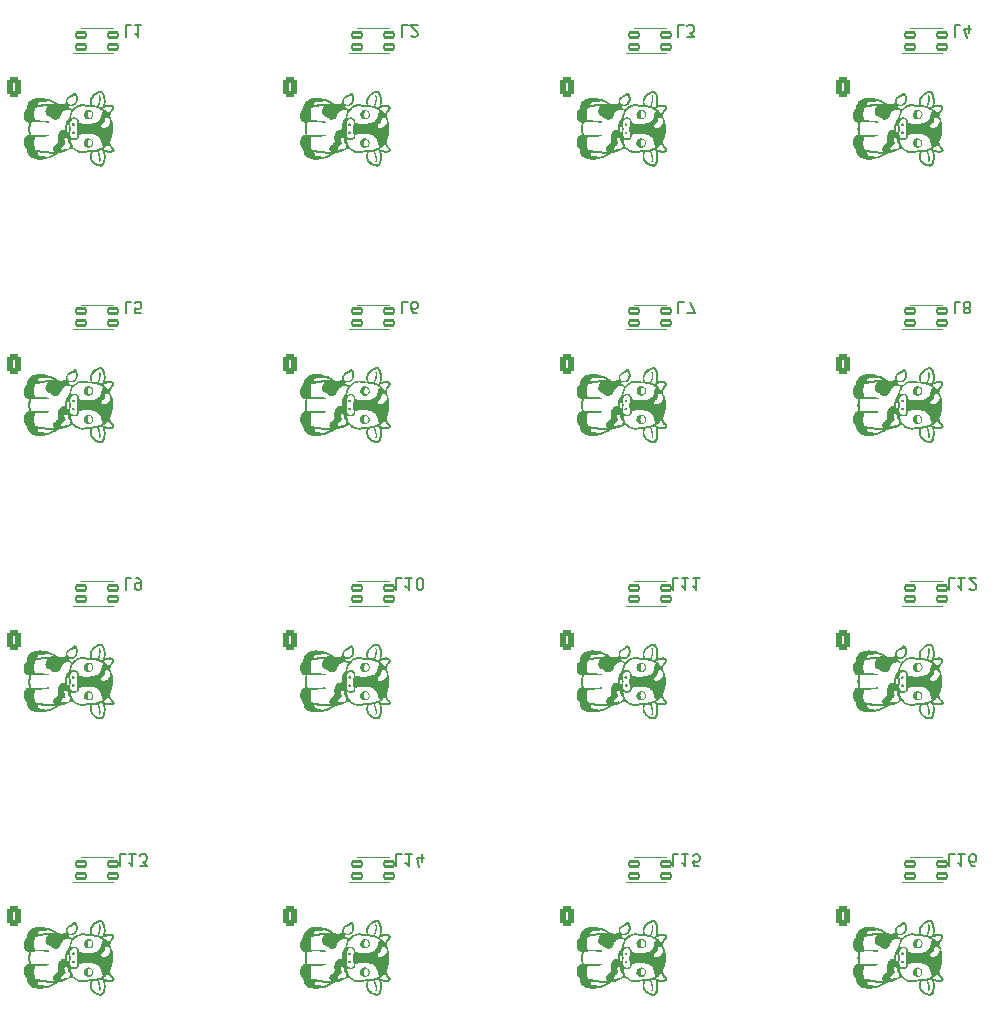
<source format=gbo>
G04 #@! TF.GenerationSoftware,KiCad,Pcbnew,8.0.6*
G04 #@! TF.CreationDate,2024-11-12T16:38:53+01:00*
G04 #@! TF.ProjectId,USB-C_Adapter - nutzen,5553422d-435f-4416-9461-70746572202d,rev?*
G04 #@! TF.SameCoordinates,Original*
G04 #@! TF.FileFunction,Legend,Bot*
G04 #@! TF.FilePolarity,Positive*
%FSLAX46Y46*%
G04 Gerber Fmt 4.6, Leading zero omitted, Abs format (unit mm)*
G04 Created by KiCad (PCBNEW 8.0.6) date 2024-11-12 16:38:53*
%MOMM*%
%LPD*%
G01*
G04 APERTURE LIST*
G04 Aperture macros list*
%AMRoundRect*
0 Rectangle with rounded corners*
0 $1 Rounding radius*
0 $2 $3 $4 $5 $6 $7 $8 $9 X,Y pos of 4 corners*
0 Add a 4 corners polygon primitive as box body*
4,1,4,$2,$3,$4,$5,$6,$7,$8,$9,$2,$3,0*
0 Add four circle primitives for the rounded corners*
1,1,$1+$1,$2,$3*
1,1,$1+$1,$4,$5*
1,1,$1+$1,$6,$7*
1,1,$1+$1,$8,$9*
0 Add four rect primitives between the rounded corners*
20,1,$1+$1,$2,$3,$4,$5,0*
20,1,$1+$1,$4,$5,$6,$7,0*
20,1,$1+$1,$6,$7,$8,$9,0*
20,1,$1+$1,$8,$9,$2,$3,0*%
G04 Aperture macros list end*
%ADD10C,0.150000*%
%ADD11C,0.000000*%
%ADD12C,0.100000*%
%ADD13C,2.200000*%
%ADD14RoundRect,0.250000X-0.350000X-0.625000X0.350000X-0.625000X0.350000X0.625000X-0.350000X0.625000X0*%
%ADD15O,1.200000X1.750000*%
%ADD16RoundRect,0.120000X-0.430000X-0.180000X0.430000X-0.180000X0.430000X0.180000X-0.430000X0.180000X0*%
G04 APERTURE END LIST*
D10*
X180833333Y-152545180D02*
X180357143Y-152545180D01*
X180357143Y-152545180D02*
X180357143Y-153545180D01*
X181214286Y-152545180D02*
X181404762Y-152545180D01*
X181404762Y-152545180D02*
X181500000Y-152592800D01*
X181500000Y-152592800D02*
X181547619Y-152640419D01*
X181547619Y-152640419D02*
X181642857Y-152783276D01*
X181642857Y-152783276D02*
X181690476Y-152973752D01*
X181690476Y-152973752D02*
X181690476Y-153354704D01*
X181690476Y-153354704D02*
X181642857Y-153449942D01*
X181642857Y-153449942D02*
X181595238Y-153497561D01*
X181595238Y-153497561D02*
X181500000Y-153545180D01*
X181500000Y-153545180D02*
X181309524Y-153545180D01*
X181309524Y-153545180D02*
X181214286Y-153497561D01*
X181214286Y-153497561D02*
X181166667Y-153449942D01*
X181166667Y-153449942D02*
X181119048Y-153354704D01*
X181119048Y-153354704D02*
X181119048Y-153116609D01*
X181119048Y-153116609D02*
X181166667Y-153021371D01*
X181166667Y-153021371D02*
X181214286Y-152973752D01*
X181214286Y-152973752D02*
X181309524Y-152926133D01*
X181309524Y-152926133D02*
X181500000Y-152926133D01*
X181500000Y-152926133D02*
X181595238Y-152973752D01*
X181595238Y-152973752D02*
X181642857Y-153021371D01*
X181642857Y-153021371D02*
X181690476Y-153116609D01*
X204233333Y-129145180D02*
X203757143Y-129145180D01*
X203757143Y-129145180D02*
X203757143Y-130145180D01*
X204995238Y-130145180D02*
X204804762Y-130145180D01*
X204804762Y-130145180D02*
X204709524Y-130097561D01*
X204709524Y-130097561D02*
X204661905Y-130049942D01*
X204661905Y-130049942D02*
X204566667Y-129907085D01*
X204566667Y-129907085D02*
X204519048Y-129716609D01*
X204519048Y-129716609D02*
X204519048Y-129335657D01*
X204519048Y-129335657D02*
X204566667Y-129240419D01*
X204566667Y-129240419D02*
X204614286Y-129192800D01*
X204614286Y-129192800D02*
X204709524Y-129145180D01*
X204709524Y-129145180D02*
X204900000Y-129145180D01*
X204900000Y-129145180D02*
X204995238Y-129192800D01*
X204995238Y-129192800D02*
X205042857Y-129240419D01*
X205042857Y-129240419D02*
X205090476Y-129335657D01*
X205090476Y-129335657D02*
X205090476Y-129573752D01*
X205090476Y-129573752D02*
X205042857Y-129668990D01*
X205042857Y-129668990D02*
X204995238Y-129716609D01*
X204995238Y-129716609D02*
X204900000Y-129764228D01*
X204900000Y-129764228D02*
X204709524Y-129764228D01*
X204709524Y-129764228D02*
X204614286Y-129716609D01*
X204614286Y-129716609D02*
X204566667Y-129668990D01*
X204566667Y-129668990D02*
X204519048Y-129573752D01*
X227157142Y-175945180D02*
X226680952Y-175945180D01*
X226680952Y-175945180D02*
X226680952Y-176945180D01*
X228014285Y-175945180D02*
X227442857Y-175945180D01*
X227728571Y-175945180D02*
X227728571Y-176945180D01*
X227728571Y-176945180D02*
X227633333Y-176802323D01*
X227633333Y-176802323D02*
X227538095Y-176707085D01*
X227538095Y-176707085D02*
X227442857Y-176659466D01*
X228919047Y-176945180D02*
X228442857Y-176945180D01*
X228442857Y-176945180D02*
X228395238Y-176468990D01*
X228395238Y-176468990D02*
X228442857Y-176516609D01*
X228442857Y-176516609D02*
X228538095Y-176564228D01*
X228538095Y-176564228D02*
X228776190Y-176564228D01*
X228776190Y-176564228D02*
X228871428Y-176516609D01*
X228871428Y-176516609D02*
X228919047Y-176468990D01*
X228919047Y-176468990D02*
X228966666Y-176373752D01*
X228966666Y-176373752D02*
X228966666Y-176135657D01*
X228966666Y-176135657D02*
X228919047Y-176040419D01*
X228919047Y-176040419D02*
X228871428Y-175992800D01*
X228871428Y-175992800D02*
X228776190Y-175945180D01*
X228776190Y-175945180D02*
X228538095Y-175945180D01*
X228538095Y-175945180D02*
X228442857Y-175992800D01*
X228442857Y-175992800D02*
X228395238Y-176040419D01*
X227633333Y-129145180D02*
X227157143Y-129145180D01*
X227157143Y-129145180D02*
X227157143Y-130145180D01*
X227871429Y-130145180D02*
X228538095Y-130145180D01*
X228538095Y-130145180D02*
X228109524Y-129145180D01*
X227633333Y-105745180D02*
X227157143Y-105745180D01*
X227157143Y-105745180D02*
X227157143Y-106745180D01*
X227871429Y-106745180D02*
X228490476Y-106745180D01*
X228490476Y-106745180D02*
X228157143Y-106364228D01*
X228157143Y-106364228D02*
X228300000Y-106364228D01*
X228300000Y-106364228D02*
X228395238Y-106316609D01*
X228395238Y-106316609D02*
X228442857Y-106268990D01*
X228442857Y-106268990D02*
X228490476Y-106173752D01*
X228490476Y-106173752D02*
X228490476Y-105935657D01*
X228490476Y-105935657D02*
X228442857Y-105840419D01*
X228442857Y-105840419D02*
X228395238Y-105792800D01*
X228395238Y-105792800D02*
X228300000Y-105745180D01*
X228300000Y-105745180D02*
X228014286Y-105745180D01*
X228014286Y-105745180D02*
X227919048Y-105792800D01*
X227919048Y-105792800D02*
X227871429Y-105840419D01*
X251033333Y-129145180D02*
X250557143Y-129145180D01*
X250557143Y-129145180D02*
X250557143Y-130145180D01*
X251509524Y-129716609D02*
X251414286Y-129764228D01*
X251414286Y-129764228D02*
X251366667Y-129811847D01*
X251366667Y-129811847D02*
X251319048Y-129907085D01*
X251319048Y-129907085D02*
X251319048Y-129954704D01*
X251319048Y-129954704D02*
X251366667Y-130049942D01*
X251366667Y-130049942D02*
X251414286Y-130097561D01*
X251414286Y-130097561D02*
X251509524Y-130145180D01*
X251509524Y-130145180D02*
X251700000Y-130145180D01*
X251700000Y-130145180D02*
X251795238Y-130097561D01*
X251795238Y-130097561D02*
X251842857Y-130049942D01*
X251842857Y-130049942D02*
X251890476Y-129954704D01*
X251890476Y-129954704D02*
X251890476Y-129907085D01*
X251890476Y-129907085D02*
X251842857Y-129811847D01*
X251842857Y-129811847D02*
X251795238Y-129764228D01*
X251795238Y-129764228D02*
X251700000Y-129716609D01*
X251700000Y-129716609D02*
X251509524Y-129716609D01*
X251509524Y-129716609D02*
X251414286Y-129668990D01*
X251414286Y-129668990D02*
X251366667Y-129621371D01*
X251366667Y-129621371D02*
X251319048Y-129526133D01*
X251319048Y-129526133D02*
X251319048Y-129335657D01*
X251319048Y-129335657D02*
X251366667Y-129240419D01*
X251366667Y-129240419D02*
X251414286Y-129192800D01*
X251414286Y-129192800D02*
X251509524Y-129145180D01*
X251509524Y-129145180D02*
X251700000Y-129145180D01*
X251700000Y-129145180D02*
X251795238Y-129192800D01*
X251795238Y-129192800D02*
X251842857Y-129240419D01*
X251842857Y-129240419D02*
X251890476Y-129335657D01*
X251890476Y-129335657D02*
X251890476Y-129526133D01*
X251890476Y-129526133D02*
X251842857Y-129621371D01*
X251842857Y-129621371D02*
X251795238Y-129668990D01*
X251795238Y-129668990D02*
X251700000Y-129716609D01*
X180833333Y-105745180D02*
X180357143Y-105745180D01*
X180357143Y-105745180D02*
X180357143Y-106745180D01*
X181690476Y-105745180D02*
X181119048Y-105745180D01*
X181404762Y-105745180D02*
X181404762Y-106745180D01*
X181404762Y-106745180D02*
X181309524Y-106602323D01*
X181309524Y-106602323D02*
X181214286Y-106507085D01*
X181214286Y-106507085D02*
X181119048Y-106459466D01*
X251033333Y-105745180D02*
X250557143Y-105745180D01*
X250557143Y-105745180D02*
X250557143Y-106745180D01*
X251795238Y-106411847D02*
X251795238Y-105745180D01*
X251557143Y-106792800D02*
X251319048Y-106078514D01*
X251319048Y-106078514D02*
X251938095Y-106078514D01*
X180833333Y-129145180D02*
X180357143Y-129145180D01*
X180357143Y-129145180D02*
X180357143Y-130145180D01*
X181642857Y-130145180D02*
X181166667Y-130145180D01*
X181166667Y-130145180D02*
X181119048Y-129668990D01*
X181119048Y-129668990D02*
X181166667Y-129716609D01*
X181166667Y-129716609D02*
X181261905Y-129764228D01*
X181261905Y-129764228D02*
X181500000Y-129764228D01*
X181500000Y-129764228D02*
X181595238Y-129716609D01*
X181595238Y-129716609D02*
X181642857Y-129668990D01*
X181642857Y-129668990D02*
X181690476Y-129573752D01*
X181690476Y-129573752D02*
X181690476Y-129335657D01*
X181690476Y-129335657D02*
X181642857Y-129240419D01*
X181642857Y-129240419D02*
X181595238Y-129192800D01*
X181595238Y-129192800D02*
X181500000Y-129145180D01*
X181500000Y-129145180D02*
X181261905Y-129145180D01*
X181261905Y-129145180D02*
X181166667Y-129192800D01*
X181166667Y-129192800D02*
X181119048Y-129240419D01*
X250557142Y-175945180D02*
X250080952Y-175945180D01*
X250080952Y-175945180D02*
X250080952Y-176945180D01*
X251414285Y-175945180D02*
X250842857Y-175945180D01*
X251128571Y-175945180D02*
X251128571Y-176945180D01*
X251128571Y-176945180D02*
X251033333Y-176802323D01*
X251033333Y-176802323D02*
X250938095Y-176707085D01*
X250938095Y-176707085D02*
X250842857Y-176659466D01*
X252271428Y-176945180D02*
X252080952Y-176945180D01*
X252080952Y-176945180D02*
X251985714Y-176897561D01*
X251985714Y-176897561D02*
X251938095Y-176849942D01*
X251938095Y-176849942D02*
X251842857Y-176707085D01*
X251842857Y-176707085D02*
X251795238Y-176516609D01*
X251795238Y-176516609D02*
X251795238Y-176135657D01*
X251795238Y-176135657D02*
X251842857Y-176040419D01*
X251842857Y-176040419D02*
X251890476Y-175992800D01*
X251890476Y-175992800D02*
X251985714Y-175945180D01*
X251985714Y-175945180D02*
X252176190Y-175945180D01*
X252176190Y-175945180D02*
X252271428Y-175992800D01*
X252271428Y-175992800D02*
X252319047Y-176040419D01*
X252319047Y-176040419D02*
X252366666Y-176135657D01*
X252366666Y-176135657D02*
X252366666Y-176373752D01*
X252366666Y-176373752D02*
X252319047Y-176468990D01*
X252319047Y-176468990D02*
X252271428Y-176516609D01*
X252271428Y-176516609D02*
X252176190Y-176564228D01*
X252176190Y-176564228D02*
X251985714Y-176564228D01*
X251985714Y-176564228D02*
X251890476Y-176516609D01*
X251890476Y-176516609D02*
X251842857Y-176468990D01*
X251842857Y-176468990D02*
X251795238Y-176373752D01*
X227157142Y-152545180D02*
X226680952Y-152545180D01*
X226680952Y-152545180D02*
X226680952Y-153545180D01*
X228014285Y-152545180D02*
X227442857Y-152545180D01*
X227728571Y-152545180D02*
X227728571Y-153545180D01*
X227728571Y-153545180D02*
X227633333Y-153402323D01*
X227633333Y-153402323D02*
X227538095Y-153307085D01*
X227538095Y-153307085D02*
X227442857Y-153259466D01*
X228966666Y-152545180D02*
X228395238Y-152545180D01*
X228680952Y-152545180D02*
X228680952Y-153545180D01*
X228680952Y-153545180D02*
X228585714Y-153402323D01*
X228585714Y-153402323D02*
X228490476Y-153307085D01*
X228490476Y-153307085D02*
X228395238Y-153259466D01*
X204233333Y-105745180D02*
X203757143Y-105745180D01*
X203757143Y-105745180D02*
X203757143Y-106745180D01*
X204519048Y-106649942D02*
X204566667Y-106697561D01*
X204566667Y-106697561D02*
X204661905Y-106745180D01*
X204661905Y-106745180D02*
X204900000Y-106745180D01*
X204900000Y-106745180D02*
X204995238Y-106697561D01*
X204995238Y-106697561D02*
X205042857Y-106649942D01*
X205042857Y-106649942D02*
X205090476Y-106554704D01*
X205090476Y-106554704D02*
X205090476Y-106459466D01*
X205090476Y-106459466D02*
X205042857Y-106316609D01*
X205042857Y-106316609D02*
X204471429Y-105745180D01*
X204471429Y-105745180D02*
X205090476Y-105745180D01*
X250557142Y-152545180D02*
X250080952Y-152545180D01*
X250080952Y-152545180D02*
X250080952Y-153545180D01*
X251414285Y-152545180D02*
X250842857Y-152545180D01*
X251128571Y-152545180D02*
X251128571Y-153545180D01*
X251128571Y-153545180D02*
X251033333Y-153402323D01*
X251033333Y-153402323D02*
X250938095Y-153307085D01*
X250938095Y-153307085D02*
X250842857Y-153259466D01*
X251795238Y-153449942D02*
X251842857Y-153497561D01*
X251842857Y-153497561D02*
X251938095Y-153545180D01*
X251938095Y-153545180D02*
X252176190Y-153545180D01*
X252176190Y-153545180D02*
X252271428Y-153497561D01*
X252271428Y-153497561D02*
X252319047Y-153449942D01*
X252319047Y-153449942D02*
X252366666Y-153354704D01*
X252366666Y-153354704D02*
X252366666Y-153259466D01*
X252366666Y-153259466D02*
X252319047Y-153116609D01*
X252319047Y-153116609D02*
X251747619Y-152545180D01*
X251747619Y-152545180D02*
X252366666Y-152545180D01*
X203757142Y-175945180D02*
X203280952Y-175945180D01*
X203280952Y-175945180D02*
X203280952Y-176945180D01*
X204614285Y-175945180D02*
X204042857Y-175945180D01*
X204328571Y-175945180D02*
X204328571Y-176945180D01*
X204328571Y-176945180D02*
X204233333Y-176802323D01*
X204233333Y-176802323D02*
X204138095Y-176707085D01*
X204138095Y-176707085D02*
X204042857Y-176659466D01*
X205471428Y-176611847D02*
X205471428Y-175945180D01*
X205233333Y-176992800D02*
X204995238Y-176278514D01*
X204995238Y-176278514D02*
X205614285Y-176278514D01*
X203757142Y-152545180D02*
X203280952Y-152545180D01*
X203280952Y-152545180D02*
X203280952Y-153545180D01*
X204614285Y-152545180D02*
X204042857Y-152545180D01*
X204328571Y-152545180D02*
X204328571Y-153545180D01*
X204328571Y-153545180D02*
X204233333Y-153402323D01*
X204233333Y-153402323D02*
X204138095Y-153307085D01*
X204138095Y-153307085D02*
X204042857Y-153259466D01*
X205233333Y-153545180D02*
X205328571Y-153545180D01*
X205328571Y-153545180D02*
X205423809Y-153497561D01*
X205423809Y-153497561D02*
X205471428Y-153449942D01*
X205471428Y-153449942D02*
X205519047Y-153354704D01*
X205519047Y-153354704D02*
X205566666Y-153164228D01*
X205566666Y-153164228D02*
X205566666Y-152926133D01*
X205566666Y-152926133D02*
X205519047Y-152735657D01*
X205519047Y-152735657D02*
X205471428Y-152640419D01*
X205471428Y-152640419D02*
X205423809Y-152592800D01*
X205423809Y-152592800D02*
X205328571Y-152545180D01*
X205328571Y-152545180D02*
X205233333Y-152545180D01*
X205233333Y-152545180D02*
X205138095Y-152592800D01*
X205138095Y-152592800D02*
X205090476Y-152640419D01*
X205090476Y-152640419D02*
X205042857Y-152735657D01*
X205042857Y-152735657D02*
X204995238Y-152926133D01*
X204995238Y-152926133D02*
X204995238Y-153164228D01*
X204995238Y-153164228D02*
X205042857Y-153354704D01*
X205042857Y-153354704D02*
X205090476Y-153449942D01*
X205090476Y-153449942D02*
X205138095Y-153497561D01*
X205138095Y-153497561D02*
X205233333Y-153545180D01*
X180357142Y-175945180D02*
X179880952Y-175945180D01*
X179880952Y-175945180D02*
X179880952Y-176945180D01*
X181214285Y-175945180D02*
X180642857Y-175945180D01*
X180928571Y-175945180D02*
X180928571Y-176945180D01*
X180928571Y-176945180D02*
X180833333Y-176802323D01*
X180833333Y-176802323D02*
X180738095Y-176707085D01*
X180738095Y-176707085D02*
X180642857Y-176659466D01*
X181547619Y-176945180D02*
X182166666Y-176945180D01*
X182166666Y-176945180D02*
X181833333Y-176564228D01*
X181833333Y-176564228D02*
X181976190Y-176564228D01*
X181976190Y-176564228D02*
X182071428Y-176516609D01*
X182071428Y-176516609D02*
X182119047Y-176468990D01*
X182119047Y-176468990D02*
X182166666Y-176373752D01*
X182166666Y-176373752D02*
X182166666Y-176135657D01*
X182166666Y-176135657D02*
X182119047Y-176040419D01*
X182119047Y-176040419D02*
X182071428Y-175992800D01*
X182071428Y-175992800D02*
X181976190Y-175945180D01*
X181976190Y-175945180D02*
X181690476Y-175945180D01*
X181690476Y-175945180D02*
X181595238Y-175992800D01*
X181595238Y-175992800D02*
X181547619Y-176040419D01*
D11*
G36*
X246154290Y-161540050D02*
G01*
X246191974Y-161553840D01*
X246222671Y-161577076D01*
X246243328Y-161608306D01*
X246250892Y-161646074D01*
X246247111Y-161675942D01*
X246228816Y-161711808D01*
X246195225Y-161740492D01*
X246183813Y-161746400D01*
X246146034Y-161755851D01*
X246104748Y-161754880D01*
X246064766Y-161744531D01*
X246030896Y-161725847D01*
X246007949Y-161699870D01*
X246003074Y-161689659D01*
X245995054Y-161650525D01*
X246001961Y-161612231D01*
X246022580Y-161578513D01*
X246055694Y-161553110D01*
X246070174Y-161546628D01*
X246112673Y-161537161D01*
X246154290Y-161540050D01*
G37*
G36*
X246161333Y-160851811D02*
G01*
X246195865Y-160864266D01*
X246218060Y-160882384D01*
X246238909Y-160912160D01*
X246250261Y-160945044D01*
X246249423Y-160975448D01*
X246247101Y-160983223D01*
X246233367Y-161016299D01*
X246214530Y-161038541D01*
X246186538Y-161055082D01*
X246167334Y-161062642D01*
X246119052Y-161070818D01*
X246073510Y-161062449D01*
X246046659Y-161047948D01*
X246019795Y-161024635D01*
X246002743Y-160999533D01*
X246002308Y-160998463D01*
X245995505Y-160960283D01*
X246003259Y-160922050D01*
X246023874Y-160888140D01*
X246055657Y-160862931D01*
X246079020Y-160854023D01*
X246119897Y-160848373D01*
X246161333Y-160851811D01*
G37*
G36*
X247484377Y-162112725D02*
G01*
X247561287Y-162134720D01*
X247632560Y-162170827D01*
X247695779Y-162220001D01*
X247748528Y-162281196D01*
X247781854Y-162337938D01*
X247808838Y-162410997D01*
X247820887Y-162485699D01*
X247818658Y-162560104D01*
X247802806Y-162632272D01*
X247773987Y-162700263D01*
X247732857Y-162762136D01*
X247680073Y-162815951D01*
X247616289Y-162859768D01*
X247542162Y-162891647D01*
X247487298Y-162903439D01*
X247477385Y-162905570D01*
X247403446Y-162908467D01*
X247328935Y-162899669D01*
X247258607Y-162879760D01*
X247197221Y-162849324D01*
X247168466Y-162828806D01*
X247114010Y-162777632D01*
X247067619Y-162717341D01*
X247032155Y-162651978D01*
X247010484Y-162585588D01*
X247007832Y-162569482D01*
X247005105Y-162522913D01*
X247007001Y-162472574D01*
X247350434Y-162472574D01*
X247351572Y-162544832D01*
X247360346Y-162614944D01*
X247376188Y-162679434D01*
X247398530Y-162734824D01*
X247426803Y-162777635D01*
X247443415Y-162794339D01*
X247462133Y-162804133D01*
X247487298Y-162806482D01*
X247525475Y-162801485D01*
X247574210Y-162781904D01*
X247620432Y-162749761D01*
X247661866Y-162707470D01*
X247696236Y-162657449D01*
X247721265Y-162602113D01*
X247734678Y-162543878D01*
X247735022Y-162540741D01*
X247733767Y-162478354D01*
X247718542Y-162416563D01*
X247691248Y-162358057D01*
X247653783Y-162305526D01*
X247608046Y-162261658D01*
X247555936Y-162229142D01*
X247499353Y-162210668D01*
X247497495Y-162210348D01*
X247461009Y-162211981D01*
X247429254Y-162229607D01*
X247402163Y-162263310D01*
X247379667Y-162313176D01*
X247361696Y-162379288D01*
X247357501Y-162401649D01*
X247350434Y-162472574D01*
X247007001Y-162472574D01*
X247007069Y-162470764D01*
X247013268Y-162420422D01*
X247023245Y-162379272D01*
X247041551Y-162335147D01*
X247083327Y-162267851D01*
X247137345Y-162210010D01*
X247201561Y-162163296D01*
X247273933Y-162129382D01*
X247352414Y-162109940D01*
X247404246Y-162105885D01*
X247484377Y-162112725D01*
G37*
G36*
X247493582Y-159699892D02*
G01*
X247535289Y-159709638D01*
X247609442Y-159738857D01*
X247676545Y-159780842D01*
X247733817Y-159833683D01*
X247778474Y-159895470D01*
X247793021Y-159923383D01*
X247819472Y-159997174D01*
X247830596Y-160071994D01*
X247827286Y-160146077D01*
X247810435Y-160217655D01*
X247780937Y-160284964D01*
X247739683Y-160346237D01*
X247687568Y-160399707D01*
X247625485Y-160443608D01*
X247554327Y-160476173D01*
X247484848Y-160493218D01*
X247474987Y-160495637D01*
X247436158Y-160499513D01*
X247356216Y-160495743D01*
X247279854Y-160476777D01*
X247209123Y-160443704D01*
X247146075Y-160397612D01*
X247092760Y-160339590D01*
X247051231Y-160270726D01*
X247039783Y-160244307D01*
X247027219Y-160209850D01*
X247019484Y-160181856D01*
X247016909Y-160167643D01*
X247014155Y-160130222D01*
X247359295Y-160130222D01*
X247364880Y-160196571D01*
X247376989Y-160257764D01*
X247395254Y-160311050D01*
X247419304Y-160353680D01*
X247448773Y-160382903D01*
X247465540Y-160392725D01*
X247484848Y-160396973D01*
X247510386Y-160393271D01*
X247530117Y-160388030D01*
X247589793Y-160361490D01*
X247641757Y-160322237D01*
X247684540Y-160272715D01*
X247716672Y-160215364D01*
X247736685Y-160152627D01*
X247743111Y-160086946D01*
X247734479Y-160020761D01*
X247733224Y-160016003D01*
X247709916Y-159957356D01*
X247674798Y-159903633D01*
X247630715Y-159857832D01*
X247580511Y-159822953D01*
X247527030Y-159801997D01*
X247515804Y-159799649D01*
X247481689Y-159798397D01*
X247453309Y-159808722D01*
X247429113Y-159831962D01*
X247407551Y-159869452D01*
X247387072Y-159922528D01*
X247385367Y-159927742D01*
X247369170Y-159993057D01*
X247360602Y-160061467D01*
X247359295Y-160130222D01*
X247014155Y-160130222D01*
X247011189Y-160089930D01*
X247020852Y-160015453D01*
X247046337Y-159942208D01*
X247088083Y-159868189D01*
X247088195Y-159868021D01*
X247136667Y-159810107D01*
X247196513Y-159762600D01*
X247264929Y-159726661D01*
X247339115Y-159703455D01*
X247416267Y-159694144D01*
X247493582Y-159699892D01*
G37*
G36*
X248515974Y-158100653D02*
G01*
X248570660Y-158117896D01*
X248596856Y-158132941D01*
X248641808Y-158170975D01*
X248685241Y-158222466D01*
X248725642Y-158285234D01*
X248761499Y-158357099D01*
X248791297Y-158435878D01*
X248810095Y-158500695D01*
X248836477Y-158625364D01*
X248853200Y-158756994D01*
X248860119Y-158891518D01*
X248857092Y-159024867D01*
X248843978Y-159152975D01*
X248820632Y-159271773D01*
X248818220Y-159281500D01*
X248811506Y-159311117D01*
X248807603Y-159332599D01*
X248807293Y-159341837D01*
X248807371Y-159341908D01*
X248817132Y-159341529D01*
X248835231Y-159336029D01*
X248878463Y-159322024D01*
X248935609Y-159307542D01*
X248999670Y-159294351D01*
X249065520Y-159283502D01*
X249128035Y-159276044D01*
X249155369Y-159273892D01*
X249236858Y-159271501D01*
X249314235Y-159275000D01*
X249383482Y-159284102D01*
X249440583Y-159298517D01*
X249441652Y-159298886D01*
X249492233Y-159324992D01*
X249535826Y-159363913D01*
X249569989Y-159412212D01*
X249592281Y-159466453D01*
X249600260Y-159523201D01*
X249600248Y-159526610D01*
X249597277Y-159568767D01*
X249587839Y-159606044D01*
X249570140Y-159642170D01*
X249542389Y-159680871D01*
X249502793Y-159725874D01*
X249444504Y-159790606D01*
X249393191Y-159853786D01*
X249352564Y-159912340D01*
X249320973Y-159968918D01*
X249296769Y-160026171D01*
X249278305Y-160086750D01*
X249267151Y-160136660D01*
X249261583Y-160186393D01*
X249264668Y-160231816D01*
X249276888Y-160278734D01*
X249298725Y-160332953D01*
X249360131Y-160484819D01*
X249410050Y-160642333D01*
X249448635Y-160807142D01*
X249476807Y-160982606D01*
X249489326Y-161106520D01*
X249496313Y-161282454D01*
X249491345Y-161459323D01*
X249474759Y-161634687D01*
X249446890Y-161806106D01*
X249408075Y-161971141D01*
X249358651Y-162127351D01*
X249298954Y-162272296D01*
X249292255Y-162286784D01*
X249276728Y-162322967D01*
X249267445Y-162351100D01*
X249262963Y-162376293D01*
X249261838Y-162403652D01*
X249262868Y-162434162D01*
X249275623Y-162516893D01*
X249303279Y-162599035D01*
X249346275Y-162681489D01*
X249405050Y-162765156D01*
X249480044Y-162850935D01*
X249485849Y-162857038D01*
X249527152Y-162902965D01*
X249558002Y-162943561D01*
X249581036Y-162983292D01*
X249598894Y-163026622D01*
X249614212Y-163078016D01*
X249628730Y-163133371D01*
X249602815Y-163170984D01*
X249578846Y-163203200D01*
X249539575Y-163244369D01*
X249491797Y-163280550D01*
X249477876Y-163289489D01*
X249455060Y-163302202D01*
X249431680Y-163311697D01*
X249405012Y-163318421D01*
X249372329Y-163322820D01*
X249330905Y-163325339D01*
X249278014Y-163326425D01*
X249210930Y-163326525D01*
X249203572Y-163326499D01*
X249194161Y-163326427D01*
X249144935Y-163326050D01*
X249097162Y-163324787D01*
X249056388Y-163322116D01*
X249018751Y-163317447D01*
X248980386Y-163310185D01*
X248937428Y-163299739D01*
X248886015Y-163285516D01*
X248822281Y-163266923D01*
X248815485Y-163265096D01*
X248805908Y-163265449D01*
X248807293Y-163275180D01*
X248810842Y-163286018D01*
X248818705Y-163317993D01*
X248827247Y-163360980D01*
X248835829Y-163411119D01*
X248843812Y-163464548D01*
X248850556Y-163517405D01*
X248855421Y-163565828D01*
X248859659Y-163637346D01*
X248859877Y-163748559D01*
X248852757Y-163858198D01*
X248838790Y-163964587D01*
X248818462Y-164066048D01*
X248792261Y-164160903D01*
X248760676Y-164247476D01*
X248724194Y-164324088D01*
X248683303Y-164389063D01*
X248638491Y-164440723D01*
X248590247Y-164477391D01*
X248561061Y-164491254D01*
X248499915Y-164506862D01*
X248475845Y-164508114D01*
X248428367Y-164510583D01*
X248347493Y-164502400D01*
X248258367Y-164482299D01*
X248160410Y-164449465D01*
X248050374Y-164399340D01*
X247946770Y-164337936D01*
X247851315Y-164266705D01*
X247765726Y-164187100D01*
X247691719Y-164100576D01*
X247631012Y-164008585D01*
X247585321Y-163912579D01*
X247568126Y-163865101D01*
X247537924Y-163756098D01*
X247523060Y-163652409D01*
X247523374Y-163581520D01*
X247680168Y-163581520D01*
X247680837Y-163630844D01*
X247683602Y-163674671D01*
X247688511Y-163707559D01*
X247698142Y-163744000D01*
X247735921Y-163844085D01*
X247788784Y-163940151D01*
X247855379Y-164029590D01*
X247896722Y-164075240D01*
X247938619Y-164114884D01*
X247985217Y-164151695D01*
X248041967Y-164190368D01*
X248055282Y-164198816D01*
X248139826Y-164245573D01*
X248227514Y-164283246D01*
X248314987Y-164310746D01*
X248398883Y-164326986D01*
X248475845Y-164330877D01*
X248478557Y-164330671D01*
X248504126Y-164320142D01*
X248531852Y-164295245D01*
X248560033Y-164257835D01*
X248586967Y-164209767D01*
X248596761Y-164189356D01*
X248613131Y-164152581D01*
X248626538Y-164117242D01*
X248638457Y-164078812D01*
X248650367Y-164032765D01*
X248663745Y-163974575D01*
X248687857Y-163835922D01*
X248699921Y-163685780D01*
X248698044Y-163535942D01*
X248682274Y-163389577D01*
X248652659Y-163249853D01*
X248634111Y-163181113D01*
X248574214Y-163141367D01*
X248514317Y-163101622D01*
X248450011Y-163130716D01*
X248449614Y-163130895D01*
X248409172Y-163148135D01*
X248364952Y-163165409D01*
X248326458Y-163179004D01*
X248322215Y-163180381D01*
X248293997Y-163189685D01*
X248273546Y-163196674D01*
X248265039Y-163199926D01*
X248266231Y-163204471D01*
X248273152Y-163221562D01*
X248284895Y-163248259D01*
X248300055Y-163281301D01*
X248355377Y-163413660D01*
X248398559Y-163551705D01*
X248426119Y-163688766D01*
X248438467Y-163826458D01*
X248439458Y-163871951D01*
X248437388Y-163948019D01*
X248429846Y-164009763D01*
X248416558Y-164058390D01*
X248397252Y-164095105D01*
X248371654Y-164121115D01*
X248351122Y-164130657D01*
X248322744Y-164132817D01*
X248296708Y-164125268D01*
X248279290Y-164108844D01*
X248277922Y-164106068D01*
X248273851Y-164080892D01*
X248281914Y-164057588D01*
X248300066Y-164042666D01*
X248307252Y-164039240D01*
X248315771Y-164029971D01*
X248320917Y-164012649D01*
X248324498Y-163982835D01*
X248326403Y-163946405D01*
X248324162Y-163871674D01*
X248315185Y-163786408D01*
X248299990Y-163693559D01*
X248279094Y-163596079D01*
X248253013Y-163496920D01*
X248222264Y-163399034D01*
X248214849Y-163377867D01*
X248201716Y-163341980D01*
X248187761Y-163305262D01*
X248174614Y-163271905D01*
X248163908Y-163246101D01*
X248157274Y-163232044D01*
X248157069Y-163231970D01*
X248146872Y-163233147D01*
X248123658Y-163236999D01*
X248090594Y-163242978D01*
X248050849Y-163250533D01*
X248031561Y-163254158D01*
X247982854Y-163262530D01*
X247930828Y-163270604D01*
X247879479Y-163277835D01*
X247832799Y-163283676D01*
X247794785Y-163287581D01*
X247769431Y-163289004D01*
X247768667Y-163289098D01*
X247758986Y-163298036D01*
X247745708Y-163319038D01*
X247730545Y-163348541D01*
X247715210Y-163382985D01*
X247701414Y-163418808D01*
X247690867Y-163452450D01*
X247690224Y-163454988D01*
X247684911Y-163488150D01*
X247681542Y-163532141D01*
X247680168Y-163581520D01*
X247523374Y-163581520D01*
X247523501Y-163552807D01*
X247539212Y-163456063D01*
X247570159Y-163360946D01*
X247572299Y-163355675D01*
X247583457Y-163327588D01*
X247591324Y-163306794D01*
X247594311Y-163297468D01*
X247594224Y-163297284D01*
X247584796Y-163296115D01*
X247562158Y-163295948D01*
X247529644Y-163296631D01*
X247490586Y-163298014D01*
X247448319Y-163299946D01*
X247406175Y-163302277D01*
X247367488Y-163304855D01*
X247335590Y-163307530D01*
X247313816Y-163310151D01*
X247304657Y-163311691D01*
X247289021Y-163314634D01*
X247271101Y-163318548D01*
X247248086Y-163324124D01*
X247217164Y-163332052D01*
X247175526Y-163343025D01*
X247120360Y-163357734D01*
X247110445Y-163360219D01*
X247048613Y-163370440D01*
X246976576Y-163375210D01*
X246934155Y-163374842D01*
X246899242Y-163374539D01*
X246821519Y-163368439D01*
X246748317Y-163356919D01*
X246617683Y-163322462D01*
X246486428Y-163271001D01*
X246362129Y-163204194D01*
X246245163Y-163122245D01*
X246135905Y-163025358D01*
X246044386Y-162934699D01*
X245958164Y-162992520D01*
X245877971Y-163043857D01*
X245871943Y-163047201D01*
X245718831Y-163132129D01*
X245551561Y-163207477D01*
X245375018Y-163270334D01*
X245207081Y-163315965D01*
X245188057Y-163321134D01*
X244989537Y-163360312D01*
X244868878Y-163380067D01*
X244803333Y-163430724D01*
X244777238Y-163450488D01*
X244643079Y-163541239D01*
X244496299Y-163624327D01*
X244339318Y-163698948D01*
X244174561Y-163764297D01*
X244004450Y-163819569D01*
X243831408Y-163863959D01*
X243755981Y-163878173D01*
X243657858Y-163896663D01*
X243486223Y-163916876D01*
X243318926Y-163923792D01*
X243282089Y-163923515D01*
X243124830Y-163915458D01*
X242979967Y-163896176D01*
X242847183Y-163865564D01*
X242726163Y-163823516D01*
X242616588Y-163769927D01*
X242518143Y-163704690D01*
X242430509Y-163627701D01*
X242421594Y-163618597D01*
X242351492Y-163535864D01*
X242295262Y-163446673D01*
X242252174Y-163349409D01*
X242237637Y-163298728D01*
X243135246Y-163298728D01*
X243139760Y-163317123D01*
X243153044Y-163348251D01*
X243158930Y-163362454D01*
X243166305Y-163389694D01*
X243170728Y-163424281D01*
X243172972Y-163470976D01*
X243173615Y-163495103D01*
X243174533Y-163527397D01*
X243175264Y-163550498D01*
X243175689Y-163560543D01*
X243176205Y-163562106D01*
X243188854Y-163569703D01*
X243218122Y-163577150D01*
X243263755Y-163584404D01*
X243325496Y-163591424D01*
X243403091Y-163598167D01*
X243426798Y-163600046D01*
X243505036Y-163607258D01*
X243568773Y-163615156D01*
X243619923Y-163624221D01*
X243660401Y-163634931D01*
X243692119Y-163647765D01*
X243716992Y-163663202D01*
X243736932Y-163681722D01*
X243755981Y-163702988D01*
X243840881Y-163683462D01*
X243934191Y-163660467D01*
X244131350Y-163601510D01*
X244320637Y-163530590D01*
X244499110Y-163448757D01*
X244573594Y-163411126D01*
X244425127Y-163410954D01*
X244329833Y-163410844D01*
X244274803Y-163410593D01*
X244147809Y-163408334D01*
X244026568Y-163403477D01*
X243906650Y-163395703D01*
X243783625Y-163384693D01*
X243653062Y-163370126D01*
X243510530Y-163351682D01*
X243482932Y-163347800D01*
X243436055Y-163340863D01*
X243384520Y-163332925D01*
X243331386Y-163324487D01*
X243279708Y-163316051D01*
X243232544Y-163308117D01*
X243192950Y-163301188D01*
X243163983Y-163295764D01*
X243148700Y-163292347D01*
X243139371Y-163291397D01*
X243135246Y-163298728D01*
X242237637Y-163298728D01*
X242221498Y-163242463D01*
X242202503Y-163124221D01*
X242193048Y-163036398D01*
X242122503Y-162964894D01*
X242114356Y-162956583D01*
X242080938Y-162920519D01*
X242055593Y-162888292D01*
X242034169Y-162854143D01*
X242012517Y-162812315D01*
X241998875Y-162782534D01*
X241974159Y-162717605D01*
X241957377Y-162656757D01*
X241951815Y-162625043D01*
X241944941Y-162560404D01*
X241941552Y-162487851D01*
X241941714Y-162412870D01*
X241945490Y-162340949D01*
X241952944Y-162277574D01*
X241964908Y-162215941D01*
X241994072Y-162116523D01*
X242033215Y-162030331D01*
X242082205Y-161957547D01*
X242140909Y-161898353D01*
X242209193Y-161852930D01*
X242286924Y-161821460D01*
X242304617Y-161816804D01*
X242338231Y-161810359D01*
X242365785Y-161807831D01*
X242384517Y-161806988D01*
X242394365Y-161802702D01*
X242394203Y-161793019D01*
X242378736Y-161740042D01*
X242358828Y-161662862D01*
X242344241Y-161590651D01*
X242334110Y-161517961D01*
X242327569Y-161439343D01*
X242323754Y-161349349D01*
X242323317Y-161333090D01*
X242322314Y-161277310D01*
X242500249Y-161277310D01*
X242500786Y-161378399D01*
X242504723Y-161473830D01*
X242512098Y-161558147D01*
X242512720Y-161563366D01*
X242518581Y-161609440D01*
X242525206Y-161657195D01*
X242532107Y-161703553D01*
X242538794Y-161745435D01*
X242544778Y-161779764D01*
X242549569Y-161803461D01*
X242552680Y-161813448D01*
X242554347Y-161813847D01*
X242569472Y-161815367D01*
X242598583Y-161817530D01*
X242639594Y-161820204D01*
X242690418Y-161823257D01*
X242748969Y-161826556D01*
X242813161Y-161829968D01*
X242813481Y-161829985D01*
X242902914Y-161833830D01*
X243000722Y-161836672D01*
X243104374Y-161838535D01*
X243211343Y-161839440D01*
X243319101Y-161839410D01*
X243425119Y-161838467D01*
X243526869Y-161836634D01*
X243621822Y-161833934D01*
X243707451Y-161830388D01*
X243781226Y-161826019D01*
X243840620Y-161820850D01*
X243847230Y-161820134D01*
X243895874Y-161814883D01*
X243942899Y-161809829D01*
X243983234Y-161805516D01*
X244011810Y-161802487D01*
X244044475Y-161800601D01*
X244070519Y-161804648D01*
X244087537Y-161816891D01*
X244099319Y-161838906D01*
X244101753Y-161849812D01*
X244099493Y-161876100D01*
X244089525Y-161901200D01*
X244074320Y-161917355D01*
X244072657Y-161918080D01*
X244056047Y-161922534D01*
X244027043Y-161928483D01*
X243989216Y-161935236D01*
X243946136Y-161942106D01*
X243903909Y-161948240D01*
X243811355Y-161960078D01*
X243716704Y-161969846D01*
X243617490Y-161977695D01*
X243511248Y-161983780D01*
X243395513Y-161988253D01*
X243267820Y-161991267D01*
X243125704Y-161992975D01*
X243090908Y-161993286D01*
X243017552Y-161994396D01*
X242959244Y-161996002D01*
X242916452Y-161998085D01*
X242889647Y-162000623D01*
X242879295Y-162003597D01*
X242878188Y-162006071D01*
X242873572Y-162023793D01*
X242867554Y-162054323D01*
X242860600Y-162094630D01*
X242853175Y-162141686D01*
X242845745Y-162192462D01*
X242838775Y-162243930D01*
X242832732Y-162293059D01*
X242828080Y-162336821D01*
X242822153Y-162429021D01*
X242821680Y-162560229D01*
X242829298Y-162699263D01*
X242844769Y-162842259D01*
X242867858Y-162985349D01*
X242881657Y-163058335D01*
X243009889Y-163085015D01*
X243060178Y-163095354D01*
X243258226Y-163133404D01*
X243447102Y-163165104D01*
X243631704Y-163191228D01*
X243816931Y-163212550D01*
X243878492Y-163218420D01*
X243961294Y-163225248D01*
X244048396Y-163231440D01*
X244136275Y-163236803D01*
X244221409Y-163241142D01*
X244300277Y-163244262D01*
X244369357Y-163245970D01*
X244425127Y-163246073D01*
X244429575Y-163245999D01*
X244472352Y-163244538D01*
X244499503Y-163240460D01*
X244512222Y-163231610D01*
X244511705Y-163215835D01*
X244499148Y-163190982D01*
X244475745Y-163154898D01*
X244473975Y-163152242D01*
X244437509Y-163087847D01*
X244416725Y-163027046D01*
X244413244Y-162986178D01*
X245114429Y-162986178D01*
X245114820Y-163008172D01*
X245117831Y-163029919D01*
X245125722Y-163045517D01*
X245140715Y-163061316D01*
X245156062Y-163073941D01*
X245177725Y-163083432D01*
X245207081Y-163085871D01*
X245224957Y-163085154D01*
X245271218Y-163077688D01*
X245314187Y-163063683D01*
X245347149Y-163045092D01*
X245366032Y-163034009D01*
X245395175Y-163021183D01*
X245428000Y-163009570D01*
X245442045Y-163005273D01*
X245469221Y-162998028D01*
X245490026Y-162995726D01*
X245511399Y-162998069D01*
X245540281Y-163004759D01*
X245564650Y-163009886D01*
X245607022Y-163015841D01*
X245645056Y-163018161D01*
X245650209Y-163018156D01*
X245677188Y-163017271D01*
X245694476Y-163012869D01*
X245708386Y-163002119D01*
X245725228Y-162982189D01*
X245742750Y-162959583D01*
X245770530Y-162921115D01*
X245796216Y-162882709D01*
X245816942Y-162848717D01*
X245829837Y-162823492D01*
X245833754Y-162814700D01*
X245843412Y-162795338D01*
X245845885Y-162789536D01*
X245851887Y-162767300D01*
X245856473Y-162739865D01*
X245856752Y-162737273D01*
X245854312Y-162698016D01*
X245839037Y-162655939D01*
X245815915Y-162618736D01*
X245810153Y-162609465D01*
X245766890Y-162557019D01*
X245764503Y-162554355D01*
X245735904Y-162518806D01*
X245708034Y-162478643D01*
X245686613Y-162442057D01*
X245676594Y-162422042D01*
X245666798Y-162399940D01*
X245660761Y-162379779D01*
X245657574Y-162356842D01*
X245656328Y-162326412D01*
X245656115Y-162283772D01*
X245656114Y-162281803D01*
X245655738Y-162238729D01*
X245654290Y-162208703D01*
X245651228Y-162187993D01*
X245646011Y-162172870D01*
X245640246Y-162163207D01*
X245906004Y-162163207D01*
X245907369Y-162184716D01*
X245911138Y-162216650D01*
X245916768Y-162255538D01*
X245923713Y-162297908D01*
X245931429Y-162340291D01*
X245939373Y-162379215D01*
X245946999Y-162411209D01*
X245980055Y-162519193D01*
X246024861Y-162628597D01*
X246079168Y-162727665D01*
X246144527Y-162819186D01*
X246222494Y-162905950D01*
X246254000Y-162936402D01*
X246353764Y-163018548D01*
X246461199Y-163087424D01*
X246574631Y-163142303D01*
X246692383Y-163182455D01*
X246812783Y-163207151D01*
X246934155Y-163215663D01*
X246951584Y-163215649D01*
X246994406Y-163214878D01*
X247029196Y-163212352D01*
X247061993Y-163207214D01*
X247098832Y-163198610D01*
X247145751Y-163185684D01*
X247184704Y-163175007D01*
X247230478Y-163163902D01*
X247275903Y-163154892D01*
X247323858Y-163147612D01*
X247377222Y-163141699D01*
X247438876Y-163136791D01*
X247511697Y-163132522D01*
X247598567Y-163128531D01*
X247655527Y-163125956D01*
X247745280Y-163120787D01*
X247823665Y-163114412D01*
X247894232Y-163106322D01*
X247960532Y-163096007D01*
X248026118Y-163082958D01*
X248094540Y-163066663D01*
X248169349Y-163046615D01*
X248234374Y-163027229D01*
X248256001Y-163019310D01*
X248665598Y-163019310D01*
X248665874Y-163024200D01*
X248678594Y-163034149D01*
X248703101Y-163047093D01*
X248736843Y-163062036D01*
X248777265Y-163077985D01*
X248821815Y-163093944D01*
X248867938Y-163108918D01*
X248913082Y-163121913D01*
X248954693Y-163131934D01*
X248996546Y-163139713D01*
X249061618Y-163148502D01*
X249128514Y-163154192D01*
X249194161Y-163156759D01*
X249255486Y-163156180D01*
X249309416Y-163152428D01*
X249352877Y-163145482D01*
X249382798Y-163135315D01*
X249395136Y-163128047D01*
X249415723Y-163109069D01*
X249422938Y-163086949D01*
X249416574Y-163060173D01*
X249396420Y-163027224D01*
X249362268Y-162986587D01*
X249351395Y-162974604D01*
X249281532Y-162890277D01*
X249225548Y-162807640D01*
X249181512Y-162723526D01*
X249147491Y-162634772D01*
X249128971Y-162577242D01*
X249069376Y-162651873D01*
X249037794Y-162689431D01*
X248991171Y-162740384D01*
X248939113Y-162793532D01*
X248884830Y-162845800D01*
X248831535Y-162894113D01*
X248782438Y-162935396D01*
X248740751Y-162966574D01*
X248723866Y-162978106D01*
X248696286Y-162997183D01*
X248693416Y-162999212D01*
X248675688Y-163011742D01*
X248665598Y-163019310D01*
X248256001Y-163019310D01*
X248366520Y-162978841D01*
X248488187Y-162920851D01*
X248602599Y-162851811D01*
X248660079Y-162813246D01*
X248619749Y-162773934D01*
X248603607Y-162757082D01*
X248574038Y-162717517D01*
X248550647Y-162671056D01*
X248531944Y-162614384D01*
X248516436Y-162544185D01*
X248504738Y-162482833D01*
X248486598Y-162397661D01*
X248468059Y-162325411D01*
X248448052Y-162263660D01*
X248425506Y-162209983D01*
X248399354Y-162161955D01*
X248368526Y-162117152D01*
X248331951Y-162073150D01*
X248288562Y-162027523D01*
X248247481Y-161987885D01*
X248188941Y-161938087D01*
X248130866Y-161898042D01*
X248068624Y-161864683D01*
X247997582Y-161834944D01*
X247931054Y-161811384D01*
X247851837Y-161787683D01*
X247771688Y-161769004D01*
X247687444Y-161754831D01*
X247595942Y-161744650D01*
X247494018Y-161737947D01*
X247378507Y-161734206D01*
X247362957Y-161733930D01*
X247227484Y-161734902D01*
X247196491Y-161735124D01*
X247042033Y-161744059D01*
X246900389Y-161760645D01*
X246772367Y-161784788D01*
X246658776Y-161816396D01*
X246605985Y-161833964D01*
X246600014Y-161899188D01*
X246594635Y-161941148D01*
X246573661Y-162023415D01*
X246540357Y-162094717D01*
X246495388Y-162154425D01*
X246439421Y-162201911D01*
X246373122Y-162236546D01*
X246297158Y-162257703D01*
X246230906Y-162263200D01*
X246212196Y-162264753D01*
X246167957Y-162262113D01*
X246102332Y-162250363D01*
X246038250Y-162230706D01*
X245980752Y-162204788D01*
X245934879Y-162174253D01*
X245929313Y-162169691D01*
X245914178Y-162158745D01*
X245906950Y-162155911D01*
X245906004Y-162163207D01*
X245640246Y-162163207D01*
X245638097Y-162159604D01*
X245630297Y-162150157D01*
X245607577Y-162129481D01*
X245601816Y-162125225D01*
X245867711Y-162125225D01*
X245871943Y-162129457D01*
X245876175Y-162125225D01*
X245871943Y-162120993D01*
X245867711Y-162125225D01*
X245601816Y-162125225D01*
X245578647Y-162108109D01*
X245548171Y-162089085D01*
X245520811Y-162075454D01*
X245506546Y-162071668D01*
X245825489Y-162071668D01*
X245830980Y-162079700D01*
X245848667Y-162096242D01*
X245871943Y-162116761D01*
X245862442Y-162105984D01*
X245851424Y-162093486D01*
X245848232Y-162089903D01*
X245834953Y-162075888D01*
X245828148Y-162070210D01*
X245825489Y-162071668D01*
X245506546Y-162071668D01*
X245501230Y-162070257D01*
X245464649Y-162074561D01*
X245429340Y-162090376D01*
X245405820Y-162116796D01*
X245402419Y-162122854D01*
X245391121Y-162139642D01*
X245383347Y-162146385D01*
X245382797Y-162146606D01*
X245379759Y-162156734D01*
X245377618Y-162178947D01*
X245376808Y-162209082D01*
X245376831Y-162213905D01*
X245379514Y-162253484D01*
X245387829Y-162289885D01*
X245403456Y-162328547D01*
X245428078Y-162374908D01*
X245450660Y-162418283D01*
X245467840Y-162459722D01*
X245477665Y-162494544D01*
X245479446Y-162520268D01*
X245472490Y-162534412D01*
X245470322Y-162536053D01*
X245460599Y-162549779D01*
X245450213Y-162568337D01*
X245428651Y-162595903D01*
X245398856Y-162628845D01*
X245363449Y-162664528D01*
X245325053Y-162700317D01*
X245286287Y-162733577D01*
X245249775Y-162761674D01*
X245244009Y-162767232D01*
X245229017Y-162785435D01*
X245209271Y-162811995D01*
X245187507Y-162843326D01*
X245173727Y-162863502D01*
X245153279Y-162892260D01*
X245136794Y-162914030D01*
X245126925Y-162925224D01*
X245123680Y-162928848D01*
X245116708Y-162949836D01*
X245114429Y-162986178D01*
X244413244Y-162986178D01*
X244411700Y-162968056D01*
X244422511Y-162909095D01*
X244449238Y-162848381D01*
X244491958Y-162784131D01*
X244500094Y-162773707D01*
X244534859Y-162734244D01*
X244576679Y-162694609D01*
X244628271Y-162652377D01*
X244692348Y-162605121D01*
X244713160Y-162590069D01*
X244755846Y-162556358D01*
X244787253Y-162526023D01*
X244810178Y-162496139D01*
X244827417Y-162463779D01*
X244828102Y-162462216D01*
X244834066Y-162446067D01*
X244838574Y-162427347D01*
X244841701Y-162404009D01*
X244843525Y-162374005D01*
X244844122Y-162335288D01*
X244843569Y-162285811D01*
X244841943Y-162223525D01*
X244839320Y-162146385D01*
X244839305Y-162145952D01*
X244837074Y-162071356D01*
X244836559Y-162009973D01*
X244838063Y-161958166D01*
X244841888Y-161912300D01*
X244848337Y-161868737D01*
X244857712Y-161823841D01*
X244870318Y-161773975D01*
X244872787Y-161764958D01*
X244904174Y-161675640D01*
X244944596Y-161597329D01*
X244992969Y-161530764D01*
X245048208Y-161476685D01*
X245109232Y-161435830D01*
X245174957Y-161408941D01*
X245244299Y-161396756D01*
X245316176Y-161400015D01*
X245389503Y-161419459D01*
X245406236Y-161425735D01*
X245425101Y-161432705D01*
X245432873Y-161435417D01*
X245432959Y-161434978D01*
X245433565Y-161423411D01*
X245434483Y-161398016D01*
X245435633Y-161361310D01*
X245436502Y-161330952D01*
X245617850Y-161330952D01*
X245618593Y-161395822D01*
X245620358Y-161455092D01*
X245623167Y-161505203D01*
X245627042Y-161542595D01*
X245638783Y-161612040D01*
X245671196Y-161746884D01*
X245714783Y-161870219D01*
X245769908Y-161983167D01*
X245776911Y-161995460D01*
X245795235Y-162026312D01*
X245808498Y-162046756D01*
X245815915Y-162056003D01*
X245816704Y-162053265D01*
X245810080Y-162037754D01*
X245795261Y-162008681D01*
X245794838Y-162007881D01*
X245778195Y-161972079D01*
X245761393Y-161929156D01*
X245748008Y-161888226D01*
X245744795Y-161876053D01*
X245733690Y-161811672D01*
X245728503Y-161735714D01*
X245728641Y-161719734D01*
X245871578Y-161719734D01*
X245872265Y-161772840D01*
X245876408Y-161813407D01*
X245889074Y-161866721D01*
X245919363Y-161941291D01*
X245962134Y-162004878D01*
X246016991Y-162056941D01*
X246083539Y-162096936D01*
X246095779Y-162102569D01*
X246124545Y-162114282D01*
X246150220Y-162120994D01*
X246179470Y-162124084D01*
X246218960Y-162124929D01*
X246230906Y-162124937D01*
X246266892Y-162123933D01*
X246293643Y-162120438D01*
X246317207Y-162113311D01*
X246343629Y-162101411D01*
X246370441Y-162086326D01*
X246409723Y-162053977D01*
X246439233Y-162013269D01*
X246459219Y-161963136D01*
X246469926Y-161902511D01*
X246471603Y-161830328D01*
X246464495Y-161745519D01*
X246448851Y-161647018D01*
X246433717Y-161561562D01*
X246420034Y-161467377D01*
X246411797Y-161381365D01*
X246409030Y-161299498D01*
X246411755Y-161217754D01*
X246419999Y-161132107D01*
X246433784Y-161038532D01*
X246439448Y-161007644D01*
X248491503Y-161007644D01*
X248491885Y-161054372D01*
X248492487Y-161070233D01*
X248501789Y-161117646D01*
X248523467Y-161157738D01*
X248559033Y-161192689D01*
X248609997Y-161224676D01*
X248641896Y-161237164D01*
X248693416Y-161245688D01*
X248749241Y-161244687D01*
X248804460Y-161234756D01*
X248854160Y-161216486D01*
X248893430Y-161190470D01*
X248893933Y-161190018D01*
X248914607Y-161177431D01*
X248940087Y-161168691D01*
X248954123Y-161165202D01*
X248991665Y-161150928D01*
X249024288Y-161132035D01*
X249046036Y-161111727D01*
X249057105Y-161095630D01*
X249073910Y-161070353D01*
X249092474Y-161041853D01*
X249093603Y-161040112D01*
X249116460Y-161007230D01*
X249144495Y-160970000D01*
X249171902Y-160936146D01*
X249206461Y-160889634D01*
X249246335Y-160813421D01*
X249252345Y-160798478D01*
X249263799Y-160766320D01*
X249270398Y-160737998D01*
X249273444Y-160706599D01*
X249274239Y-160665212D01*
X249273977Y-160628900D01*
X249272144Y-160600815D01*
X249267506Y-160578791D01*
X249258834Y-160557189D01*
X249244902Y-160530368D01*
X249241518Y-160524266D01*
X249210313Y-160476585D01*
X249172907Y-160430925D01*
X249133408Y-160391873D01*
X249129946Y-160389300D01*
X249095924Y-160364016D01*
X249085165Y-160358361D01*
X249041295Y-160345194D01*
X248992257Y-160342308D01*
X248943064Y-160349146D01*
X248898731Y-160365150D01*
X248864274Y-160389763D01*
X248859642Y-160394647D01*
X248850792Y-160405439D01*
X248843728Y-160417883D01*
X248837814Y-160434504D01*
X248832412Y-160457827D01*
X248826884Y-160490379D01*
X248820593Y-160534684D01*
X248812901Y-160593269D01*
X248807761Y-160626578D01*
X248790187Y-160694442D01*
X248763735Y-160750336D01*
X248727068Y-160796680D01*
X248678849Y-160835893D01*
X248660445Y-160849684D01*
X248631578Y-160873904D01*
X248598574Y-160903514D01*
X248565561Y-160934903D01*
X248491503Y-161007644D01*
X246439448Y-161007644D01*
X246453134Y-160933004D01*
X246460852Y-160888866D01*
X246469680Y-160812152D01*
X246471953Y-160741672D01*
X246467634Y-160680535D01*
X246456686Y-160631850D01*
X246441577Y-160598603D01*
X246408071Y-160553046D01*
X246365143Y-160516103D01*
X246316926Y-160491912D01*
X246315008Y-160491287D01*
X246260816Y-160480755D01*
X246200091Y-160480070D01*
X246139481Y-160488813D01*
X246085632Y-160506562D01*
X246053462Y-160523738D01*
X245996214Y-160567676D01*
X245947228Y-160623393D01*
X245908881Y-160687926D01*
X245883552Y-160758314D01*
X245880914Y-160770236D01*
X245874407Y-160823475D01*
X245872841Y-160889578D01*
X245876125Y-160965955D01*
X245884170Y-161050021D01*
X245896884Y-161139187D01*
X245896990Y-161139828D01*
X245906277Y-161199027D01*
X245912358Y-161247968D01*
X245915185Y-161291121D01*
X245914707Y-161332956D01*
X245910876Y-161377943D01*
X245903642Y-161430552D01*
X245892955Y-161495253D01*
X245888184Y-161525049D01*
X245879744Y-161591852D01*
X245874140Y-161658075D01*
X245871578Y-161719734D01*
X245728641Y-161719734D01*
X245729230Y-161651692D01*
X245735868Y-161563119D01*
X245748413Y-161473509D01*
X245759138Y-161403043D01*
X245766095Y-161324907D01*
X245765769Y-161256025D01*
X245758276Y-161193084D01*
X245750467Y-161146351D01*
X245742245Y-161089687D01*
X245734957Y-161032064D01*
X245729115Y-160977889D01*
X245725233Y-160931565D01*
X245723825Y-160897498D01*
X245725272Y-160862401D01*
X245731247Y-160807949D01*
X245740814Y-160751225D01*
X245752847Y-160698627D01*
X245766220Y-160656556D01*
X245775865Y-160634538D01*
X245793950Y-160598696D01*
X245813122Y-160565205D01*
X245815551Y-160561264D01*
X245826538Y-160542256D01*
X245829969Y-160533865D01*
X245825050Y-160537906D01*
X245815815Y-160549117D01*
X245777939Y-160605269D01*
X245741460Y-160675060D01*
X245707412Y-160755839D01*
X245676828Y-160844959D01*
X245650742Y-160939769D01*
X245630186Y-161037621D01*
X245628692Y-161047176D01*
X245624657Y-161086658D01*
X245621533Y-161138335D01*
X245619342Y-161198650D01*
X245618107Y-161264042D01*
X245617850Y-161330952D01*
X245436502Y-161330952D01*
X245436935Y-161315808D01*
X245438310Y-161264029D01*
X245438423Y-161259698D01*
X245441780Y-161171575D01*
X245447185Y-161096064D01*
X245455240Y-161029096D01*
X245466549Y-160966596D01*
X245481716Y-160904495D01*
X245501343Y-160838720D01*
X245508001Y-160818371D01*
X245551829Y-160704419D01*
X245602966Y-160603668D01*
X245662737Y-160513790D01*
X245681574Y-160491818D01*
X245859909Y-160491818D01*
X245862442Y-160495935D01*
X245866813Y-160492845D01*
X245877254Y-160481123D01*
X245881982Y-160474990D01*
X245884084Y-160470607D01*
X245874059Y-160477927D01*
X245870782Y-160480566D01*
X245859909Y-160491818D01*
X245681574Y-160491818D01*
X245706754Y-160462447D01*
X245894434Y-160462447D01*
X245925508Y-160437977D01*
X245965210Y-160410266D01*
X246041032Y-160373420D01*
X246124850Y-160351094D01*
X246215753Y-160343585D01*
X246217427Y-160343588D01*
X246302176Y-160350890D01*
X246377737Y-160372204D01*
X246443872Y-160407434D01*
X246500341Y-160456486D01*
X246503966Y-160460472D01*
X246544101Y-160514466D01*
X246572879Y-160575345D01*
X246591250Y-160645692D01*
X246600162Y-160728089D01*
X246600237Y-160729593D01*
X246601490Y-160757441D01*
X246603738Y-160777169D01*
X246609509Y-160790974D01*
X246621328Y-160801055D01*
X246641720Y-160809611D01*
X246673211Y-160818840D01*
X246718327Y-160830940D01*
X246775356Y-160845221D01*
X246916573Y-160872209D01*
X247068279Y-160890484D01*
X247227484Y-160899743D01*
X247391203Y-160899679D01*
X247479943Y-160895814D01*
X247628961Y-160882676D01*
X247765169Y-160861388D01*
X247890006Y-160831700D01*
X248004906Y-160793364D01*
X248056187Y-160771300D01*
X248148358Y-160719906D01*
X248233171Y-160657273D01*
X248308728Y-160585320D01*
X248373132Y-160505963D01*
X248424484Y-160421119D01*
X248460886Y-160332706D01*
X248463987Y-160322419D01*
X248474239Y-160283918D01*
X248485704Y-160235687D01*
X248497196Y-160182873D01*
X248507526Y-160130623D01*
X248520961Y-160063968D01*
X248535971Y-160004152D01*
X248552218Y-159956199D01*
X248570785Y-159917462D01*
X248592750Y-159885293D01*
X248619194Y-159857047D01*
X248640279Y-159838383D01*
X248658584Y-159824238D01*
X248668881Y-159818827D01*
X248676573Y-159817104D01*
X248675162Y-159810270D01*
X248661728Y-159797460D01*
X248635386Y-159777855D01*
X248595251Y-159750635D01*
X248517721Y-159703496D01*
X248498548Y-159691839D01*
X248374333Y-159630211D01*
X248245793Y-159580772D01*
X248661066Y-159580772D01*
X248663023Y-159583304D01*
X248675911Y-159593957D01*
X248698171Y-159610283D01*
X248726661Y-159629929D01*
X248793073Y-159678459D01*
X248875585Y-159748384D01*
X248957573Y-159827604D01*
X249035411Y-159912578D01*
X249105472Y-159999763D01*
X249129946Y-160032581D01*
X249139736Y-159995531D01*
X249171726Y-159901850D01*
X249219111Y-159808022D01*
X249282014Y-159715014D01*
X249361108Y-159621685D01*
X249364264Y-159618284D01*
X249395370Y-159582588D01*
X249414457Y-159554697D01*
X249422523Y-159531921D01*
X249420565Y-159511569D01*
X249409581Y-159490949D01*
X249398269Y-159479384D01*
X249377387Y-159468519D01*
X249346343Y-159460316D01*
X249302891Y-159454210D01*
X249244785Y-159449639D01*
X249206092Y-159448215D01*
X249093141Y-159453210D01*
X248975796Y-159470794D01*
X248858220Y-159500208D01*
X248744577Y-159540695D01*
X248716975Y-159552454D01*
X248687969Y-159565625D01*
X248668264Y-159575577D01*
X248661066Y-159580772D01*
X248245793Y-159580772D01*
X248242036Y-159579327D01*
X248100407Y-159538840D01*
X247948197Y-159508403D01*
X247784155Y-159487669D01*
X247607031Y-159476291D01*
X247575411Y-159475084D01*
X247491514Y-159471360D01*
X247420570Y-159467128D01*
X247359606Y-159461993D01*
X247305647Y-159455559D01*
X247255718Y-159447432D01*
X247206845Y-159437215D01*
X247156054Y-159424514D01*
X247100369Y-159408933D01*
X247055664Y-159398169D01*
X246962937Y-159387690D01*
X246864100Y-159390503D01*
X246761327Y-159406092D01*
X246656794Y-159433941D01*
X246552676Y-159473533D01*
X246451147Y-159524354D01*
X246354382Y-159585887D01*
X246304368Y-159623855D01*
X246208702Y-159711875D01*
X246125490Y-159810934D01*
X246055178Y-159920285D01*
X245998212Y-160039184D01*
X245955037Y-160166884D01*
X245926100Y-160302640D01*
X245924935Y-160310089D01*
X245917853Y-160353578D01*
X245911110Y-160392196D01*
X245905421Y-160421985D01*
X245901501Y-160438988D01*
X245894434Y-160462447D01*
X245706754Y-160462447D01*
X245732466Y-160432456D01*
X245750914Y-160413053D01*
X245768279Y-160392467D01*
X245778291Y-160374726D01*
X245783679Y-160354549D01*
X245787176Y-160326658D01*
X245789283Y-160307992D01*
X245809403Y-160192726D01*
X245841257Y-160074285D01*
X245883094Y-159958371D01*
X245933166Y-159850685D01*
X245944025Y-159829680D01*
X245957753Y-159801597D01*
X245966466Y-159781698D01*
X245968630Y-159773328D01*
X245967007Y-159772107D01*
X245954286Y-159763504D01*
X245932151Y-159748971D01*
X245904129Y-159730829D01*
X245870928Y-159710606D01*
X245842316Y-159697104D01*
X245812483Y-159688596D01*
X245773999Y-159682313D01*
X245733142Y-159678479D01*
X245639644Y-159680866D01*
X245544450Y-159697398D01*
X245520338Y-159705061D01*
X245450980Y-159727102D01*
X245362654Y-159769004D01*
X245282893Y-159822130D01*
X245246010Y-159854184D01*
X245185017Y-159923782D01*
X245135006Y-160004723D01*
X245097326Y-160095027D01*
X245083309Y-160134588D01*
X245042016Y-160227097D01*
X244992654Y-160309853D01*
X244936376Y-160381831D01*
X244874335Y-160442008D01*
X244807686Y-160489357D01*
X244737583Y-160522853D01*
X244665181Y-160541472D01*
X244591633Y-160544189D01*
X244581785Y-160543315D01*
X244526756Y-160532933D01*
X244473864Y-160512396D01*
X244419747Y-160480108D01*
X244361048Y-160434469D01*
X244337662Y-160414919D01*
X244268533Y-160362061D01*
X244202707Y-160320263D01*
X244135905Y-160287011D01*
X244063851Y-160259792D01*
X244057613Y-160257687D01*
X244006163Y-160236656D01*
X243956994Y-160210690D01*
X243914872Y-160182575D01*
X243884564Y-160155092D01*
X243881829Y-160151914D01*
X243834228Y-160083562D01*
X243798652Y-160005802D01*
X243776391Y-159922189D01*
X243768736Y-159836277D01*
X243775841Y-159752950D01*
X243797210Y-159664024D01*
X243831233Y-159577140D01*
X243876288Y-159496403D01*
X243930755Y-159425920D01*
X243942005Y-159413538D01*
X243961625Y-159391329D01*
X243974397Y-159375976D01*
X243977977Y-159370243D01*
X243973847Y-159370373D01*
X243951907Y-159372050D01*
X243917147Y-159375401D01*
X243872505Y-159380092D01*
X243820918Y-159385787D01*
X243765325Y-159392153D01*
X243708662Y-159398855D01*
X243653869Y-159405559D01*
X243603883Y-159411930D01*
X243561641Y-159417634D01*
X243534844Y-159421496D01*
X243474904Y-159430652D01*
X243409132Y-159441268D01*
X243339577Y-159452965D01*
X243268288Y-159465361D01*
X243197315Y-159478076D01*
X243128705Y-159490729D01*
X243103974Y-159495433D01*
X243064509Y-159502940D01*
X243006774Y-159514328D01*
X242957550Y-159524511D01*
X242918886Y-159533109D01*
X242892831Y-159539743D01*
X242881433Y-159544029D01*
X242878122Y-159553905D01*
X242873110Y-159577569D01*
X242866873Y-159611992D01*
X242859882Y-159654153D01*
X242852604Y-159701031D01*
X242845510Y-159749606D01*
X242839068Y-159796856D01*
X242833746Y-159839760D01*
X242830014Y-159875299D01*
X242825121Y-159943216D01*
X242821716Y-160032999D01*
X242821292Y-160123301D01*
X242823857Y-160208395D01*
X242829420Y-160282556D01*
X242833610Y-160319813D01*
X242841078Y-160378752D01*
X242849374Y-160437370D01*
X242857874Y-160491537D01*
X242865950Y-160537122D01*
X242872977Y-160569993D01*
X242881983Y-160605965D01*
X243112795Y-160605965D01*
X243254482Y-160607081D01*
X243435825Y-160612277D01*
X243607362Y-160621870D01*
X243772909Y-160636034D01*
X243805370Y-160639438D01*
X243868758Y-160646832D01*
X243928152Y-160654695D01*
X243980979Y-160662628D01*
X244024666Y-160670231D01*
X244056641Y-160677104D01*
X244074331Y-160682847D01*
X244079673Y-160686310D01*
X244095169Y-160706854D01*
X244102494Y-160734215D01*
X244099319Y-160761094D01*
X244098784Y-160762478D01*
X244090058Y-160778893D01*
X244077334Y-160789955D01*
X244058086Y-160796104D01*
X244029787Y-160797779D01*
X243989911Y-160795418D01*
X243935931Y-160789460D01*
X243870944Y-160782000D01*
X243788183Y-160774154D01*
X243703189Y-160768086D01*
X243613522Y-160763705D01*
X243516738Y-160760925D01*
X243410398Y-160759655D01*
X243292059Y-160759809D01*
X243159280Y-160761296D01*
X243074465Y-160762757D01*
X242983741Y-160764722D01*
X242897619Y-160766995D01*
X242817639Y-160769512D01*
X242745343Y-160772210D01*
X242682270Y-160775026D01*
X242629962Y-160777897D01*
X242589959Y-160780758D01*
X242563801Y-160783548D01*
X242553029Y-160786202D01*
X242551131Y-160790065D01*
X242546256Y-160809519D01*
X242540033Y-160843417D01*
X242532718Y-160890180D01*
X242524566Y-160948227D01*
X242515833Y-161015976D01*
X242509225Y-161079969D01*
X242503075Y-161176015D01*
X242500249Y-161277310D01*
X242322314Y-161277310D01*
X242322144Y-161267877D01*
X242322445Y-161214197D01*
X242324381Y-161167666D01*
X242328115Y-161123897D01*
X242333811Y-161078505D01*
X242339590Y-161041216D01*
X242349419Y-160986858D01*
X242360695Y-160931921D01*
X242372461Y-160880739D01*
X242383763Y-160837647D01*
X242393645Y-160806981D01*
X242395039Y-160797879D01*
X242387139Y-160793276D01*
X242365982Y-160792169D01*
X242345662Y-160790342D01*
X242312761Y-160783950D01*
X242278953Y-160774552D01*
X242274452Y-160773047D01*
X242198109Y-160738479D01*
X242131162Y-160690150D01*
X242073856Y-160628526D01*
X242026440Y-160554070D01*
X241989159Y-160467247D01*
X241962261Y-160368523D01*
X241945991Y-160258362D01*
X241940598Y-160137229D01*
X241942970Y-160061328D01*
X241955402Y-159957713D01*
X241979028Y-159864806D01*
X242014463Y-159780915D01*
X242062320Y-159704346D01*
X242123212Y-159633408D01*
X242193681Y-159561821D01*
X242198873Y-159502003D01*
X242210300Y-159412353D01*
X242223374Y-159356892D01*
X245469910Y-159356892D01*
X245470046Y-159357263D01*
X245478800Y-159362379D01*
X245497014Y-159369572D01*
X245508613Y-159373133D01*
X245520338Y-159373543D01*
X245532811Y-159367792D01*
X245549805Y-159353977D01*
X245575094Y-159330197D01*
X245583362Y-159322297D01*
X245605888Y-159300985D01*
X245622455Y-159285625D01*
X245629949Y-159279116D01*
X245630707Y-159277003D01*
X245624803Y-159267835D01*
X245617880Y-159265493D01*
X245601461Y-159271714D01*
X245575425Y-159289614D01*
X245558387Y-159302044D01*
X245528184Y-159322111D01*
X245502490Y-159337038D01*
X245493774Y-159341603D01*
X245476696Y-159351461D01*
X245469910Y-159356892D01*
X242223374Y-159356892D01*
X242236560Y-159300955D01*
X243092689Y-159300955D01*
X243096185Y-159309106D01*
X243103974Y-159310996D01*
X243112965Y-159310120D01*
X243136891Y-159306775D01*
X243172030Y-159301371D01*
X243215336Y-159294379D01*
X243263764Y-159286271D01*
X243297599Y-159280566D01*
X243482668Y-159251608D01*
X243656407Y-159228593D01*
X243822527Y-159211176D01*
X243984741Y-159199013D01*
X244146760Y-159191760D01*
X244312298Y-159189072D01*
X244572381Y-159188271D01*
X244498503Y-159151038D01*
X244497809Y-159150688D01*
X244440482Y-159123013D01*
X244378194Y-159095003D01*
X244313203Y-159067484D01*
X244247768Y-159041285D01*
X244184146Y-159017233D01*
X244124594Y-158996156D01*
X244071372Y-158978880D01*
X244026737Y-158966235D01*
X243992947Y-158959048D01*
X243972260Y-158958145D01*
X243957019Y-158962306D01*
X243930045Y-158971718D01*
X243899867Y-158983729D01*
X243890614Y-158987466D01*
X243847330Y-159000912D01*
X243795174Y-159011002D01*
X243732175Y-159017971D01*
X243656363Y-159022055D01*
X243565767Y-159023487D01*
X243475641Y-159025048D01*
X243391770Y-159030199D01*
X243321632Y-159039413D01*
X243263713Y-159053168D01*
X243216498Y-159071944D01*
X243178473Y-159096219D01*
X243148125Y-159126471D01*
X243123940Y-159163180D01*
X243120901Y-159169106D01*
X243104781Y-159211994D01*
X243095339Y-159258097D01*
X243092880Y-159282824D01*
X243092689Y-159300955D01*
X242236560Y-159300955D01*
X242238124Y-159294322D01*
X242279683Y-159186178D01*
X242335030Y-159087850D01*
X242404213Y-158999265D01*
X242487285Y-158920351D01*
X242584294Y-158851036D01*
X242695293Y-158791246D01*
X242785196Y-158754174D01*
X242885381Y-158723542D01*
X242993541Y-158701103D01*
X243112209Y-158686336D01*
X243243919Y-158678723D01*
X243295235Y-158677751D01*
X243491770Y-158684613D01*
X243689280Y-158708103D01*
X243887083Y-158748061D01*
X244084494Y-158804327D01*
X244280830Y-158876744D01*
X244475408Y-158965152D01*
X244504953Y-158980376D01*
X244563294Y-159012687D01*
X244625417Y-159049454D01*
X244687533Y-159088280D01*
X244745853Y-159126769D01*
X244796588Y-159162526D01*
X244835949Y-159193153D01*
X244837592Y-159194523D01*
X244850644Y-159204203D01*
X244865340Y-159211939D01*
X244884701Y-159218606D01*
X244911749Y-159225079D01*
X244949507Y-159232233D01*
X245000994Y-159240942D01*
X245047713Y-159248571D01*
X245086060Y-159254372D01*
X245114792Y-159257662D01*
X245137607Y-159258576D01*
X245158203Y-159257247D01*
X245180279Y-159253809D01*
X245207531Y-159248395D01*
X245209391Y-159248012D01*
X245340720Y-159212778D01*
X245468182Y-159162529D01*
X245499413Y-159147396D01*
X245517811Y-159136232D01*
X245525469Y-159127274D01*
X245524925Y-159118556D01*
X245513138Y-159084026D01*
X245500117Y-159020808D01*
X245496035Y-158963220D01*
X245633592Y-158963220D01*
X245634530Y-159010924D01*
X245641411Y-159049488D01*
X245655949Y-159085238D01*
X245679854Y-159124503D01*
X245686222Y-159133597D01*
X245733990Y-159186169D01*
X245789883Y-159225101D01*
X245851756Y-159250012D01*
X245917461Y-159260522D01*
X245984854Y-159256251D01*
X246051790Y-159236818D01*
X246116121Y-159201842D01*
X246120143Y-159199039D01*
X246183096Y-159145503D01*
X246239171Y-159079982D01*
X246285160Y-159006793D01*
X246317858Y-158930253D01*
X246318153Y-158929339D01*
X246330499Y-158876609D01*
X246338087Y-158813600D01*
X246340684Y-158746229D01*
X246338058Y-158680410D01*
X246329976Y-158622059D01*
X246329460Y-158619592D01*
X246319092Y-158577546D01*
X246306167Y-158535438D01*
X246291990Y-158496571D01*
X246277867Y-158464248D01*
X246265105Y-158441773D01*
X246255011Y-158432450D01*
X246244931Y-158436694D01*
X246225622Y-158450896D01*
X246200140Y-158472816D01*
X246171321Y-158500160D01*
X246157938Y-158513214D01*
X246118358Y-158548549D01*
X246078958Y-158577548D01*
X246035566Y-158602728D01*
X245984008Y-158626607D01*
X245920112Y-158651701D01*
X245912059Y-158654787D01*
X245864380Y-158676267D01*
X245815309Y-158702961D01*
X245769183Y-158732160D01*
X245730344Y-158761153D01*
X245703130Y-158787230D01*
X245696021Y-158796160D01*
X245676817Y-158823142D01*
X245658803Y-158851587D01*
X245653516Y-158861031D01*
X245642660Y-158886556D01*
X245636655Y-158915479D01*
X245633872Y-158954526D01*
X245633592Y-158963220D01*
X245496035Y-158963220D01*
X245495402Y-158954290D01*
X245501633Y-158881031D01*
X245523860Y-158802866D01*
X245562052Y-158729782D01*
X245616057Y-158661968D01*
X245685722Y-158599611D01*
X245770892Y-158542901D01*
X245871416Y-158492025D01*
X245888945Y-158484171D01*
X245939868Y-158459640D01*
X245979778Y-158436579D01*
X246012636Y-158412158D01*
X246042404Y-158383544D01*
X246073042Y-158347906D01*
X246080585Y-158338749D01*
X246119530Y-158298332D01*
X246157947Y-158271863D01*
X246199401Y-158257404D01*
X246247458Y-158253016D01*
X246283914Y-158255288D01*
X246335496Y-158269154D01*
X246378457Y-158296443D01*
X246414105Y-158338100D01*
X246443748Y-158395074D01*
X246457793Y-158430052D01*
X246483093Y-158504403D01*
X246499893Y-158575289D01*
X246509907Y-158649292D01*
X246513324Y-158727979D01*
X246505223Y-158835133D01*
X246482759Y-158937209D01*
X246446708Y-159032880D01*
X246397846Y-159120816D01*
X246336950Y-159199688D01*
X246264795Y-159268167D01*
X246182158Y-159324924D01*
X246089815Y-159368628D01*
X246059119Y-159379093D01*
X246028408Y-159386036D01*
X245993523Y-159389616D01*
X245948117Y-159390827D01*
X245938802Y-159390831D01*
X245917461Y-159390081D01*
X245893032Y-159389223D01*
X245852378Y-159385292D01*
X245822722Y-159379568D01*
X245781965Y-159367733D01*
X245744811Y-159409192D01*
X245726516Y-159430130D01*
X245712791Y-159446898D01*
X245707480Y-159454882D01*
X245711441Y-159458400D01*
X245727546Y-159468671D01*
X245753188Y-159483631D01*
X245785275Y-159501433D01*
X245813767Y-159517435D01*
X245859960Y-159544767D01*
X245908366Y-159574657D01*
X245952234Y-159602999D01*
X245956122Y-159605587D01*
X245989697Y-159627875D01*
X246017658Y-159646331D01*
X246037183Y-159659099D01*
X246045452Y-159664324D01*
X246048080Y-159662966D01*
X246060967Y-159652319D01*
X246082490Y-159632814D01*
X246110484Y-159606432D01*
X246142786Y-159575157D01*
X246243743Y-159485702D01*
X246360229Y-159403360D01*
X246484300Y-159336117D01*
X246616260Y-159283809D01*
X246756415Y-159246274D01*
X246811646Y-159237563D01*
X246878427Y-159232216D01*
X246948476Y-159230891D01*
X247016853Y-159233531D01*
X247078616Y-159240081D01*
X247128824Y-159250484D01*
X247166696Y-159260986D01*
X247268126Y-159284423D01*
X247367221Y-159299566D01*
X247472264Y-159307796D01*
X247495396Y-159308877D01*
X247536933Y-159310613D01*
X247565012Y-159311176D01*
X247582030Y-159310356D01*
X247590381Y-159307949D01*
X247592461Y-159303744D01*
X247590665Y-159297536D01*
X247590500Y-159297125D01*
X247557107Y-159206028D01*
X247534686Y-159123687D01*
X247522985Y-159046795D01*
X247679621Y-159046795D01*
X247683390Y-159107653D01*
X247692357Y-159158647D01*
X247701011Y-159186045D01*
X247715740Y-159224230D01*
X247732003Y-159260213D01*
X247759380Y-159315228D01*
X247860946Y-159325884D01*
X247890466Y-159329303D01*
X247948392Y-159337260D01*
X248007544Y-159346652D01*
X248058871Y-159356098D01*
X248155230Y-159375656D01*
X248175712Y-159329341D01*
X248193560Y-159286713D01*
X248219415Y-159216511D01*
X248243231Y-159141949D01*
X248264702Y-159064881D01*
X248283523Y-158987162D01*
X248299388Y-158910647D01*
X248311989Y-158837191D01*
X248321022Y-158768647D01*
X248326180Y-158706872D01*
X248327156Y-158653719D01*
X248323645Y-158611043D01*
X248315341Y-158580700D01*
X248301938Y-158564543D01*
X248288202Y-158555383D01*
X248273325Y-158534782D01*
X248272094Y-158512865D01*
X248283201Y-158493017D01*
X248305341Y-158478625D01*
X248337209Y-158473076D01*
X248346837Y-158473798D01*
X248375884Y-158486577D01*
X248400633Y-158515455D01*
X248421256Y-158560612D01*
X248424753Y-158571525D01*
X248429612Y-158592420D01*
X248432934Y-158617861D01*
X248434957Y-158650939D01*
X248435921Y-158694748D01*
X248436065Y-158752383D01*
X248436052Y-158756527D01*
X248435566Y-158812970D01*
X248434242Y-158857243D01*
X248431647Y-158893809D01*
X248427350Y-158927136D01*
X248420919Y-158961687D01*
X248411921Y-159001930D01*
X248395088Y-159068146D01*
X248351110Y-159204112D01*
X248297585Y-159327437D01*
X248289813Y-159343161D01*
X248276046Y-159371887D01*
X248266531Y-159392961D01*
X248262979Y-159402665D01*
X248270186Y-159407656D01*
X248289574Y-159415343D01*
X248316873Y-159423976D01*
X248325454Y-159426555D01*
X248361928Y-159439035D01*
X248404018Y-159455111D01*
X248444244Y-159471966D01*
X248517721Y-159504520D01*
X248572406Y-159466292D01*
X248577381Y-159462775D01*
X248603993Y-159442574D01*
X248624732Y-159424611D01*
X248635464Y-159412420D01*
X248641586Y-159398147D01*
X248651876Y-159364402D01*
X248662581Y-159319535D01*
X248673028Y-159267031D01*
X248682545Y-159210371D01*
X248690458Y-159153040D01*
X248696095Y-159098520D01*
X248698041Y-159071630D01*
X248700899Y-158969651D01*
X248697178Y-158866688D01*
X248687348Y-158764949D01*
X248671882Y-158666645D01*
X248651250Y-158573985D01*
X248625926Y-158489180D01*
X248596380Y-158414439D01*
X248563084Y-158351972D01*
X248526510Y-158303989D01*
X248491786Y-158267486D01*
X248430282Y-158273152D01*
X248335570Y-158288821D01*
X248234753Y-158319246D01*
X248135167Y-158362372D01*
X248040200Y-158416496D01*
X247953242Y-158479915D01*
X247877684Y-158550923D01*
X247839840Y-158594390D01*
X247777559Y-158682186D01*
X247730147Y-158775158D01*
X247696293Y-158875654D01*
X247687330Y-158920361D01*
X247680963Y-158982292D01*
X247679621Y-159046795D01*
X247522985Y-159046795D01*
X247522906Y-159046274D01*
X247521435Y-158969962D01*
X247529943Y-158890921D01*
X247548098Y-158805325D01*
X247568258Y-158738273D01*
X247614322Y-158630878D01*
X247675266Y-158529400D01*
X247750065Y-158435239D01*
X247837691Y-158349794D01*
X247937121Y-158274466D01*
X247953159Y-158263985D01*
X248039086Y-158213621D01*
X248126448Y-158171458D01*
X248213279Y-158137980D01*
X248297613Y-158113676D01*
X248377484Y-158099029D01*
X248450927Y-158094526D01*
X248515974Y-158100653D01*
G37*
G36*
X246154290Y-114740050D02*
G01*
X246191974Y-114753840D01*
X246222671Y-114777076D01*
X246243328Y-114808306D01*
X246250892Y-114846074D01*
X246247111Y-114875942D01*
X246228816Y-114911808D01*
X246195225Y-114940492D01*
X246183813Y-114946400D01*
X246146034Y-114955851D01*
X246104748Y-114954880D01*
X246064766Y-114944531D01*
X246030896Y-114925847D01*
X246007949Y-114899870D01*
X246003074Y-114889659D01*
X245995054Y-114850525D01*
X246001961Y-114812231D01*
X246022580Y-114778513D01*
X246055694Y-114753110D01*
X246070174Y-114746628D01*
X246112673Y-114737161D01*
X246154290Y-114740050D01*
G37*
G36*
X246161333Y-114051811D02*
G01*
X246195865Y-114064266D01*
X246218060Y-114082384D01*
X246238909Y-114112160D01*
X246250261Y-114145044D01*
X246249423Y-114175448D01*
X246247101Y-114183223D01*
X246233367Y-114216299D01*
X246214530Y-114238541D01*
X246186538Y-114255082D01*
X246167334Y-114262642D01*
X246119052Y-114270818D01*
X246073510Y-114262449D01*
X246046659Y-114247948D01*
X246019795Y-114224635D01*
X246002743Y-114199533D01*
X246002308Y-114198463D01*
X245995505Y-114160283D01*
X246003259Y-114122050D01*
X246023874Y-114088140D01*
X246055657Y-114062931D01*
X246079020Y-114054023D01*
X246119897Y-114048373D01*
X246161333Y-114051811D01*
G37*
G36*
X247484377Y-115312725D02*
G01*
X247561287Y-115334720D01*
X247632560Y-115370827D01*
X247695779Y-115420001D01*
X247748528Y-115481196D01*
X247781854Y-115537938D01*
X247808838Y-115610997D01*
X247820887Y-115685699D01*
X247818658Y-115760104D01*
X247802806Y-115832272D01*
X247773987Y-115900263D01*
X247732857Y-115962136D01*
X247680073Y-116015951D01*
X247616289Y-116059768D01*
X247542162Y-116091647D01*
X247487298Y-116103439D01*
X247477385Y-116105570D01*
X247403446Y-116108467D01*
X247328935Y-116099669D01*
X247258607Y-116079760D01*
X247197221Y-116049324D01*
X247168466Y-116028806D01*
X247114010Y-115977632D01*
X247067619Y-115917341D01*
X247032155Y-115851978D01*
X247010484Y-115785588D01*
X247007832Y-115769482D01*
X247005105Y-115722913D01*
X247007001Y-115672574D01*
X247350434Y-115672574D01*
X247351572Y-115744832D01*
X247360346Y-115814944D01*
X247376188Y-115879434D01*
X247398530Y-115934824D01*
X247426803Y-115977635D01*
X247443415Y-115994339D01*
X247462133Y-116004133D01*
X247487298Y-116006482D01*
X247525475Y-116001485D01*
X247574210Y-115981904D01*
X247620432Y-115949761D01*
X247661866Y-115907470D01*
X247696236Y-115857449D01*
X247721265Y-115802113D01*
X247734678Y-115743878D01*
X247735022Y-115740741D01*
X247733767Y-115678354D01*
X247718542Y-115616563D01*
X247691248Y-115558057D01*
X247653783Y-115505526D01*
X247608046Y-115461658D01*
X247555936Y-115429142D01*
X247499353Y-115410668D01*
X247497495Y-115410348D01*
X247461009Y-115411981D01*
X247429254Y-115429607D01*
X247402163Y-115463310D01*
X247379667Y-115513176D01*
X247361696Y-115579288D01*
X247357501Y-115601649D01*
X247350434Y-115672574D01*
X247007001Y-115672574D01*
X247007069Y-115670764D01*
X247013268Y-115620422D01*
X247023245Y-115579272D01*
X247041551Y-115535147D01*
X247083327Y-115467851D01*
X247137345Y-115410010D01*
X247201561Y-115363296D01*
X247273933Y-115329382D01*
X247352414Y-115309940D01*
X247404246Y-115305885D01*
X247484377Y-115312725D01*
G37*
G36*
X247493582Y-112899892D02*
G01*
X247535289Y-112909638D01*
X247609442Y-112938857D01*
X247676545Y-112980842D01*
X247733817Y-113033683D01*
X247778474Y-113095470D01*
X247793021Y-113123383D01*
X247819472Y-113197174D01*
X247830596Y-113271994D01*
X247827286Y-113346077D01*
X247810435Y-113417655D01*
X247780937Y-113484964D01*
X247739683Y-113546237D01*
X247687568Y-113599707D01*
X247625485Y-113643608D01*
X247554327Y-113676173D01*
X247484848Y-113693218D01*
X247474987Y-113695637D01*
X247436158Y-113699513D01*
X247356216Y-113695743D01*
X247279854Y-113676777D01*
X247209123Y-113643704D01*
X247146075Y-113597612D01*
X247092760Y-113539590D01*
X247051231Y-113470726D01*
X247039783Y-113444307D01*
X247027219Y-113409850D01*
X247019484Y-113381856D01*
X247016909Y-113367643D01*
X247014155Y-113330222D01*
X247359295Y-113330222D01*
X247364880Y-113396571D01*
X247376989Y-113457764D01*
X247395254Y-113511050D01*
X247419304Y-113553680D01*
X247448773Y-113582903D01*
X247465540Y-113592725D01*
X247484848Y-113596973D01*
X247510386Y-113593271D01*
X247530117Y-113588030D01*
X247589793Y-113561490D01*
X247641757Y-113522237D01*
X247684540Y-113472715D01*
X247716672Y-113415364D01*
X247736685Y-113352627D01*
X247743111Y-113286946D01*
X247734479Y-113220761D01*
X247733224Y-113216003D01*
X247709916Y-113157356D01*
X247674798Y-113103633D01*
X247630715Y-113057832D01*
X247580511Y-113022953D01*
X247527030Y-113001997D01*
X247515804Y-112999649D01*
X247481689Y-112998397D01*
X247453309Y-113008722D01*
X247429113Y-113031962D01*
X247407551Y-113069452D01*
X247387072Y-113122528D01*
X247385367Y-113127742D01*
X247369170Y-113193057D01*
X247360602Y-113261467D01*
X247359295Y-113330222D01*
X247014155Y-113330222D01*
X247011189Y-113289930D01*
X247020852Y-113215453D01*
X247046337Y-113142208D01*
X247088083Y-113068189D01*
X247088195Y-113068021D01*
X247136667Y-113010107D01*
X247196513Y-112962600D01*
X247264929Y-112926661D01*
X247339115Y-112903455D01*
X247416267Y-112894144D01*
X247493582Y-112899892D01*
G37*
G36*
X248515974Y-111300653D02*
G01*
X248570660Y-111317896D01*
X248596856Y-111332941D01*
X248641808Y-111370975D01*
X248685241Y-111422466D01*
X248725642Y-111485234D01*
X248761499Y-111557099D01*
X248791297Y-111635878D01*
X248810095Y-111700695D01*
X248836477Y-111825364D01*
X248853200Y-111956994D01*
X248860119Y-112091518D01*
X248857092Y-112224867D01*
X248843978Y-112352975D01*
X248820632Y-112471773D01*
X248818220Y-112481500D01*
X248811506Y-112511117D01*
X248807603Y-112532599D01*
X248807293Y-112541837D01*
X248807371Y-112541908D01*
X248817132Y-112541529D01*
X248835231Y-112536029D01*
X248878463Y-112522024D01*
X248935609Y-112507542D01*
X248999670Y-112494351D01*
X249065520Y-112483502D01*
X249128035Y-112476044D01*
X249155369Y-112473892D01*
X249236858Y-112471501D01*
X249314235Y-112475000D01*
X249383482Y-112484102D01*
X249440583Y-112498517D01*
X249441652Y-112498886D01*
X249492233Y-112524992D01*
X249535826Y-112563913D01*
X249569989Y-112612212D01*
X249592281Y-112666453D01*
X249600260Y-112723201D01*
X249600248Y-112726610D01*
X249597277Y-112768767D01*
X249587839Y-112806044D01*
X249570140Y-112842170D01*
X249542389Y-112880871D01*
X249502793Y-112925874D01*
X249444504Y-112990606D01*
X249393191Y-113053786D01*
X249352564Y-113112340D01*
X249320973Y-113168918D01*
X249296769Y-113226171D01*
X249278305Y-113286750D01*
X249267151Y-113336660D01*
X249261583Y-113386393D01*
X249264668Y-113431816D01*
X249276888Y-113478734D01*
X249298725Y-113532953D01*
X249360131Y-113684819D01*
X249410050Y-113842333D01*
X249448635Y-114007142D01*
X249476807Y-114182606D01*
X249489326Y-114306520D01*
X249496313Y-114482454D01*
X249491345Y-114659323D01*
X249474759Y-114834687D01*
X249446890Y-115006106D01*
X249408075Y-115171141D01*
X249358651Y-115327351D01*
X249298954Y-115472296D01*
X249292255Y-115486784D01*
X249276728Y-115522967D01*
X249267445Y-115551100D01*
X249262963Y-115576293D01*
X249261838Y-115603652D01*
X249262868Y-115634162D01*
X249275623Y-115716893D01*
X249303279Y-115799035D01*
X249346275Y-115881489D01*
X249405050Y-115965156D01*
X249480044Y-116050935D01*
X249485849Y-116057038D01*
X249527152Y-116102965D01*
X249558002Y-116143561D01*
X249581036Y-116183292D01*
X249598894Y-116226622D01*
X249614212Y-116278016D01*
X249628730Y-116333371D01*
X249602815Y-116370984D01*
X249578846Y-116403200D01*
X249539575Y-116444369D01*
X249491797Y-116480550D01*
X249477876Y-116489489D01*
X249455060Y-116502202D01*
X249431680Y-116511697D01*
X249405012Y-116518421D01*
X249372329Y-116522820D01*
X249330905Y-116525339D01*
X249278014Y-116526425D01*
X249210930Y-116526525D01*
X249203572Y-116526499D01*
X249194161Y-116526427D01*
X249144935Y-116526050D01*
X249097162Y-116524787D01*
X249056388Y-116522116D01*
X249018751Y-116517447D01*
X248980386Y-116510185D01*
X248937428Y-116499739D01*
X248886015Y-116485516D01*
X248822281Y-116466923D01*
X248815485Y-116465096D01*
X248805908Y-116465449D01*
X248807293Y-116475180D01*
X248810842Y-116486018D01*
X248818705Y-116517993D01*
X248827247Y-116560980D01*
X248835829Y-116611119D01*
X248843812Y-116664548D01*
X248850556Y-116717405D01*
X248855421Y-116765828D01*
X248859659Y-116837346D01*
X248859877Y-116948559D01*
X248852757Y-117058198D01*
X248838790Y-117164587D01*
X248818462Y-117266048D01*
X248792261Y-117360903D01*
X248760676Y-117447476D01*
X248724194Y-117524088D01*
X248683303Y-117589063D01*
X248638491Y-117640723D01*
X248590247Y-117677391D01*
X248561061Y-117691254D01*
X248499915Y-117706862D01*
X248475845Y-117708114D01*
X248428367Y-117710583D01*
X248347493Y-117702400D01*
X248258367Y-117682299D01*
X248160410Y-117649465D01*
X248050374Y-117599340D01*
X247946770Y-117537936D01*
X247851315Y-117466705D01*
X247765726Y-117387100D01*
X247691719Y-117300576D01*
X247631012Y-117208585D01*
X247585321Y-117112579D01*
X247568126Y-117065101D01*
X247537924Y-116956098D01*
X247523060Y-116852409D01*
X247523374Y-116781520D01*
X247680168Y-116781520D01*
X247680837Y-116830844D01*
X247683602Y-116874671D01*
X247688511Y-116907559D01*
X247698142Y-116944000D01*
X247735921Y-117044085D01*
X247788784Y-117140151D01*
X247855379Y-117229590D01*
X247896722Y-117275240D01*
X247938619Y-117314884D01*
X247985217Y-117351695D01*
X248041967Y-117390368D01*
X248055282Y-117398816D01*
X248139826Y-117445573D01*
X248227514Y-117483246D01*
X248314987Y-117510746D01*
X248398883Y-117526986D01*
X248475845Y-117530877D01*
X248478557Y-117530671D01*
X248504126Y-117520142D01*
X248531852Y-117495245D01*
X248560033Y-117457835D01*
X248586967Y-117409767D01*
X248596761Y-117389356D01*
X248613131Y-117352581D01*
X248626538Y-117317242D01*
X248638457Y-117278812D01*
X248650367Y-117232765D01*
X248663745Y-117174575D01*
X248687857Y-117035922D01*
X248699921Y-116885780D01*
X248698044Y-116735942D01*
X248682274Y-116589577D01*
X248652659Y-116449853D01*
X248634111Y-116381113D01*
X248574214Y-116341367D01*
X248514317Y-116301622D01*
X248450011Y-116330716D01*
X248449614Y-116330895D01*
X248409172Y-116348135D01*
X248364952Y-116365409D01*
X248326458Y-116379004D01*
X248322215Y-116380381D01*
X248293997Y-116389685D01*
X248273546Y-116396674D01*
X248265039Y-116399926D01*
X248266231Y-116404471D01*
X248273152Y-116421562D01*
X248284895Y-116448259D01*
X248300055Y-116481301D01*
X248355377Y-116613660D01*
X248398559Y-116751705D01*
X248426119Y-116888766D01*
X248438467Y-117026458D01*
X248439458Y-117071951D01*
X248437388Y-117148019D01*
X248429846Y-117209763D01*
X248416558Y-117258390D01*
X248397252Y-117295105D01*
X248371654Y-117321115D01*
X248351122Y-117330657D01*
X248322744Y-117332817D01*
X248296708Y-117325268D01*
X248279290Y-117308844D01*
X248277922Y-117306068D01*
X248273851Y-117280892D01*
X248281914Y-117257588D01*
X248300066Y-117242666D01*
X248307252Y-117239240D01*
X248315771Y-117229971D01*
X248320917Y-117212649D01*
X248324498Y-117182835D01*
X248326403Y-117146405D01*
X248324162Y-117071674D01*
X248315185Y-116986408D01*
X248299990Y-116893559D01*
X248279094Y-116796079D01*
X248253013Y-116696920D01*
X248222264Y-116599034D01*
X248214849Y-116577867D01*
X248201716Y-116541980D01*
X248187761Y-116505262D01*
X248174614Y-116471905D01*
X248163908Y-116446101D01*
X248157274Y-116432044D01*
X248157069Y-116431970D01*
X248146872Y-116433147D01*
X248123658Y-116436999D01*
X248090594Y-116442978D01*
X248050849Y-116450533D01*
X248031561Y-116454158D01*
X247982854Y-116462530D01*
X247930828Y-116470604D01*
X247879479Y-116477835D01*
X247832799Y-116483676D01*
X247794785Y-116487581D01*
X247769431Y-116489004D01*
X247768667Y-116489098D01*
X247758986Y-116498036D01*
X247745708Y-116519038D01*
X247730545Y-116548541D01*
X247715210Y-116582985D01*
X247701414Y-116618808D01*
X247690867Y-116652450D01*
X247690224Y-116654988D01*
X247684911Y-116688150D01*
X247681542Y-116732141D01*
X247680168Y-116781520D01*
X247523374Y-116781520D01*
X247523501Y-116752807D01*
X247539212Y-116656063D01*
X247570159Y-116560946D01*
X247572299Y-116555675D01*
X247583457Y-116527588D01*
X247591324Y-116506794D01*
X247594311Y-116497468D01*
X247594224Y-116497284D01*
X247584796Y-116496115D01*
X247562158Y-116495948D01*
X247529644Y-116496631D01*
X247490586Y-116498014D01*
X247448319Y-116499946D01*
X247406175Y-116502277D01*
X247367488Y-116504855D01*
X247335590Y-116507530D01*
X247313816Y-116510151D01*
X247304657Y-116511691D01*
X247289021Y-116514634D01*
X247271101Y-116518548D01*
X247248086Y-116524124D01*
X247217164Y-116532052D01*
X247175526Y-116543025D01*
X247120360Y-116557734D01*
X247110445Y-116560219D01*
X247048613Y-116570440D01*
X246976576Y-116575210D01*
X246934155Y-116574842D01*
X246899242Y-116574539D01*
X246821519Y-116568439D01*
X246748317Y-116556919D01*
X246617683Y-116522462D01*
X246486428Y-116471001D01*
X246362129Y-116404194D01*
X246245163Y-116322245D01*
X246135905Y-116225358D01*
X246044386Y-116134699D01*
X245958164Y-116192520D01*
X245877971Y-116243857D01*
X245871943Y-116247201D01*
X245718831Y-116332129D01*
X245551561Y-116407477D01*
X245375018Y-116470334D01*
X245207081Y-116515965D01*
X245188057Y-116521134D01*
X244989537Y-116560312D01*
X244868878Y-116580067D01*
X244803333Y-116630724D01*
X244777238Y-116650488D01*
X244643079Y-116741239D01*
X244496299Y-116824327D01*
X244339318Y-116898948D01*
X244174561Y-116964297D01*
X244004450Y-117019569D01*
X243831408Y-117063959D01*
X243755981Y-117078173D01*
X243657858Y-117096663D01*
X243486223Y-117116876D01*
X243318926Y-117123792D01*
X243282089Y-117123515D01*
X243124830Y-117115458D01*
X242979967Y-117096176D01*
X242847183Y-117065564D01*
X242726163Y-117023516D01*
X242616588Y-116969927D01*
X242518143Y-116904690D01*
X242430509Y-116827701D01*
X242421594Y-116818597D01*
X242351492Y-116735864D01*
X242295262Y-116646673D01*
X242252174Y-116549409D01*
X242237637Y-116498728D01*
X243135246Y-116498728D01*
X243139760Y-116517123D01*
X243153044Y-116548251D01*
X243158930Y-116562454D01*
X243166305Y-116589694D01*
X243170728Y-116624281D01*
X243172972Y-116670976D01*
X243173615Y-116695103D01*
X243174533Y-116727397D01*
X243175264Y-116750498D01*
X243175689Y-116760543D01*
X243176205Y-116762106D01*
X243188854Y-116769703D01*
X243218122Y-116777150D01*
X243263755Y-116784404D01*
X243325496Y-116791424D01*
X243403091Y-116798167D01*
X243426798Y-116800046D01*
X243505036Y-116807258D01*
X243568773Y-116815156D01*
X243619923Y-116824221D01*
X243660401Y-116834931D01*
X243692119Y-116847765D01*
X243716992Y-116863202D01*
X243736932Y-116881722D01*
X243755981Y-116902988D01*
X243840881Y-116883462D01*
X243934191Y-116860467D01*
X244131350Y-116801510D01*
X244320637Y-116730590D01*
X244499110Y-116648757D01*
X244573594Y-116611126D01*
X244425127Y-116610954D01*
X244329833Y-116610844D01*
X244274803Y-116610593D01*
X244147809Y-116608334D01*
X244026568Y-116603477D01*
X243906650Y-116595703D01*
X243783625Y-116584693D01*
X243653062Y-116570126D01*
X243510530Y-116551682D01*
X243482932Y-116547800D01*
X243436055Y-116540863D01*
X243384520Y-116532925D01*
X243331386Y-116524487D01*
X243279708Y-116516051D01*
X243232544Y-116508117D01*
X243192950Y-116501188D01*
X243163983Y-116495764D01*
X243148700Y-116492347D01*
X243139371Y-116491397D01*
X243135246Y-116498728D01*
X242237637Y-116498728D01*
X242221498Y-116442463D01*
X242202503Y-116324221D01*
X242193048Y-116236398D01*
X242122503Y-116164894D01*
X242114356Y-116156583D01*
X242080938Y-116120519D01*
X242055593Y-116088292D01*
X242034169Y-116054143D01*
X242012517Y-116012315D01*
X241998875Y-115982534D01*
X241974159Y-115917605D01*
X241957377Y-115856757D01*
X241951815Y-115825043D01*
X241944941Y-115760404D01*
X241941552Y-115687851D01*
X241941714Y-115612870D01*
X241945490Y-115540949D01*
X241952944Y-115477574D01*
X241964908Y-115415941D01*
X241994072Y-115316523D01*
X242033215Y-115230331D01*
X242082205Y-115157547D01*
X242140909Y-115098353D01*
X242209193Y-115052930D01*
X242286924Y-115021460D01*
X242304617Y-115016804D01*
X242338231Y-115010359D01*
X242365785Y-115007831D01*
X242384517Y-115006988D01*
X242394365Y-115002702D01*
X242394203Y-114993019D01*
X242378736Y-114940042D01*
X242358828Y-114862862D01*
X242344241Y-114790651D01*
X242334110Y-114717961D01*
X242327569Y-114639343D01*
X242323754Y-114549349D01*
X242323317Y-114533090D01*
X242322314Y-114477310D01*
X242500249Y-114477310D01*
X242500786Y-114578399D01*
X242504723Y-114673830D01*
X242512098Y-114758147D01*
X242512720Y-114763366D01*
X242518581Y-114809440D01*
X242525206Y-114857195D01*
X242532107Y-114903553D01*
X242538794Y-114945435D01*
X242544778Y-114979764D01*
X242549569Y-115003461D01*
X242552680Y-115013448D01*
X242554347Y-115013847D01*
X242569472Y-115015367D01*
X242598583Y-115017530D01*
X242639594Y-115020204D01*
X242690418Y-115023257D01*
X242748969Y-115026556D01*
X242813161Y-115029968D01*
X242813481Y-115029985D01*
X242902914Y-115033830D01*
X243000722Y-115036672D01*
X243104374Y-115038535D01*
X243211343Y-115039440D01*
X243319101Y-115039410D01*
X243425119Y-115038467D01*
X243526869Y-115036634D01*
X243621822Y-115033934D01*
X243707451Y-115030388D01*
X243781226Y-115026019D01*
X243840620Y-115020850D01*
X243847230Y-115020134D01*
X243895874Y-115014883D01*
X243942899Y-115009829D01*
X243983234Y-115005516D01*
X244011810Y-115002487D01*
X244044475Y-115000601D01*
X244070519Y-115004648D01*
X244087537Y-115016891D01*
X244099319Y-115038906D01*
X244101753Y-115049812D01*
X244099493Y-115076100D01*
X244089525Y-115101200D01*
X244074320Y-115117355D01*
X244072657Y-115118080D01*
X244056047Y-115122534D01*
X244027043Y-115128483D01*
X243989216Y-115135236D01*
X243946136Y-115142106D01*
X243903909Y-115148240D01*
X243811355Y-115160078D01*
X243716704Y-115169846D01*
X243617490Y-115177695D01*
X243511248Y-115183780D01*
X243395513Y-115188253D01*
X243267820Y-115191267D01*
X243125704Y-115192975D01*
X243090908Y-115193286D01*
X243017552Y-115194396D01*
X242959244Y-115196002D01*
X242916452Y-115198085D01*
X242889647Y-115200623D01*
X242879295Y-115203597D01*
X242878188Y-115206071D01*
X242873572Y-115223793D01*
X242867554Y-115254323D01*
X242860600Y-115294630D01*
X242853175Y-115341686D01*
X242845745Y-115392462D01*
X242838775Y-115443930D01*
X242832732Y-115493059D01*
X242828080Y-115536821D01*
X242822153Y-115629021D01*
X242821680Y-115760229D01*
X242829298Y-115899263D01*
X242844769Y-116042259D01*
X242867858Y-116185349D01*
X242881657Y-116258335D01*
X243009889Y-116285015D01*
X243060178Y-116295354D01*
X243258226Y-116333404D01*
X243447102Y-116365104D01*
X243631704Y-116391228D01*
X243816931Y-116412550D01*
X243878492Y-116418420D01*
X243961294Y-116425248D01*
X244048396Y-116431440D01*
X244136275Y-116436803D01*
X244221409Y-116441142D01*
X244300277Y-116444262D01*
X244369357Y-116445970D01*
X244425127Y-116446073D01*
X244429575Y-116445999D01*
X244472352Y-116444538D01*
X244499503Y-116440460D01*
X244512222Y-116431610D01*
X244511705Y-116415835D01*
X244499148Y-116390982D01*
X244475745Y-116354898D01*
X244473975Y-116352242D01*
X244437509Y-116287847D01*
X244416725Y-116227046D01*
X244413244Y-116186178D01*
X245114429Y-116186178D01*
X245114820Y-116208172D01*
X245117831Y-116229919D01*
X245125722Y-116245517D01*
X245140715Y-116261316D01*
X245156062Y-116273941D01*
X245177725Y-116283432D01*
X245207081Y-116285871D01*
X245224957Y-116285154D01*
X245271218Y-116277688D01*
X245314187Y-116263683D01*
X245347149Y-116245092D01*
X245366032Y-116234009D01*
X245395175Y-116221183D01*
X245428000Y-116209570D01*
X245442045Y-116205273D01*
X245469221Y-116198028D01*
X245490026Y-116195726D01*
X245511399Y-116198069D01*
X245540281Y-116204759D01*
X245564650Y-116209886D01*
X245607022Y-116215841D01*
X245645056Y-116218161D01*
X245650209Y-116218156D01*
X245677188Y-116217271D01*
X245694476Y-116212869D01*
X245708386Y-116202119D01*
X245725228Y-116182189D01*
X245742750Y-116159583D01*
X245770530Y-116121115D01*
X245796216Y-116082709D01*
X245816942Y-116048717D01*
X245829837Y-116023492D01*
X245833754Y-116014700D01*
X245843412Y-115995338D01*
X245845885Y-115989536D01*
X245851887Y-115967300D01*
X245856473Y-115939865D01*
X245856752Y-115937273D01*
X245854312Y-115898016D01*
X245839037Y-115855939D01*
X245815915Y-115818736D01*
X245810153Y-115809465D01*
X245766890Y-115757019D01*
X245764503Y-115754355D01*
X245735904Y-115718806D01*
X245708034Y-115678643D01*
X245686613Y-115642057D01*
X245676594Y-115622042D01*
X245666798Y-115599940D01*
X245660761Y-115579779D01*
X245657574Y-115556842D01*
X245656328Y-115526412D01*
X245656115Y-115483772D01*
X245656114Y-115481803D01*
X245655738Y-115438729D01*
X245654290Y-115408703D01*
X245651228Y-115387993D01*
X245646011Y-115372870D01*
X245640246Y-115363207D01*
X245906004Y-115363207D01*
X245907369Y-115384716D01*
X245911138Y-115416650D01*
X245916768Y-115455538D01*
X245923713Y-115497908D01*
X245931429Y-115540291D01*
X245939373Y-115579215D01*
X245946999Y-115611209D01*
X245980055Y-115719193D01*
X246024861Y-115828597D01*
X246079168Y-115927665D01*
X246144527Y-116019186D01*
X246222494Y-116105950D01*
X246254000Y-116136402D01*
X246353764Y-116218548D01*
X246461199Y-116287424D01*
X246574631Y-116342303D01*
X246692383Y-116382455D01*
X246812783Y-116407151D01*
X246934155Y-116415663D01*
X246951584Y-116415649D01*
X246994406Y-116414878D01*
X247029196Y-116412352D01*
X247061993Y-116407214D01*
X247098832Y-116398610D01*
X247145751Y-116385684D01*
X247184704Y-116375007D01*
X247230478Y-116363902D01*
X247275903Y-116354892D01*
X247323858Y-116347612D01*
X247377222Y-116341699D01*
X247438876Y-116336791D01*
X247511697Y-116332522D01*
X247598567Y-116328531D01*
X247655527Y-116325956D01*
X247745280Y-116320787D01*
X247823665Y-116314412D01*
X247894232Y-116306322D01*
X247960532Y-116296007D01*
X248026118Y-116282958D01*
X248094540Y-116266663D01*
X248169349Y-116246615D01*
X248234374Y-116227229D01*
X248256001Y-116219310D01*
X248665598Y-116219310D01*
X248665874Y-116224200D01*
X248678594Y-116234149D01*
X248703101Y-116247093D01*
X248736843Y-116262036D01*
X248777265Y-116277985D01*
X248821815Y-116293944D01*
X248867938Y-116308918D01*
X248913082Y-116321913D01*
X248954693Y-116331934D01*
X248996546Y-116339713D01*
X249061618Y-116348502D01*
X249128514Y-116354192D01*
X249194161Y-116356759D01*
X249255486Y-116356180D01*
X249309416Y-116352428D01*
X249352877Y-116345482D01*
X249382798Y-116335315D01*
X249395136Y-116328047D01*
X249415723Y-116309069D01*
X249422938Y-116286949D01*
X249416574Y-116260173D01*
X249396420Y-116227224D01*
X249362268Y-116186587D01*
X249351395Y-116174604D01*
X249281532Y-116090277D01*
X249225548Y-116007640D01*
X249181512Y-115923526D01*
X249147491Y-115834772D01*
X249128971Y-115777242D01*
X249069376Y-115851873D01*
X249037794Y-115889431D01*
X248991171Y-115940384D01*
X248939113Y-115993532D01*
X248884830Y-116045800D01*
X248831535Y-116094113D01*
X248782438Y-116135396D01*
X248740751Y-116166574D01*
X248723866Y-116178106D01*
X248696286Y-116197183D01*
X248693416Y-116199212D01*
X248675688Y-116211742D01*
X248665598Y-116219310D01*
X248256001Y-116219310D01*
X248366520Y-116178841D01*
X248488187Y-116120851D01*
X248602599Y-116051811D01*
X248660079Y-116013246D01*
X248619749Y-115973934D01*
X248603607Y-115957082D01*
X248574038Y-115917517D01*
X248550647Y-115871056D01*
X248531944Y-115814384D01*
X248516436Y-115744185D01*
X248504738Y-115682833D01*
X248486598Y-115597661D01*
X248468059Y-115525411D01*
X248448052Y-115463660D01*
X248425506Y-115409983D01*
X248399354Y-115361955D01*
X248368526Y-115317152D01*
X248331951Y-115273150D01*
X248288562Y-115227523D01*
X248247481Y-115187885D01*
X248188941Y-115138087D01*
X248130866Y-115098042D01*
X248068624Y-115064683D01*
X247997582Y-115034944D01*
X247931054Y-115011384D01*
X247851837Y-114987683D01*
X247771688Y-114969004D01*
X247687444Y-114954831D01*
X247595942Y-114944650D01*
X247494018Y-114937947D01*
X247378507Y-114934206D01*
X247362957Y-114933930D01*
X247227484Y-114934902D01*
X247196491Y-114935124D01*
X247042033Y-114944059D01*
X246900389Y-114960645D01*
X246772367Y-114984788D01*
X246658776Y-115016396D01*
X246605985Y-115033964D01*
X246600014Y-115099188D01*
X246594635Y-115141148D01*
X246573661Y-115223415D01*
X246540357Y-115294717D01*
X246495388Y-115354425D01*
X246439421Y-115401911D01*
X246373122Y-115436546D01*
X246297158Y-115457703D01*
X246230906Y-115463200D01*
X246212196Y-115464753D01*
X246167957Y-115462113D01*
X246102332Y-115450363D01*
X246038250Y-115430706D01*
X245980752Y-115404788D01*
X245934879Y-115374253D01*
X245929313Y-115369691D01*
X245914178Y-115358745D01*
X245906950Y-115355911D01*
X245906004Y-115363207D01*
X245640246Y-115363207D01*
X245638097Y-115359604D01*
X245630297Y-115350157D01*
X245607577Y-115329481D01*
X245601816Y-115325225D01*
X245867711Y-115325225D01*
X245871943Y-115329457D01*
X245876175Y-115325225D01*
X245871943Y-115320993D01*
X245867711Y-115325225D01*
X245601816Y-115325225D01*
X245578647Y-115308109D01*
X245548171Y-115289085D01*
X245520811Y-115275454D01*
X245506546Y-115271668D01*
X245825489Y-115271668D01*
X245830980Y-115279700D01*
X245848667Y-115296242D01*
X245871943Y-115316761D01*
X245862442Y-115305984D01*
X245851424Y-115293486D01*
X245848232Y-115289903D01*
X245834953Y-115275888D01*
X245828148Y-115270210D01*
X245825489Y-115271668D01*
X245506546Y-115271668D01*
X245501230Y-115270257D01*
X245464649Y-115274561D01*
X245429340Y-115290376D01*
X245405820Y-115316796D01*
X245402419Y-115322854D01*
X245391121Y-115339642D01*
X245383347Y-115346385D01*
X245382797Y-115346606D01*
X245379759Y-115356734D01*
X245377618Y-115378947D01*
X245376808Y-115409082D01*
X245376831Y-115413905D01*
X245379514Y-115453484D01*
X245387829Y-115489885D01*
X245403456Y-115528547D01*
X245428078Y-115574908D01*
X245450660Y-115618283D01*
X245467840Y-115659722D01*
X245477665Y-115694544D01*
X245479446Y-115720268D01*
X245472490Y-115734412D01*
X245470322Y-115736053D01*
X245460599Y-115749779D01*
X245450213Y-115768337D01*
X245428651Y-115795903D01*
X245398856Y-115828845D01*
X245363449Y-115864528D01*
X245325053Y-115900317D01*
X245286287Y-115933577D01*
X245249775Y-115961674D01*
X245244009Y-115967232D01*
X245229017Y-115985435D01*
X245209271Y-116011995D01*
X245187507Y-116043326D01*
X245173727Y-116063502D01*
X245153279Y-116092260D01*
X245136794Y-116114030D01*
X245126925Y-116125224D01*
X245123680Y-116128848D01*
X245116708Y-116149836D01*
X245114429Y-116186178D01*
X244413244Y-116186178D01*
X244411700Y-116168056D01*
X244422511Y-116109095D01*
X244449238Y-116048381D01*
X244491958Y-115984131D01*
X244500094Y-115973707D01*
X244534859Y-115934244D01*
X244576679Y-115894609D01*
X244628271Y-115852377D01*
X244692348Y-115805121D01*
X244713160Y-115790069D01*
X244755846Y-115756358D01*
X244787253Y-115726023D01*
X244810178Y-115696139D01*
X244827417Y-115663779D01*
X244828102Y-115662216D01*
X244834066Y-115646067D01*
X244838574Y-115627347D01*
X244841701Y-115604009D01*
X244843525Y-115574005D01*
X244844122Y-115535288D01*
X244843569Y-115485811D01*
X244841943Y-115423525D01*
X244839320Y-115346385D01*
X244839305Y-115345952D01*
X244837074Y-115271356D01*
X244836559Y-115209973D01*
X244838063Y-115158166D01*
X244841888Y-115112300D01*
X244848337Y-115068737D01*
X244857712Y-115023841D01*
X244870318Y-114973975D01*
X244872787Y-114964958D01*
X244904174Y-114875640D01*
X244944596Y-114797329D01*
X244992969Y-114730764D01*
X245048208Y-114676685D01*
X245109232Y-114635830D01*
X245174957Y-114608941D01*
X245244299Y-114596756D01*
X245316176Y-114600015D01*
X245389503Y-114619459D01*
X245406236Y-114625735D01*
X245425101Y-114632705D01*
X245432873Y-114635417D01*
X245432959Y-114634978D01*
X245433565Y-114623411D01*
X245434483Y-114598016D01*
X245435633Y-114561310D01*
X245436502Y-114530952D01*
X245617850Y-114530952D01*
X245618593Y-114595822D01*
X245620358Y-114655092D01*
X245623167Y-114705203D01*
X245627042Y-114742595D01*
X245638783Y-114812040D01*
X245671196Y-114946884D01*
X245714783Y-115070219D01*
X245769908Y-115183167D01*
X245776911Y-115195460D01*
X245795235Y-115226312D01*
X245808498Y-115246756D01*
X245815915Y-115256003D01*
X245816704Y-115253265D01*
X245810080Y-115237754D01*
X245795261Y-115208681D01*
X245794838Y-115207881D01*
X245778195Y-115172079D01*
X245761393Y-115129156D01*
X245748008Y-115088226D01*
X245744795Y-115076053D01*
X245733690Y-115011672D01*
X245728503Y-114935714D01*
X245728641Y-114919734D01*
X245871578Y-114919734D01*
X245872265Y-114972840D01*
X245876408Y-115013407D01*
X245889074Y-115066721D01*
X245919363Y-115141291D01*
X245962134Y-115204878D01*
X246016991Y-115256941D01*
X246083539Y-115296936D01*
X246095779Y-115302569D01*
X246124545Y-115314282D01*
X246150220Y-115320994D01*
X246179470Y-115324084D01*
X246218960Y-115324929D01*
X246230906Y-115324937D01*
X246266892Y-115323933D01*
X246293643Y-115320438D01*
X246317207Y-115313311D01*
X246343629Y-115301411D01*
X246370441Y-115286326D01*
X246409723Y-115253977D01*
X246439233Y-115213269D01*
X246459219Y-115163136D01*
X246469926Y-115102511D01*
X246471603Y-115030328D01*
X246464495Y-114945519D01*
X246448851Y-114847018D01*
X246433717Y-114761562D01*
X246420034Y-114667377D01*
X246411797Y-114581365D01*
X246409030Y-114499498D01*
X246411755Y-114417754D01*
X246419999Y-114332107D01*
X246433784Y-114238532D01*
X246439448Y-114207644D01*
X248491503Y-114207644D01*
X248491885Y-114254372D01*
X248492487Y-114270233D01*
X248501789Y-114317646D01*
X248523467Y-114357738D01*
X248559033Y-114392689D01*
X248609997Y-114424676D01*
X248641896Y-114437164D01*
X248693416Y-114445688D01*
X248749241Y-114444687D01*
X248804460Y-114434756D01*
X248854160Y-114416486D01*
X248893430Y-114390470D01*
X248893933Y-114390018D01*
X248914607Y-114377431D01*
X248940087Y-114368691D01*
X248954123Y-114365202D01*
X248991665Y-114350928D01*
X249024288Y-114332035D01*
X249046036Y-114311727D01*
X249057105Y-114295630D01*
X249073910Y-114270353D01*
X249092474Y-114241853D01*
X249093603Y-114240112D01*
X249116460Y-114207230D01*
X249144495Y-114170000D01*
X249171902Y-114136146D01*
X249206461Y-114089634D01*
X249246335Y-114013421D01*
X249252345Y-113998478D01*
X249263799Y-113966320D01*
X249270398Y-113937998D01*
X249273444Y-113906599D01*
X249274239Y-113865212D01*
X249273977Y-113828900D01*
X249272144Y-113800815D01*
X249267506Y-113778791D01*
X249258834Y-113757189D01*
X249244902Y-113730368D01*
X249241518Y-113724266D01*
X249210313Y-113676585D01*
X249172907Y-113630925D01*
X249133408Y-113591873D01*
X249129946Y-113589300D01*
X249095924Y-113564016D01*
X249085165Y-113558361D01*
X249041295Y-113545194D01*
X248992257Y-113542308D01*
X248943064Y-113549146D01*
X248898731Y-113565150D01*
X248864274Y-113589763D01*
X248859642Y-113594647D01*
X248850792Y-113605439D01*
X248843728Y-113617883D01*
X248837814Y-113634504D01*
X248832412Y-113657827D01*
X248826884Y-113690379D01*
X248820593Y-113734684D01*
X248812901Y-113793269D01*
X248807761Y-113826578D01*
X248790187Y-113894442D01*
X248763735Y-113950336D01*
X248727068Y-113996680D01*
X248678849Y-114035893D01*
X248660445Y-114049684D01*
X248631578Y-114073904D01*
X248598574Y-114103514D01*
X248565561Y-114134903D01*
X248491503Y-114207644D01*
X246439448Y-114207644D01*
X246453134Y-114133004D01*
X246460852Y-114088866D01*
X246469680Y-114012152D01*
X246471953Y-113941672D01*
X246467634Y-113880535D01*
X246456686Y-113831850D01*
X246441577Y-113798603D01*
X246408071Y-113753046D01*
X246365143Y-113716103D01*
X246316926Y-113691912D01*
X246315008Y-113691287D01*
X246260816Y-113680755D01*
X246200091Y-113680070D01*
X246139481Y-113688813D01*
X246085632Y-113706562D01*
X246053462Y-113723738D01*
X245996214Y-113767676D01*
X245947228Y-113823393D01*
X245908881Y-113887926D01*
X245883552Y-113958314D01*
X245880914Y-113970236D01*
X245874407Y-114023475D01*
X245872841Y-114089578D01*
X245876125Y-114165955D01*
X245884170Y-114250021D01*
X245896884Y-114339187D01*
X245896990Y-114339828D01*
X245906277Y-114399027D01*
X245912358Y-114447968D01*
X245915185Y-114491121D01*
X245914707Y-114532956D01*
X245910876Y-114577943D01*
X245903642Y-114630552D01*
X245892955Y-114695253D01*
X245888184Y-114725049D01*
X245879744Y-114791852D01*
X245874140Y-114858075D01*
X245871578Y-114919734D01*
X245728641Y-114919734D01*
X245729230Y-114851692D01*
X245735868Y-114763119D01*
X245748413Y-114673509D01*
X245759138Y-114603043D01*
X245766095Y-114524907D01*
X245765769Y-114456025D01*
X245758276Y-114393084D01*
X245750467Y-114346351D01*
X245742245Y-114289687D01*
X245734957Y-114232064D01*
X245729115Y-114177889D01*
X245725233Y-114131565D01*
X245723825Y-114097498D01*
X245725272Y-114062401D01*
X245731247Y-114007949D01*
X245740814Y-113951225D01*
X245752847Y-113898627D01*
X245766220Y-113856556D01*
X245775865Y-113834538D01*
X245793950Y-113798696D01*
X245813122Y-113765205D01*
X245815551Y-113761264D01*
X245826538Y-113742256D01*
X245829969Y-113733865D01*
X245825050Y-113737906D01*
X245815815Y-113749117D01*
X245777939Y-113805269D01*
X245741460Y-113875060D01*
X245707412Y-113955839D01*
X245676828Y-114044959D01*
X245650742Y-114139769D01*
X245630186Y-114237621D01*
X245628692Y-114247176D01*
X245624657Y-114286658D01*
X245621533Y-114338335D01*
X245619342Y-114398650D01*
X245618107Y-114464042D01*
X245617850Y-114530952D01*
X245436502Y-114530952D01*
X245436935Y-114515808D01*
X245438310Y-114464029D01*
X245438423Y-114459698D01*
X245441780Y-114371575D01*
X245447185Y-114296064D01*
X245455240Y-114229096D01*
X245466549Y-114166596D01*
X245481716Y-114104495D01*
X245501343Y-114038720D01*
X245508001Y-114018371D01*
X245551829Y-113904419D01*
X245602966Y-113803668D01*
X245662737Y-113713790D01*
X245681574Y-113691818D01*
X245859909Y-113691818D01*
X245862442Y-113695935D01*
X245866813Y-113692845D01*
X245877254Y-113681123D01*
X245881982Y-113674990D01*
X245884084Y-113670607D01*
X245874059Y-113677927D01*
X245870782Y-113680566D01*
X245859909Y-113691818D01*
X245681574Y-113691818D01*
X245706754Y-113662447D01*
X245894434Y-113662447D01*
X245925508Y-113637977D01*
X245965210Y-113610266D01*
X246041032Y-113573420D01*
X246124850Y-113551094D01*
X246215753Y-113543585D01*
X246217427Y-113543588D01*
X246302176Y-113550890D01*
X246377737Y-113572204D01*
X246443872Y-113607434D01*
X246500341Y-113656486D01*
X246503966Y-113660472D01*
X246544101Y-113714466D01*
X246572879Y-113775345D01*
X246591250Y-113845692D01*
X246600162Y-113928089D01*
X246600237Y-113929593D01*
X246601490Y-113957441D01*
X246603738Y-113977169D01*
X246609509Y-113990974D01*
X246621328Y-114001055D01*
X246641720Y-114009611D01*
X246673211Y-114018840D01*
X246718327Y-114030940D01*
X246775356Y-114045221D01*
X246916573Y-114072209D01*
X247068279Y-114090484D01*
X247227484Y-114099743D01*
X247391203Y-114099679D01*
X247479943Y-114095814D01*
X247628961Y-114082676D01*
X247765169Y-114061388D01*
X247890006Y-114031700D01*
X248004906Y-113993364D01*
X248056187Y-113971300D01*
X248148358Y-113919906D01*
X248233171Y-113857273D01*
X248308728Y-113785320D01*
X248373132Y-113705963D01*
X248424484Y-113621119D01*
X248460886Y-113532706D01*
X248463987Y-113522419D01*
X248474239Y-113483918D01*
X248485704Y-113435687D01*
X248497196Y-113382873D01*
X248507526Y-113330623D01*
X248520961Y-113263968D01*
X248535971Y-113204152D01*
X248552218Y-113156199D01*
X248570785Y-113117462D01*
X248592750Y-113085293D01*
X248619194Y-113057047D01*
X248640279Y-113038383D01*
X248658584Y-113024238D01*
X248668881Y-113018827D01*
X248676573Y-113017104D01*
X248675162Y-113010270D01*
X248661728Y-112997460D01*
X248635386Y-112977855D01*
X248595251Y-112950635D01*
X248517721Y-112903496D01*
X248498548Y-112891839D01*
X248374333Y-112830211D01*
X248245793Y-112780772D01*
X248661066Y-112780772D01*
X248663023Y-112783304D01*
X248675911Y-112793957D01*
X248698171Y-112810283D01*
X248726661Y-112829929D01*
X248793073Y-112878459D01*
X248875585Y-112948384D01*
X248957573Y-113027604D01*
X249035411Y-113112578D01*
X249105472Y-113199763D01*
X249129946Y-113232581D01*
X249139736Y-113195531D01*
X249171726Y-113101850D01*
X249219111Y-113008022D01*
X249282014Y-112915014D01*
X249361108Y-112821685D01*
X249364264Y-112818284D01*
X249395370Y-112782588D01*
X249414457Y-112754697D01*
X249422523Y-112731921D01*
X249420565Y-112711569D01*
X249409581Y-112690949D01*
X249398269Y-112679384D01*
X249377387Y-112668519D01*
X249346343Y-112660316D01*
X249302891Y-112654210D01*
X249244785Y-112649639D01*
X249206092Y-112648215D01*
X249093141Y-112653210D01*
X248975796Y-112670794D01*
X248858220Y-112700208D01*
X248744577Y-112740695D01*
X248716975Y-112752454D01*
X248687969Y-112765625D01*
X248668264Y-112775577D01*
X248661066Y-112780772D01*
X248245793Y-112780772D01*
X248242036Y-112779327D01*
X248100407Y-112738840D01*
X247948197Y-112708403D01*
X247784155Y-112687669D01*
X247607031Y-112676291D01*
X247575411Y-112675084D01*
X247491514Y-112671360D01*
X247420570Y-112667128D01*
X247359606Y-112661993D01*
X247305647Y-112655559D01*
X247255718Y-112647432D01*
X247206845Y-112637215D01*
X247156054Y-112624514D01*
X247100369Y-112608933D01*
X247055664Y-112598169D01*
X246962937Y-112587690D01*
X246864100Y-112590503D01*
X246761327Y-112606092D01*
X246656794Y-112633941D01*
X246552676Y-112673533D01*
X246451147Y-112724354D01*
X246354382Y-112785887D01*
X246304368Y-112823855D01*
X246208702Y-112911875D01*
X246125490Y-113010934D01*
X246055178Y-113120285D01*
X245998212Y-113239184D01*
X245955037Y-113366884D01*
X245926100Y-113502640D01*
X245924935Y-113510089D01*
X245917853Y-113553578D01*
X245911110Y-113592196D01*
X245905421Y-113621985D01*
X245901501Y-113638988D01*
X245894434Y-113662447D01*
X245706754Y-113662447D01*
X245732466Y-113632456D01*
X245750914Y-113613053D01*
X245768279Y-113592467D01*
X245778291Y-113574726D01*
X245783679Y-113554549D01*
X245787176Y-113526658D01*
X245789283Y-113507992D01*
X245809403Y-113392726D01*
X245841257Y-113274285D01*
X245883094Y-113158371D01*
X245933166Y-113050685D01*
X245944025Y-113029680D01*
X245957753Y-113001597D01*
X245966466Y-112981698D01*
X245968630Y-112973328D01*
X245967007Y-112972107D01*
X245954286Y-112963504D01*
X245932151Y-112948971D01*
X245904129Y-112930829D01*
X245870928Y-112910606D01*
X245842316Y-112897104D01*
X245812483Y-112888596D01*
X245773999Y-112882313D01*
X245733142Y-112878479D01*
X245639644Y-112880866D01*
X245544450Y-112897398D01*
X245520338Y-112905061D01*
X245450980Y-112927102D01*
X245362654Y-112969004D01*
X245282893Y-113022130D01*
X245246010Y-113054184D01*
X245185017Y-113123782D01*
X245135006Y-113204723D01*
X245097326Y-113295027D01*
X245083309Y-113334588D01*
X245042016Y-113427097D01*
X244992654Y-113509853D01*
X244936376Y-113581831D01*
X244874335Y-113642008D01*
X244807686Y-113689357D01*
X244737583Y-113722853D01*
X244665181Y-113741472D01*
X244591633Y-113744189D01*
X244581785Y-113743315D01*
X244526756Y-113732933D01*
X244473864Y-113712396D01*
X244419747Y-113680108D01*
X244361048Y-113634469D01*
X244337662Y-113614919D01*
X244268533Y-113562061D01*
X244202707Y-113520263D01*
X244135905Y-113487011D01*
X244063851Y-113459792D01*
X244057613Y-113457687D01*
X244006163Y-113436656D01*
X243956994Y-113410690D01*
X243914872Y-113382575D01*
X243884564Y-113355092D01*
X243881829Y-113351914D01*
X243834228Y-113283562D01*
X243798652Y-113205802D01*
X243776391Y-113122189D01*
X243768736Y-113036277D01*
X243775841Y-112952950D01*
X243797210Y-112864024D01*
X243831233Y-112777140D01*
X243876288Y-112696403D01*
X243930755Y-112625920D01*
X243942005Y-112613538D01*
X243961625Y-112591329D01*
X243974397Y-112575976D01*
X243977977Y-112570243D01*
X243973847Y-112570373D01*
X243951907Y-112572050D01*
X243917147Y-112575401D01*
X243872505Y-112580092D01*
X243820918Y-112585787D01*
X243765325Y-112592153D01*
X243708662Y-112598855D01*
X243653869Y-112605559D01*
X243603883Y-112611930D01*
X243561641Y-112617634D01*
X243534844Y-112621496D01*
X243474904Y-112630652D01*
X243409132Y-112641268D01*
X243339577Y-112652965D01*
X243268288Y-112665361D01*
X243197315Y-112678076D01*
X243128705Y-112690729D01*
X243103974Y-112695433D01*
X243064509Y-112702940D01*
X243006774Y-112714328D01*
X242957550Y-112724511D01*
X242918886Y-112733109D01*
X242892831Y-112739743D01*
X242881433Y-112744029D01*
X242878122Y-112753905D01*
X242873110Y-112777569D01*
X242866873Y-112811992D01*
X242859882Y-112854153D01*
X242852604Y-112901031D01*
X242845510Y-112949606D01*
X242839068Y-112996856D01*
X242833746Y-113039760D01*
X242830014Y-113075299D01*
X242825121Y-113143216D01*
X242821716Y-113232999D01*
X242821292Y-113323301D01*
X242823857Y-113408395D01*
X242829420Y-113482556D01*
X242833610Y-113519813D01*
X242841078Y-113578752D01*
X242849374Y-113637370D01*
X242857874Y-113691537D01*
X242865950Y-113737122D01*
X242872977Y-113769993D01*
X242881983Y-113805965D01*
X243112795Y-113805965D01*
X243254482Y-113807081D01*
X243435825Y-113812277D01*
X243607362Y-113821870D01*
X243772909Y-113836034D01*
X243805370Y-113839438D01*
X243868758Y-113846832D01*
X243928152Y-113854695D01*
X243980979Y-113862628D01*
X244024666Y-113870231D01*
X244056641Y-113877104D01*
X244074331Y-113882847D01*
X244079673Y-113886310D01*
X244095169Y-113906854D01*
X244102494Y-113934215D01*
X244099319Y-113961094D01*
X244098784Y-113962478D01*
X244090058Y-113978893D01*
X244077334Y-113989955D01*
X244058086Y-113996104D01*
X244029787Y-113997779D01*
X243989911Y-113995418D01*
X243935931Y-113989460D01*
X243870944Y-113982000D01*
X243788183Y-113974154D01*
X243703189Y-113968086D01*
X243613522Y-113963705D01*
X243516738Y-113960925D01*
X243410398Y-113959655D01*
X243292059Y-113959809D01*
X243159280Y-113961296D01*
X243074465Y-113962757D01*
X242983741Y-113964722D01*
X242897619Y-113966995D01*
X242817639Y-113969512D01*
X242745343Y-113972210D01*
X242682270Y-113975026D01*
X242629962Y-113977897D01*
X242589959Y-113980758D01*
X242563801Y-113983548D01*
X242553029Y-113986202D01*
X242551131Y-113990065D01*
X242546256Y-114009519D01*
X242540033Y-114043417D01*
X242532718Y-114090180D01*
X242524566Y-114148227D01*
X242515833Y-114215976D01*
X242509225Y-114279969D01*
X242503075Y-114376015D01*
X242500249Y-114477310D01*
X242322314Y-114477310D01*
X242322144Y-114467877D01*
X242322445Y-114414197D01*
X242324381Y-114367666D01*
X242328115Y-114323897D01*
X242333811Y-114278505D01*
X242339590Y-114241216D01*
X242349419Y-114186858D01*
X242360695Y-114131921D01*
X242372461Y-114080739D01*
X242383763Y-114037647D01*
X242393645Y-114006981D01*
X242395039Y-113997879D01*
X242387139Y-113993276D01*
X242365982Y-113992169D01*
X242345662Y-113990342D01*
X242312761Y-113983950D01*
X242278953Y-113974552D01*
X242274452Y-113973047D01*
X242198109Y-113938479D01*
X242131162Y-113890150D01*
X242073856Y-113828526D01*
X242026440Y-113754070D01*
X241989159Y-113667247D01*
X241962261Y-113568523D01*
X241945991Y-113458362D01*
X241940598Y-113337229D01*
X241942970Y-113261328D01*
X241955402Y-113157713D01*
X241979028Y-113064806D01*
X242014463Y-112980915D01*
X242062320Y-112904346D01*
X242123212Y-112833408D01*
X242193681Y-112761821D01*
X242198873Y-112702003D01*
X242210300Y-112612353D01*
X242223374Y-112556892D01*
X245469910Y-112556892D01*
X245470046Y-112557263D01*
X245478800Y-112562379D01*
X245497014Y-112569572D01*
X245508613Y-112573133D01*
X245520338Y-112573543D01*
X245532811Y-112567792D01*
X245549805Y-112553977D01*
X245575094Y-112530197D01*
X245583362Y-112522297D01*
X245605888Y-112500985D01*
X245622455Y-112485625D01*
X245629949Y-112479116D01*
X245630707Y-112477003D01*
X245624803Y-112467835D01*
X245617880Y-112465493D01*
X245601461Y-112471714D01*
X245575425Y-112489614D01*
X245558387Y-112502044D01*
X245528184Y-112522111D01*
X245502490Y-112537038D01*
X245493774Y-112541603D01*
X245476696Y-112551461D01*
X245469910Y-112556892D01*
X242223374Y-112556892D01*
X242236560Y-112500955D01*
X243092689Y-112500955D01*
X243096185Y-112509106D01*
X243103974Y-112510996D01*
X243112965Y-112510120D01*
X243136891Y-112506775D01*
X243172030Y-112501371D01*
X243215336Y-112494379D01*
X243263764Y-112486271D01*
X243297599Y-112480566D01*
X243482668Y-112451608D01*
X243656407Y-112428593D01*
X243822527Y-112411176D01*
X243984741Y-112399013D01*
X244146760Y-112391760D01*
X244312298Y-112389072D01*
X244572381Y-112388271D01*
X244498503Y-112351038D01*
X244497809Y-112350688D01*
X244440482Y-112323013D01*
X244378194Y-112295003D01*
X244313203Y-112267484D01*
X244247768Y-112241285D01*
X244184146Y-112217233D01*
X244124594Y-112196156D01*
X244071372Y-112178880D01*
X244026737Y-112166235D01*
X243992947Y-112159048D01*
X243972260Y-112158145D01*
X243957019Y-112162306D01*
X243930045Y-112171718D01*
X243899867Y-112183729D01*
X243890614Y-112187466D01*
X243847330Y-112200912D01*
X243795174Y-112211002D01*
X243732175Y-112217971D01*
X243656363Y-112222055D01*
X243565767Y-112223487D01*
X243475641Y-112225048D01*
X243391770Y-112230199D01*
X243321632Y-112239413D01*
X243263713Y-112253168D01*
X243216498Y-112271944D01*
X243178473Y-112296219D01*
X243148125Y-112326471D01*
X243123940Y-112363180D01*
X243120901Y-112369106D01*
X243104781Y-112411994D01*
X243095339Y-112458097D01*
X243092880Y-112482824D01*
X243092689Y-112500955D01*
X242236560Y-112500955D01*
X242238124Y-112494322D01*
X242279683Y-112386178D01*
X242335030Y-112287850D01*
X242404213Y-112199265D01*
X242487285Y-112120351D01*
X242584294Y-112051036D01*
X242695293Y-111991246D01*
X242785196Y-111954174D01*
X242885381Y-111923542D01*
X242993541Y-111901103D01*
X243112209Y-111886336D01*
X243243919Y-111878723D01*
X243295235Y-111877751D01*
X243491770Y-111884613D01*
X243689280Y-111908103D01*
X243887083Y-111948061D01*
X244084494Y-112004327D01*
X244280830Y-112076744D01*
X244475408Y-112165152D01*
X244504953Y-112180376D01*
X244563294Y-112212687D01*
X244625417Y-112249454D01*
X244687533Y-112288280D01*
X244745853Y-112326769D01*
X244796588Y-112362526D01*
X244835949Y-112393153D01*
X244837592Y-112394523D01*
X244850644Y-112404203D01*
X244865340Y-112411939D01*
X244884701Y-112418606D01*
X244911749Y-112425079D01*
X244949507Y-112432233D01*
X245000994Y-112440942D01*
X245047713Y-112448571D01*
X245086060Y-112454372D01*
X245114792Y-112457662D01*
X245137607Y-112458576D01*
X245158203Y-112457247D01*
X245180279Y-112453809D01*
X245207531Y-112448395D01*
X245209391Y-112448012D01*
X245340720Y-112412778D01*
X245468182Y-112362529D01*
X245499413Y-112347396D01*
X245517811Y-112336232D01*
X245525469Y-112327274D01*
X245524925Y-112318556D01*
X245513138Y-112284026D01*
X245500117Y-112220808D01*
X245496035Y-112163220D01*
X245633592Y-112163220D01*
X245634530Y-112210924D01*
X245641411Y-112249488D01*
X245655949Y-112285238D01*
X245679854Y-112324503D01*
X245686222Y-112333597D01*
X245733990Y-112386169D01*
X245789883Y-112425101D01*
X245851756Y-112450012D01*
X245917461Y-112460522D01*
X245984854Y-112456251D01*
X246051790Y-112436818D01*
X246116121Y-112401842D01*
X246120143Y-112399039D01*
X246183096Y-112345503D01*
X246239171Y-112279982D01*
X246285160Y-112206793D01*
X246317858Y-112130253D01*
X246318153Y-112129339D01*
X246330499Y-112076609D01*
X246338087Y-112013600D01*
X246340684Y-111946229D01*
X246338058Y-111880410D01*
X246329976Y-111822059D01*
X246329460Y-111819592D01*
X246319092Y-111777546D01*
X246306167Y-111735438D01*
X246291990Y-111696571D01*
X246277867Y-111664248D01*
X246265105Y-111641773D01*
X246255011Y-111632450D01*
X246244931Y-111636694D01*
X246225622Y-111650896D01*
X246200140Y-111672816D01*
X246171321Y-111700160D01*
X246157938Y-111713214D01*
X246118358Y-111748549D01*
X246078958Y-111777548D01*
X246035566Y-111802728D01*
X245984008Y-111826607D01*
X245920112Y-111851701D01*
X245912059Y-111854787D01*
X245864380Y-111876267D01*
X245815309Y-111902961D01*
X245769183Y-111932160D01*
X245730344Y-111961153D01*
X245703130Y-111987230D01*
X245696021Y-111996160D01*
X245676817Y-112023142D01*
X245658803Y-112051587D01*
X245653516Y-112061031D01*
X245642660Y-112086556D01*
X245636655Y-112115479D01*
X245633872Y-112154526D01*
X245633592Y-112163220D01*
X245496035Y-112163220D01*
X245495402Y-112154290D01*
X245501633Y-112081031D01*
X245523860Y-112002866D01*
X245562052Y-111929782D01*
X245616057Y-111861968D01*
X245685722Y-111799611D01*
X245770892Y-111742901D01*
X245871416Y-111692025D01*
X245888945Y-111684171D01*
X245939868Y-111659640D01*
X245979778Y-111636579D01*
X246012636Y-111612158D01*
X246042404Y-111583544D01*
X246073042Y-111547906D01*
X246080585Y-111538749D01*
X246119530Y-111498332D01*
X246157947Y-111471863D01*
X246199401Y-111457404D01*
X246247458Y-111453016D01*
X246283914Y-111455288D01*
X246335496Y-111469154D01*
X246378457Y-111496443D01*
X246414105Y-111538100D01*
X246443748Y-111595074D01*
X246457793Y-111630052D01*
X246483093Y-111704403D01*
X246499893Y-111775289D01*
X246509907Y-111849292D01*
X246513324Y-111927979D01*
X246505223Y-112035133D01*
X246482759Y-112137209D01*
X246446708Y-112232880D01*
X246397846Y-112320816D01*
X246336950Y-112399688D01*
X246264795Y-112468167D01*
X246182158Y-112524924D01*
X246089815Y-112568628D01*
X246059119Y-112579093D01*
X246028408Y-112586036D01*
X245993523Y-112589616D01*
X245948117Y-112590827D01*
X245938802Y-112590831D01*
X245917461Y-112590081D01*
X245893032Y-112589223D01*
X245852378Y-112585292D01*
X245822722Y-112579568D01*
X245781965Y-112567733D01*
X245744811Y-112609192D01*
X245726516Y-112630130D01*
X245712791Y-112646898D01*
X245707480Y-112654882D01*
X245711441Y-112658400D01*
X245727546Y-112668671D01*
X245753188Y-112683631D01*
X245785275Y-112701433D01*
X245813767Y-112717435D01*
X245859960Y-112744767D01*
X245908366Y-112774657D01*
X245952234Y-112802999D01*
X245956122Y-112805587D01*
X245989697Y-112827875D01*
X246017658Y-112846331D01*
X246037183Y-112859099D01*
X246045452Y-112864324D01*
X246048080Y-112862966D01*
X246060967Y-112852319D01*
X246082490Y-112832814D01*
X246110484Y-112806432D01*
X246142786Y-112775157D01*
X246243743Y-112685702D01*
X246360229Y-112603360D01*
X246484300Y-112536117D01*
X246616260Y-112483809D01*
X246756415Y-112446274D01*
X246811646Y-112437563D01*
X246878427Y-112432216D01*
X246948476Y-112430891D01*
X247016853Y-112433531D01*
X247078616Y-112440081D01*
X247128824Y-112450484D01*
X247166696Y-112460986D01*
X247268126Y-112484423D01*
X247367221Y-112499566D01*
X247472264Y-112507796D01*
X247495396Y-112508877D01*
X247536933Y-112510613D01*
X247565012Y-112511176D01*
X247582030Y-112510356D01*
X247590381Y-112507949D01*
X247592461Y-112503744D01*
X247590665Y-112497536D01*
X247590500Y-112497125D01*
X247557107Y-112406028D01*
X247534686Y-112323687D01*
X247522985Y-112246795D01*
X247679621Y-112246795D01*
X247683390Y-112307653D01*
X247692357Y-112358647D01*
X247701011Y-112386045D01*
X247715740Y-112424230D01*
X247732003Y-112460213D01*
X247759380Y-112515228D01*
X247860946Y-112525884D01*
X247890466Y-112529303D01*
X247948392Y-112537260D01*
X248007544Y-112546652D01*
X248058871Y-112556098D01*
X248155230Y-112575656D01*
X248175712Y-112529341D01*
X248193560Y-112486713D01*
X248219415Y-112416511D01*
X248243231Y-112341949D01*
X248264702Y-112264881D01*
X248283523Y-112187162D01*
X248299388Y-112110647D01*
X248311989Y-112037191D01*
X248321022Y-111968647D01*
X248326180Y-111906872D01*
X248327156Y-111853719D01*
X248323645Y-111811043D01*
X248315341Y-111780700D01*
X248301938Y-111764543D01*
X248288202Y-111755383D01*
X248273325Y-111734782D01*
X248272094Y-111712865D01*
X248283201Y-111693017D01*
X248305341Y-111678625D01*
X248337209Y-111673076D01*
X248346837Y-111673798D01*
X248375884Y-111686577D01*
X248400633Y-111715455D01*
X248421256Y-111760612D01*
X248424753Y-111771525D01*
X248429612Y-111792420D01*
X248432934Y-111817861D01*
X248434957Y-111850939D01*
X248435921Y-111894748D01*
X248436065Y-111952383D01*
X248436052Y-111956527D01*
X248435566Y-112012970D01*
X248434242Y-112057243D01*
X248431647Y-112093809D01*
X248427350Y-112127136D01*
X248420919Y-112161687D01*
X248411921Y-112201930D01*
X248395088Y-112268146D01*
X248351110Y-112404112D01*
X248297585Y-112527437D01*
X248289813Y-112543161D01*
X248276046Y-112571887D01*
X248266531Y-112592961D01*
X248262979Y-112602665D01*
X248270186Y-112607656D01*
X248289574Y-112615343D01*
X248316873Y-112623976D01*
X248325454Y-112626555D01*
X248361928Y-112639035D01*
X248404018Y-112655111D01*
X248444244Y-112671966D01*
X248517721Y-112704520D01*
X248572406Y-112666292D01*
X248577381Y-112662775D01*
X248603993Y-112642574D01*
X248624732Y-112624611D01*
X248635464Y-112612420D01*
X248641586Y-112598147D01*
X248651876Y-112564402D01*
X248662581Y-112519535D01*
X248673028Y-112467031D01*
X248682545Y-112410371D01*
X248690458Y-112353040D01*
X248696095Y-112298520D01*
X248698041Y-112271630D01*
X248700899Y-112169651D01*
X248697178Y-112066688D01*
X248687348Y-111964949D01*
X248671882Y-111866645D01*
X248651250Y-111773985D01*
X248625926Y-111689180D01*
X248596380Y-111614439D01*
X248563084Y-111551972D01*
X248526510Y-111503989D01*
X248491786Y-111467486D01*
X248430282Y-111473152D01*
X248335570Y-111488821D01*
X248234753Y-111519246D01*
X248135167Y-111562372D01*
X248040200Y-111616496D01*
X247953242Y-111679915D01*
X247877684Y-111750923D01*
X247839840Y-111794390D01*
X247777559Y-111882186D01*
X247730147Y-111975158D01*
X247696293Y-112075654D01*
X247687330Y-112120361D01*
X247680963Y-112182292D01*
X247679621Y-112246795D01*
X247522985Y-112246795D01*
X247522906Y-112246274D01*
X247521435Y-112169962D01*
X247529943Y-112090921D01*
X247548098Y-112005325D01*
X247568258Y-111938273D01*
X247614322Y-111830878D01*
X247675266Y-111729400D01*
X247750065Y-111635239D01*
X247837691Y-111549794D01*
X247937121Y-111474466D01*
X247953159Y-111463985D01*
X248039086Y-111413621D01*
X248126448Y-111371458D01*
X248213279Y-111337980D01*
X248297613Y-111313676D01*
X248377484Y-111299029D01*
X248450927Y-111294526D01*
X248515974Y-111300653D01*
G37*
D12*
X179287500Y-152800000D02*
X176587500Y-152800000D01*
X179287500Y-154900000D02*
X175887500Y-154900000D01*
X202687500Y-129400000D02*
X199987500Y-129400000D01*
X202687500Y-131500000D02*
X199287500Y-131500000D01*
X226087500Y-176200000D02*
X223387500Y-176200000D01*
X226087500Y-178300000D02*
X222687500Y-178300000D01*
D11*
G36*
X222754290Y-138140050D02*
G01*
X222791974Y-138153840D01*
X222822671Y-138177076D01*
X222843328Y-138208306D01*
X222850892Y-138246074D01*
X222847111Y-138275942D01*
X222828816Y-138311808D01*
X222795225Y-138340492D01*
X222783813Y-138346400D01*
X222746034Y-138355851D01*
X222704748Y-138354880D01*
X222664766Y-138344531D01*
X222630896Y-138325847D01*
X222607949Y-138299870D01*
X222603074Y-138289659D01*
X222595054Y-138250525D01*
X222601961Y-138212231D01*
X222622580Y-138178513D01*
X222655694Y-138153110D01*
X222670174Y-138146628D01*
X222712673Y-138137161D01*
X222754290Y-138140050D01*
G37*
G36*
X222761333Y-137451811D02*
G01*
X222795865Y-137464266D01*
X222818060Y-137482384D01*
X222838909Y-137512160D01*
X222850261Y-137545044D01*
X222849423Y-137575448D01*
X222847101Y-137583223D01*
X222833367Y-137616299D01*
X222814530Y-137638541D01*
X222786538Y-137655082D01*
X222767334Y-137662642D01*
X222719052Y-137670818D01*
X222673510Y-137662449D01*
X222646659Y-137647948D01*
X222619795Y-137624635D01*
X222602743Y-137599533D01*
X222602308Y-137598463D01*
X222595505Y-137560283D01*
X222603259Y-137522050D01*
X222623874Y-137488140D01*
X222655657Y-137462931D01*
X222679020Y-137454023D01*
X222719897Y-137448373D01*
X222761333Y-137451811D01*
G37*
G36*
X224084377Y-138712725D02*
G01*
X224161287Y-138734720D01*
X224232560Y-138770827D01*
X224295779Y-138820001D01*
X224348528Y-138881196D01*
X224381854Y-138937938D01*
X224408838Y-139010997D01*
X224420887Y-139085699D01*
X224418658Y-139160104D01*
X224402806Y-139232272D01*
X224373987Y-139300263D01*
X224332857Y-139362136D01*
X224280073Y-139415951D01*
X224216289Y-139459768D01*
X224142162Y-139491647D01*
X224087298Y-139503439D01*
X224077385Y-139505570D01*
X224003446Y-139508467D01*
X223928935Y-139499669D01*
X223858607Y-139479760D01*
X223797221Y-139449324D01*
X223768466Y-139428806D01*
X223714010Y-139377632D01*
X223667619Y-139317341D01*
X223632155Y-139251978D01*
X223610484Y-139185588D01*
X223607832Y-139169482D01*
X223605105Y-139122913D01*
X223607001Y-139072574D01*
X223950434Y-139072574D01*
X223951572Y-139144832D01*
X223960346Y-139214944D01*
X223976188Y-139279434D01*
X223998530Y-139334824D01*
X224026803Y-139377635D01*
X224043415Y-139394339D01*
X224062133Y-139404133D01*
X224087298Y-139406482D01*
X224125475Y-139401485D01*
X224174210Y-139381904D01*
X224220432Y-139349761D01*
X224261866Y-139307470D01*
X224296236Y-139257449D01*
X224321265Y-139202113D01*
X224334678Y-139143878D01*
X224335022Y-139140741D01*
X224333767Y-139078354D01*
X224318542Y-139016563D01*
X224291248Y-138958057D01*
X224253783Y-138905526D01*
X224208046Y-138861658D01*
X224155936Y-138829142D01*
X224099353Y-138810668D01*
X224097495Y-138810348D01*
X224061009Y-138811981D01*
X224029254Y-138829607D01*
X224002163Y-138863310D01*
X223979667Y-138913176D01*
X223961696Y-138979288D01*
X223957501Y-139001649D01*
X223950434Y-139072574D01*
X223607001Y-139072574D01*
X223607069Y-139070764D01*
X223613268Y-139020422D01*
X223623245Y-138979272D01*
X223641551Y-138935147D01*
X223683327Y-138867851D01*
X223737345Y-138810010D01*
X223801561Y-138763296D01*
X223873933Y-138729382D01*
X223952414Y-138709940D01*
X224004246Y-138705885D01*
X224084377Y-138712725D01*
G37*
G36*
X224093582Y-136299892D02*
G01*
X224135289Y-136309638D01*
X224209442Y-136338857D01*
X224276545Y-136380842D01*
X224333817Y-136433683D01*
X224378474Y-136495470D01*
X224393021Y-136523383D01*
X224419472Y-136597174D01*
X224430596Y-136671994D01*
X224427286Y-136746077D01*
X224410435Y-136817655D01*
X224380937Y-136884964D01*
X224339683Y-136946237D01*
X224287568Y-136999707D01*
X224225485Y-137043608D01*
X224154327Y-137076173D01*
X224084848Y-137093218D01*
X224074987Y-137095637D01*
X224036158Y-137099513D01*
X223956216Y-137095743D01*
X223879854Y-137076777D01*
X223809123Y-137043704D01*
X223746075Y-136997612D01*
X223692760Y-136939590D01*
X223651231Y-136870726D01*
X223639783Y-136844307D01*
X223627219Y-136809850D01*
X223619484Y-136781856D01*
X223616909Y-136767643D01*
X223614155Y-136730222D01*
X223959295Y-136730222D01*
X223964880Y-136796571D01*
X223976989Y-136857764D01*
X223995254Y-136911050D01*
X224019304Y-136953680D01*
X224048773Y-136982903D01*
X224065540Y-136992725D01*
X224084848Y-136996973D01*
X224110386Y-136993271D01*
X224130117Y-136988030D01*
X224189793Y-136961490D01*
X224241757Y-136922237D01*
X224284540Y-136872715D01*
X224316672Y-136815364D01*
X224336685Y-136752627D01*
X224343111Y-136686946D01*
X224334479Y-136620761D01*
X224333224Y-136616003D01*
X224309916Y-136557356D01*
X224274798Y-136503633D01*
X224230715Y-136457832D01*
X224180511Y-136422953D01*
X224127030Y-136401997D01*
X224115804Y-136399649D01*
X224081689Y-136398397D01*
X224053309Y-136408722D01*
X224029113Y-136431962D01*
X224007551Y-136469452D01*
X223987072Y-136522528D01*
X223985367Y-136527742D01*
X223969170Y-136593057D01*
X223960602Y-136661467D01*
X223959295Y-136730222D01*
X223614155Y-136730222D01*
X223611189Y-136689930D01*
X223620852Y-136615453D01*
X223646337Y-136542208D01*
X223688083Y-136468189D01*
X223688195Y-136468021D01*
X223736667Y-136410107D01*
X223796513Y-136362600D01*
X223864929Y-136326661D01*
X223939115Y-136303455D01*
X224016267Y-136294144D01*
X224093582Y-136299892D01*
G37*
G36*
X225115974Y-134700653D02*
G01*
X225170660Y-134717896D01*
X225196856Y-134732941D01*
X225241808Y-134770975D01*
X225285241Y-134822466D01*
X225325642Y-134885234D01*
X225361499Y-134957099D01*
X225391297Y-135035878D01*
X225410095Y-135100695D01*
X225436477Y-135225364D01*
X225453200Y-135356994D01*
X225460119Y-135491518D01*
X225457092Y-135624867D01*
X225443978Y-135752975D01*
X225420632Y-135871773D01*
X225418220Y-135881500D01*
X225411506Y-135911117D01*
X225407603Y-135932599D01*
X225407293Y-135941837D01*
X225407371Y-135941908D01*
X225417132Y-135941529D01*
X225435231Y-135936029D01*
X225478463Y-135922024D01*
X225535609Y-135907542D01*
X225599670Y-135894351D01*
X225665520Y-135883502D01*
X225728035Y-135876044D01*
X225755369Y-135873892D01*
X225836858Y-135871501D01*
X225914235Y-135875000D01*
X225983482Y-135884102D01*
X226040583Y-135898517D01*
X226041652Y-135898886D01*
X226092233Y-135924992D01*
X226135826Y-135963913D01*
X226169989Y-136012212D01*
X226192281Y-136066453D01*
X226200260Y-136123201D01*
X226200248Y-136126610D01*
X226197277Y-136168767D01*
X226187839Y-136206044D01*
X226170140Y-136242170D01*
X226142389Y-136280871D01*
X226102793Y-136325874D01*
X226044504Y-136390606D01*
X225993191Y-136453786D01*
X225952564Y-136512340D01*
X225920973Y-136568918D01*
X225896769Y-136626171D01*
X225878305Y-136686750D01*
X225867151Y-136736660D01*
X225861583Y-136786393D01*
X225864668Y-136831816D01*
X225876888Y-136878734D01*
X225898725Y-136932953D01*
X225960131Y-137084819D01*
X226010050Y-137242333D01*
X226048635Y-137407142D01*
X226076807Y-137582606D01*
X226089326Y-137706520D01*
X226096313Y-137882454D01*
X226091345Y-138059323D01*
X226074759Y-138234687D01*
X226046890Y-138406106D01*
X226008075Y-138571141D01*
X225958651Y-138727351D01*
X225898954Y-138872296D01*
X225892255Y-138886784D01*
X225876728Y-138922967D01*
X225867445Y-138951100D01*
X225862963Y-138976293D01*
X225861838Y-139003652D01*
X225862868Y-139034162D01*
X225875623Y-139116893D01*
X225903279Y-139199035D01*
X225946275Y-139281489D01*
X226005050Y-139365156D01*
X226080044Y-139450935D01*
X226085849Y-139457038D01*
X226127152Y-139502965D01*
X226158002Y-139543561D01*
X226181036Y-139583292D01*
X226198894Y-139626622D01*
X226214212Y-139678016D01*
X226228730Y-139733371D01*
X226202815Y-139770984D01*
X226178846Y-139803200D01*
X226139575Y-139844369D01*
X226091797Y-139880550D01*
X226077876Y-139889489D01*
X226055060Y-139902202D01*
X226031680Y-139911697D01*
X226005012Y-139918421D01*
X225972329Y-139922820D01*
X225930905Y-139925339D01*
X225878014Y-139926425D01*
X225810930Y-139926525D01*
X225803572Y-139926499D01*
X225794161Y-139926427D01*
X225744935Y-139926050D01*
X225697162Y-139924787D01*
X225656388Y-139922116D01*
X225618751Y-139917447D01*
X225580386Y-139910185D01*
X225537428Y-139899739D01*
X225486015Y-139885516D01*
X225422281Y-139866923D01*
X225415485Y-139865096D01*
X225405908Y-139865449D01*
X225407293Y-139875180D01*
X225410842Y-139886018D01*
X225418705Y-139917993D01*
X225427247Y-139960980D01*
X225435829Y-140011119D01*
X225443812Y-140064548D01*
X225450556Y-140117405D01*
X225455421Y-140165828D01*
X225459659Y-140237346D01*
X225459877Y-140348559D01*
X225452757Y-140458198D01*
X225438790Y-140564587D01*
X225418462Y-140666048D01*
X225392261Y-140760903D01*
X225360676Y-140847476D01*
X225324194Y-140924088D01*
X225283303Y-140989063D01*
X225238491Y-141040723D01*
X225190247Y-141077391D01*
X225161061Y-141091254D01*
X225099915Y-141106862D01*
X225075845Y-141108114D01*
X225028367Y-141110583D01*
X224947493Y-141102400D01*
X224858367Y-141082299D01*
X224760410Y-141049465D01*
X224650374Y-140999340D01*
X224546770Y-140937936D01*
X224451315Y-140866705D01*
X224365726Y-140787100D01*
X224291719Y-140700576D01*
X224231012Y-140608585D01*
X224185321Y-140512579D01*
X224168126Y-140465101D01*
X224137924Y-140356098D01*
X224123060Y-140252409D01*
X224123374Y-140181520D01*
X224280168Y-140181520D01*
X224280837Y-140230844D01*
X224283602Y-140274671D01*
X224288511Y-140307559D01*
X224298142Y-140344000D01*
X224335921Y-140444085D01*
X224388784Y-140540151D01*
X224455379Y-140629590D01*
X224496722Y-140675240D01*
X224538619Y-140714884D01*
X224585217Y-140751695D01*
X224641967Y-140790368D01*
X224655282Y-140798816D01*
X224739826Y-140845573D01*
X224827514Y-140883246D01*
X224914987Y-140910746D01*
X224998883Y-140926986D01*
X225075845Y-140930877D01*
X225078557Y-140930671D01*
X225104126Y-140920142D01*
X225131852Y-140895245D01*
X225160033Y-140857835D01*
X225186967Y-140809767D01*
X225196761Y-140789356D01*
X225213131Y-140752581D01*
X225226538Y-140717242D01*
X225238457Y-140678812D01*
X225250367Y-140632765D01*
X225263745Y-140574575D01*
X225287857Y-140435922D01*
X225299921Y-140285780D01*
X225298044Y-140135942D01*
X225282274Y-139989577D01*
X225252659Y-139849853D01*
X225234111Y-139781113D01*
X225174214Y-139741367D01*
X225114317Y-139701622D01*
X225050011Y-139730716D01*
X225049614Y-139730895D01*
X225009172Y-139748135D01*
X224964952Y-139765409D01*
X224926458Y-139779004D01*
X224922215Y-139780381D01*
X224893997Y-139789685D01*
X224873546Y-139796674D01*
X224865039Y-139799926D01*
X224866231Y-139804471D01*
X224873152Y-139821562D01*
X224884895Y-139848259D01*
X224900055Y-139881301D01*
X224955377Y-140013660D01*
X224998559Y-140151705D01*
X225026119Y-140288766D01*
X225038467Y-140426458D01*
X225039458Y-140471951D01*
X225037388Y-140548019D01*
X225029846Y-140609763D01*
X225016558Y-140658390D01*
X224997252Y-140695105D01*
X224971654Y-140721115D01*
X224951122Y-140730657D01*
X224922744Y-140732817D01*
X224896708Y-140725268D01*
X224879290Y-140708844D01*
X224877922Y-140706068D01*
X224873851Y-140680892D01*
X224881914Y-140657588D01*
X224900066Y-140642666D01*
X224907252Y-140639240D01*
X224915771Y-140629971D01*
X224920917Y-140612649D01*
X224924498Y-140582835D01*
X224926403Y-140546405D01*
X224924162Y-140471674D01*
X224915185Y-140386408D01*
X224899990Y-140293559D01*
X224879094Y-140196079D01*
X224853013Y-140096920D01*
X224822264Y-139999034D01*
X224814849Y-139977867D01*
X224801716Y-139941980D01*
X224787761Y-139905262D01*
X224774614Y-139871905D01*
X224763908Y-139846101D01*
X224757274Y-139832044D01*
X224757069Y-139831970D01*
X224746872Y-139833147D01*
X224723658Y-139836999D01*
X224690594Y-139842978D01*
X224650849Y-139850533D01*
X224631561Y-139854158D01*
X224582854Y-139862530D01*
X224530828Y-139870604D01*
X224479479Y-139877835D01*
X224432799Y-139883676D01*
X224394785Y-139887581D01*
X224369431Y-139889004D01*
X224368667Y-139889098D01*
X224358986Y-139898036D01*
X224345708Y-139919038D01*
X224330545Y-139948541D01*
X224315210Y-139982985D01*
X224301414Y-140018808D01*
X224290867Y-140052450D01*
X224290224Y-140054988D01*
X224284911Y-140088150D01*
X224281542Y-140132141D01*
X224280168Y-140181520D01*
X224123374Y-140181520D01*
X224123501Y-140152807D01*
X224139212Y-140056063D01*
X224170159Y-139960946D01*
X224172299Y-139955675D01*
X224183457Y-139927588D01*
X224191324Y-139906794D01*
X224194311Y-139897468D01*
X224194224Y-139897284D01*
X224184796Y-139896115D01*
X224162158Y-139895948D01*
X224129644Y-139896631D01*
X224090586Y-139898014D01*
X224048319Y-139899946D01*
X224006175Y-139902277D01*
X223967488Y-139904855D01*
X223935590Y-139907530D01*
X223913816Y-139910151D01*
X223904657Y-139911691D01*
X223889021Y-139914634D01*
X223871101Y-139918548D01*
X223848086Y-139924124D01*
X223817164Y-139932052D01*
X223775526Y-139943025D01*
X223720360Y-139957734D01*
X223710445Y-139960219D01*
X223648613Y-139970440D01*
X223576576Y-139975210D01*
X223534155Y-139974842D01*
X223499242Y-139974539D01*
X223421519Y-139968439D01*
X223348317Y-139956919D01*
X223217683Y-139922462D01*
X223086428Y-139871001D01*
X222962129Y-139804194D01*
X222845163Y-139722245D01*
X222735905Y-139625358D01*
X222644386Y-139534699D01*
X222558164Y-139592520D01*
X222477971Y-139643857D01*
X222471943Y-139647201D01*
X222318831Y-139732129D01*
X222151561Y-139807477D01*
X221975018Y-139870334D01*
X221807081Y-139915965D01*
X221788057Y-139921134D01*
X221589537Y-139960312D01*
X221468878Y-139980067D01*
X221403333Y-140030724D01*
X221377238Y-140050488D01*
X221243079Y-140141239D01*
X221096299Y-140224327D01*
X220939318Y-140298948D01*
X220774561Y-140364297D01*
X220604450Y-140419569D01*
X220431408Y-140463959D01*
X220355981Y-140478173D01*
X220257858Y-140496663D01*
X220086223Y-140516876D01*
X219918926Y-140523792D01*
X219882089Y-140523515D01*
X219724830Y-140515458D01*
X219579967Y-140496176D01*
X219447183Y-140465564D01*
X219326163Y-140423516D01*
X219216588Y-140369927D01*
X219118143Y-140304690D01*
X219030509Y-140227701D01*
X219021594Y-140218597D01*
X218951492Y-140135864D01*
X218895262Y-140046673D01*
X218852174Y-139949409D01*
X218837637Y-139898728D01*
X219735246Y-139898728D01*
X219739760Y-139917123D01*
X219753044Y-139948251D01*
X219758930Y-139962454D01*
X219766305Y-139989694D01*
X219770728Y-140024281D01*
X219772972Y-140070976D01*
X219773615Y-140095103D01*
X219774533Y-140127397D01*
X219775264Y-140150498D01*
X219775689Y-140160543D01*
X219776205Y-140162106D01*
X219788854Y-140169703D01*
X219818122Y-140177150D01*
X219863755Y-140184404D01*
X219925496Y-140191424D01*
X220003091Y-140198167D01*
X220026798Y-140200046D01*
X220105036Y-140207258D01*
X220168773Y-140215156D01*
X220219923Y-140224221D01*
X220260401Y-140234931D01*
X220292119Y-140247765D01*
X220316992Y-140263202D01*
X220336932Y-140281722D01*
X220355981Y-140302988D01*
X220440881Y-140283462D01*
X220534191Y-140260467D01*
X220731350Y-140201510D01*
X220920637Y-140130590D01*
X221099110Y-140048757D01*
X221173594Y-140011126D01*
X221025127Y-140010954D01*
X220929833Y-140010844D01*
X220874803Y-140010593D01*
X220747809Y-140008334D01*
X220626568Y-140003477D01*
X220506650Y-139995703D01*
X220383625Y-139984693D01*
X220253062Y-139970126D01*
X220110530Y-139951682D01*
X220082932Y-139947800D01*
X220036055Y-139940863D01*
X219984520Y-139932925D01*
X219931386Y-139924487D01*
X219879708Y-139916051D01*
X219832544Y-139908117D01*
X219792950Y-139901188D01*
X219763983Y-139895764D01*
X219748700Y-139892347D01*
X219739371Y-139891397D01*
X219735246Y-139898728D01*
X218837637Y-139898728D01*
X218821498Y-139842463D01*
X218802503Y-139724221D01*
X218793048Y-139636398D01*
X218722503Y-139564894D01*
X218714356Y-139556583D01*
X218680938Y-139520519D01*
X218655593Y-139488292D01*
X218634169Y-139454143D01*
X218612517Y-139412315D01*
X218598875Y-139382534D01*
X218574159Y-139317605D01*
X218557377Y-139256757D01*
X218551815Y-139225043D01*
X218544941Y-139160404D01*
X218541552Y-139087851D01*
X218541714Y-139012870D01*
X218545490Y-138940949D01*
X218552944Y-138877574D01*
X218564908Y-138815941D01*
X218594072Y-138716523D01*
X218633215Y-138630331D01*
X218682205Y-138557547D01*
X218740909Y-138498353D01*
X218809193Y-138452930D01*
X218886924Y-138421460D01*
X218904617Y-138416804D01*
X218938231Y-138410359D01*
X218965785Y-138407831D01*
X218984517Y-138406988D01*
X218994365Y-138402702D01*
X218994203Y-138393019D01*
X218978736Y-138340042D01*
X218958828Y-138262862D01*
X218944241Y-138190651D01*
X218934110Y-138117961D01*
X218927569Y-138039343D01*
X218923754Y-137949349D01*
X218923317Y-137933090D01*
X218922314Y-137877310D01*
X219100249Y-137877310D01*
X219100786Y-137978399D01*
X219104723Y-138073830D01*
X219112098Y-138158147D01*
X219112720Y-138163366D01*
X219118581Y-138209440D01*
X219125206Y-138257195D01*
X219132107Y-138303553D01*
X219138794Y-138345435D01*
X219144778Y-138379764D01*
X219149569Y-138403461D01*
X219152680Y-138413448D01*
X219154347Y-138413847D01*
X219169472Y-138415367D01*
X219198583Y-138417530D01*
X219239594Y-138420204D01*
X219290418Y-138423257D01*
X219348969Y-138426556D01*
X219413161Y-138429968D01*
X219413481Y-138429985D01*
X219502914Y-138433830D01*
X219600722Y-138436672D01*
X219704374Y-138438535D01*
X219811343Y-138439440D01*
X219919101Y-138439410D01*
X220025119Y-138438467D01*
X220126869Y-138436634D01*
X220221822Y-138433934D01*
X220307451Y-138430388D01*
X220381226Y-138426019D01*
X220440620Y-138420850D01*
X220447230Y-138420134D01*
X220495874Y-138414883D01*
X220542899Y-138409829D01*
X220583234Y-138405516D01*
X220611810Y-138402487D01*
X220644475Y-138400601D01*
X220670519Y-138404648D01*
X220687537Y-138416891D01*
X220699319Y-138438906D01*
X220701753Y-138449812D01*
X220699493Y-138476100D01*
X220689525Y-138501200D01*
X220674320Y-138517355D01*
X220672657Y-138518080D01*
X220656047Y-138522534D01*
X220627043Y-138528483D01*
X220589216Y-138535236D01*
X220546136Y-138542106D01*
X220503909Y-138548240D01*
X220411355Y-138560078D01*
X220316704Y-138569846D01*
X220217490Y-138577695D01*
X220111248Y-138583780D01*
X219995513Y-138588253D01*
X219867820Y-138591267D01*
X219725704Y-138592975D01*
X219690908Y-138593286D01*
X219617552Y-138594396D01*
X219559244Y-138596002D01*
X219516452Y-138598085D01*
X219489647Y-138600623D01*
X219479295Y-138603597D01*
X219478188Y-138606071D01*
X219473572Y-138623793D01*
X219467554Y-138654323D01*
X219460600Y-138694630D01*
X219453175Y-138741686D01*
X219445745Y-138792462D01*
X219438775Y-138843930D01*
X219432732Y-138893059D01*
X219428080Y-138936821D01*
X219422153Y-139029021D01*
X219421680Y-139160229D01*
X219429298Y-139299263D01*
X219444769Y-139442259D01*
X219467858Y-139585349D01*
X219481657Y-139658335D01*
X219609889Y-139685015D01*
X219660178Y-139695354D01*
X219858226Y-139733404D01*
X220047102Y-139765104D01*
X220231704Y-139791228D01*
X220416931Y-139812550D01*
X220478492Y-139818420D01*
X220561294Y-139825248D01*
X220648396Y-139831440D01*
X220736275Y-139836803D01*
X220821409Y-139841142D01*
X220900277Y-139844262D01*
X220969357Y-139845970D01*
X221025127Y-139846073D01*
X221029575Y-139845999D01*
X221072352Y-139844538D01*
X221099503Y-139840460D01*
X221112222Y-139831610D01*
X221111705Y-139815835D01*
X221099148Y-139790982D01*
X221075745Y-139754898D01*
X221073975Y-139752242D01*
X221037509Y-139687847D01*
X221016725Y-139627046D01*
X221013244Y-139586178D01*
X221714429Y-139586178D01*
X221714820Y-139608172D01*
X221717831Y-139629919D01*
X221725722Y-139645517D01*
X221740715Y-139661316D01*
X221756062Y-139673941D01*
X221777725Y-139683432D01*
X221807081Y-139685871D01*
X221824957Y-139685154D01*
X221871218Y-139677688D01*
X221914187Y-139663683D01*
X221947149Y-139645092D01*
X221966032Y-139634009D01*
X221995175Y-139621183D01*
X222028000Y-139609570D01*
X222042045Y-139605273D01*
X222069221Y-139598028D01*
X222090026Y-139595726D01*
X222111399Y-139598069D01*
X222140281Y-139604759D01*
X222164650Y-139609886D01*
X222207022Y-139615841D01*
X222245056Y-139618161D01*
X222250209Y-139618156D01*
X222277188Y-139617271D01*
X222294476Y-139612869D01*
X222308386Y-139602119D01*
X222325228Y-139582189D01*
X222342750Y-139559583D01*
X222370530Y-139521115D01*
X222396216Y-139482709D01*
X222416942Y-139448717D01*
X222429837Y-139423492D01*
X222433754Y-139414700D01*
X222443412Y-139395338D01*
X222445885Y-139389536D01*
X222451887Y-139367300D01*
X222456473Y-139339865D01*
X222456752Y-139337273D01*
X222454312Y-139298016D01*
X222439037Y-139255939D01*
X222415915Y-139218736D01*
X222410153Y-139209465D01*
X222366890Y-139157019D01*
X222364503Y-139154355D01*
X222335904Y-139118806D01*
X222308034Y-139078643D01*
X222286613Y-139042057D01*
X222276594Y-139022042D01*
X222266798Y-138999940D01*
X222260761Y-138979779D01*
X222257574Y-138956842D01*
X222256328Y-138926412D01*
X222256115Y-138883772D01*
X222256114Y-138881803D01*
X222255738Y-138838729D01*
X222254290Y-138808703D01*
X222251228Y-138787993D01*
X222246011Y-138772870D01*
X222240246Y-138763207D01*
X222506004Y-138763207D01*
X222507369Y-138784716D01*
X222511138Y-138816650D01*
X222516768Y-138855538D01*
X222523713Y-138897908D01*
X222531429Y-138940291D01*
X222539373Y-138979215D01*
X222546999Y-139011209D01*
X222580055Y-139119193D01*
X222624861Y-139228597D01*
X222679168Y-139327665D01*
X222744527Y-139419186D01*
X222822494Y-139505950D01*
X222854000Y-139536402D01*
X222953764Y-139618548D01*
X223061199Y-139687424D01*
X223174631Y-139742303D01*
X223292383Y-139782455D01*
X223412783Y-139807151D01*
X223534155Y-139815663D01*
X223551584Y-139815649D01*
X223594406Y-139814878D01*
X223629196Y-139812352D01*
X223661993Y-139807214D01*
X223698832Y-139798610D01*
X223745751Y-139785684D01*
X223784704Y-139775007D01*
X223830478Y-139763902D01*
X223875903Y-139754892D01*
X223923858Y-139747612D01*
X223977222Y-139741699D01*
X224038876Y-139736791D01*
X224111697Y-139732522D01*
X224198567Y-139728531D01*
X224255527Y-139725956D01*
X224345280Y-139720787D01*
X224423665Y-139714412D01*
X224494232Y-139706322D01*
X224560532Y-139696007D01*
X224626118Y-139682958D01*
X224694540Y-139666663D01*
X224769349Y-139646615D01*
X224834374Y-139627229D01*
X224856001Y-139619310D01*
X225265598Y-139619310D01*
X225265874Y-139624200D01*
X225278594Y-139634149D01*
X225303101Y-139647093D01*
X225336843Y-139662036D01*
X225377265Y-139677985D01*
X225421815Y-139693944D01*
X225467938Y-139708918D01*
X225513082Y-139721913D01*
X225554693Y-139731934D01*
X225596546Y-139739713D01*
X225661618Y-139748502D01*
X225728514Y-139754192D01*
X225794161Y-139756759D01*
X225855486Y-139756180D01*
X225909416Y-139752428D01*
X225952877Y-139745482D01*
X225982798Y-139735315D01*
X225995136Y-139728047D01*
X226015723Y-139709069D01*
X226022938Y-139686949D01*
X226016574Y-139660173D01*
X225996420Y-139627224D01*
X225962268Y-139586587D01*
X225951395Y-139574604D01*
X225881532Y-139490277D01*
X225825548Y-139407640D01*
X225781512Y-139323526D01*
X225747491Y-139234772D01*
X225728971Y-139177242D01*
X225669376Y-139251873D01*
X225637794Y-139289431D01*
X225591171Y-139340384D01*
X225539113Y-139393532D01*
X225484830Y-139445800D01*
X225431535Y-139494113D01*
X225382438Y-139535396D01*
X225340751Y-139566574D01*
X225323866Y-139578106D01*
X225296286Y-139597183D01*
X225293416Y-139599212D01*
X225275688Y-139611742D01*
X225265598Y-139619310D01*
X224856001Y-139619310D01*
X224966520Y-139578841D01*
X225088187Y-139520851D01*
X225202599Y-139451811D01*
X225260079Y-139413246D01*
X225219749Y-139373934D01*
X225203607Y-139357082D01*
X225174038Y-139317517D01*
X225150647Y-139271056D01*
X225131944Y-139214384D01*
X225116436Y-139144185D01*
X225104738Y-139082833D01*
X225086598Y-138997661D01*
X225068059Y-138925411D01*
X225048052Y-138863660D01*
X225025506Y-138809983D01*
X224999354Y-138761955D01*
X224968526Y-138717152D01*
X224931951Y-138673150D01*
X224888562Y-138627523D01*
X224847481Y-138587885D01*
X224788941Y-138538087D01*
X224730866Y-138498042D01*
X224668624Y-138464683D01*
X224597582Y-138434944D01*
X224531054Y-138411384D01*
X224451837Y-138387683D01*
X224371688Y-138369004D01*
X224287444Y-138354831D01*
X224195942Y-138344650D01*
X224094018Y-138337947D01*
X223978507Y-138334206D01*
X223962957Y-138333930D01*
X223827484Y-138334902D01*
X223796491Y-138335124D01*
X223642033Y-138344059D01*
X223500389Y-138360645D01*
X223372367Y-138384788D01*
X223258776Y-138416396D01*
X223205985Y-138433964D01*
X223200014Y-138499188D01*
X223194635Y-138541148D01*
X223173661Y-138623415D01*
X223140357Y-138694717D01*
X223095388Y-138754425D01*
X223039421Y-138801911D01*
X222973122Y-138836546D01*
X222897158Y-138857703D01*
X222830906Y-138863200D01*
X222812196Y-138864753D01*
X222767957Y-138862113D01*
X222702332Y-138850363D01*
X222638250Y-138830706D01*
X222580752Y-138804788D01*
X222534879Y-138774253D01*
X222529313Y-138769691D01*
X222514178Y-138758745D01*
X222506950Y-138755911D01*
X222506004Y-138763207D01*
X222240246Y-138763207D01*
X222238097Y-138759604D01*
X222230297Y-138750157D01*
X222207577Y-138729481D01*
X222201816Y-138725225D01*
X222467711Y-138725225D01*
X222471943Y-138729457D01*
X222476175Y-138725225D01*
X222471943Y-138720993D01*
X222467711Y-138725225D01*
X222201816Y-138725225D01*
X222178647Y-138708109D01*
X222148171Y-138689085D01*
X222120811Y-138675454D01*
X222106546Y-138671668D01*
X222425489Y-138671668D01*
X222430980Y-138679700D01*
X222448667Y-138696242D01*
X222471943Y-138716761D01*
X222462442Y-138705984D01*
X222451424Y-138693486D01*
X222448232Y-138689903D01*
X222434953Y-138675888D01*
X222428148Y-138670210D01*
X222425489Y-138671668D01*
X222106546Y-138671668D01*
X222101230Y-138670257D01*
X222064649Y-138674561D01*
X222029340Y-138690376D01*
X222005820Y-138716796D01*
X222002419Y-138722854D01*
X221991121Y-138739642D01*
X221983347Y-138746385D01*
X221982797Y-138746606D01*
X221979759Y-138756734D01*
X221977618Y-138778947D01*
X221976808Y-138809082D01*
X221976831Y-138813905D01*
X221979514Y-138853484D01*
X221987829Y-138889885D01*
X222003456Y-138928547D01*
X222028078Y-138974908D01*
X222050660Y-139018283D01*
X222067840Y-139059722D01*
X222077665Y-139094544D01*
X222079446Y-139120268D01*
X222072490Y-139134412D01*
X222070322Y-139136053D01*
X222060599Y-139149779D01*
X222050213Y-139168337D01*
X222028651Y-139195903D01*
X221998856Y-139228845D01*
X221963449Y-139264528D01*
X221925053Y-139300317D01*
X221886287Y-139333577D01*
X221849775Y-139361674D01*
X221844009Y-139367232D01*
X221829017Y-139385435D01*
X221809271Y-139411995D01*
X221787507Y-139443326D01*
X221773727Y-139463502D01*
X221753279Y-139492260D01*
X221736794Y-139514030D01*
X221726925Y-139525224D01*
X221723680Y-139528848D01*
X221716708Y-139549836D01*
X221714429Y-139586178D01*
X221013244Y-139586178D01*
X221011700Y-139568056D01*
X221022511Y-139509095D01*
X221049238Y-139448381D01*
X221091958Y-139384131D01*
X221100094Y-139373707D01*
X221134859Y-139334244D01*
X221176679Y-139294609D01*
X221228271Y-139252377D01*
X221292348Y-139205121D01*
X221313160Y-139190069D01*
X221355846Y-139156358D01*
X221387253Y-139126023D01*
X221410178Y-139096139D01*
X221427417Y-139063779D01*
X221428102Y-139062216D01*
X221434066Y-139046067D01*
X221438574Y-139027347D01*
X221441701Y-139004009D01*
X221443525Y-138974005D01*
X221444122Y-138935288D01*
X221443569Y-138885811D01*
X221441943Y-138823525D01*
X221439320Y-138746385D01*
X221439305Y-138745952D01*
X221437074Y-138671356D01*
X221436559Y-138609973D01*
X221438063Y-138558166D01*
X221441888Y-138512300D01*
X221448337Y-138468737D01*
X221457712Y-138423841D01*
X221470318Y-138373975D01*
X221472787Y-138364958D01*
X221504174Y-138275640D01*
X221544596Y-138197329D01*
X221592969Y-138130764D01*
X221648208Y-138076685D01*
X221709232Y-138035830D01*
X221774957Y-138008941D01*
X221844299Y-137996756D01*
X221916176Y-138000015D01*
X221989503Y-138019459D01*
X222006236Y-138025735D01*
X222025101Y-138032705D01*
X222032873Y-138035417D01*
X222032959Y-138034978D01*
X222033565Y-138023411D01*
X222034483Y-137998016D01*
X222035633Y-137961310D01*
X222036502Y-137930952D01*
X222217850Y-137930952D01*
X222218593Y-137995822D01*
X222220358Y-138055092D01*
X222223167Y-138105203D01*
X222227042Y-138142595D01*
X222238783Y-138212040D01*
X222271196Y-138346884D01*
X222314783Y-138470219D01*
X222369908Y-138583167D01*
X222376911Y-138595460D01*
X222395235Y-138626312D01*
X222408498Y-138646756D01*
X222415915Y-138656003D01*
X222416704Y-138653265D01*
X222410080Y-138637754D01*
X222395261Y-138608681D01*
X222394838Y-138607881D01*
X222378195Y-138572079D01*
X222361393Y-138529156D01*
X222348008Y-138488226D01*
X222344795Y-138476053D01*
X222333690Y-138411672D01*
X222328503Y-138335714D01*
X222328641Y-138319734D01*
X222471578Y-138319734D01*
X222472265Y-138372840D01*
X222476408Y-138413407D01*
X222489074Y-138466721D01*
X222519363Y-138541291D01*
X222562134Y-138604878D01*
X222616991Y-138656941D01*
X222683539Y-138696936D01*
X222695779Y-138702569D01*
X222724545Y-138714282D01*
X222750220Y-138720994D01*
X222779470Y-138724084D01*
X222818960Y-138724929D01*
X222830906Y-138724937D01*
X222866892Y-138723933D01*
X222893643Y-138720438D01*
X222917207Y-138713311D01*
X222943629Y-138701411D01*
X222970441Y-138686326D01*
X223009723Y-138653977D01*
X223039233Y-138613269D01*
X223059219Y-138563136D01*
X223069926Y-138502511D01*
X223071603Y-138430328D01*
X223064495Y-138345519D01*
X223048851Y-138247018D01*
X223033717Y-138161562D01*
X223020034Y-138067377D01*
X223011797Y-137981365D01*
X223009030Y-137899498D01*
X223011755Y-137817754D01*
X223019999Y-137732107D01*
X223033784Y-137638532D01*
X223039448Y-137607644D01*
X225091503Y-137607644D01*
X225091885Y-137654372D01*
X225092487Y-137670233D01*
X225101789Y-137717646D01*
X225123467Y-137757738D01*
X225159033Y-137792689D01*
X225209997Y-137824676D01*
X225241896Y-137837164D01*
X225293416Y-137845688D01*
X225349241Y-137844687D01*
X225404460Y-137834756D01*
X225454160Y-137816486D01*
X225493430Y-137790470D01*
X225493933Y-137790018D01*
X225514607Y-137777431D01*
X225540087Y-137768691D01*
X225554123Y-137765202D01*
X225591665Y-137750928D01*
X225624288Y-137732035D01*
X225646036Y-137711727D01*
X225657105Y-137695630D01*
X225673910Y-137670353D01*
X225692474Y-137641853D01*
X225693603Y-137640112D01*
X225716460Y-137607230D01*
X225744495Y-137570000D01*
X225771902Y-137536146D01*
X225806461Y-137489634D01*
X225846335Y-137413421D01*
X225852345Y-137398478D01*
X225863799Y-137366320D01*
X225870398Y-137337998D01*
X225873444Y-137306599D01*
X225874239Y-137265212D01*
X225873977Y-137228900D01*
X225872144Y-137200815D01*
X225867506Y-137178791D01*
X225858834Y-137157189D01*
X225844902Y-137130368D01*
X225841518Y-137124266D01*
X225810313Y-137076585D01*
X225772907Y-137030925D01*
X225733408Y-136991873D01*
X225729946Y-136989300D01*
X225695924Y-136964016D01*
X225685165Y-136958361D01*
X225641295Y-136945194D01*
X225592257Y-136942308D01*
X225543064Y-136949146D01*
X225498731Y-136965150D01*
X225464274Y-136989763D01*
X225459642Y-136994647D01*
X225450792Y-137005439D01*
X225443728Y-137017883D01*
X225437814Y-137034504D01*
X225432412Y-137057827D01*
X225426884Y-137090379D01*
X225420593Y-137134684D01*
X225412901Y-137193269D01*
X225407761Y-137226578D01*
X225390187Y-137294442D01*
X225363735Y-137350336D01*
X225327068Y-137396680D01*
X225278849Y-137435893D01*
X225260445Y-137449684D01*
X225231578Y-137473904D01*
X225198574Y-137503514D01*
X225165561Y-137534903D01*
X225091503Y-137607644D01*
X223039448Y-137607644D01*
X223053134Y-137533004D01*
X223060852Y-137488866D01*
X223069680Y-137412152D01*
X223071953Y-137341672D01*
X223067634Y-137280535D01*
X223056686Y-137231850D01*
X223041577Y-137198603D01*
X223008071Y-137153046D01*
X222965143Y-137116103D01*
X222916926Y-137091912D01*
X222915008Y-137091287D01*
X222860816Y-137080755D01*
X222800091Y-137080070D01*
X222739481Y-137088813D01*
X222685632Y-137106562D01*
X222653462Y-137123738D01*
X222596214Y-137167676D01*
X222547228Y-137223393D01*
X222508881Y-137287926D01*
X222483552Y-137358314D01*
X222480914Y-137370236D01*
X222474407Y-137423475D01*
X222472841Y-137489578D01*
X222476125Y-137565955D01*
X222484170Y-137650021D01*
X222496884Y-137739187D01*
X222496990Y-137739828D01*
X222506277Y-137799027D01*
X222512358Y-137847968D01*
X222515185Y-137891121D01*
X222514707Y-137932956D01*
X222510876Y-137977943D01*
X222503642Y-138030552D01*
X222492955Y-138095253D01*
X222488184Y-138125049D01*
X222479744Y-138191852D01*
X222474140Y-138258075D01*
X222471578Y-138319734D01*
X222328641Y-138319734D01*
X222329230Y-138251692D01*
X222335868Y-138163119D01*
X222348413Y-138073509D01*
X222359138Y-138003043D01*
X222366095Y-137924907D01*
X222365769Y-137856025D01*
X222358276Y-137793084D01*
X222350467Y-137746351D01*
X222342245Y-137689687D01*
X222334957Y-137632064D01*
X222329115Y-137577889D01*
X222325233Y-137531565D01*
X222323825Y-137497498D01*
X222325272Y-137462401D01*
X222331247Y-137407949D01*
X222340814Y-137351225D01*
X222352847Y-137298627D01*
X222366220Y-137256556D01*
X222375865Y-137234538D01*
X222393950Y-137198696D01*
X222413122Y-137165205D01*
X222415551Y-137161264D01*
X222426538Y-137142256D01*
X222429969Y-137133865D01*
X222425050Y-137137906D01*
X222415815Y-137149117D01*
X222377939Y-137205269D01*
X222341460Y-137275060D01*
X222307412Y-137355839D01*
X222276828Y-137444959D01*
X222250742Y-137539769D01*
X222230186Y-137637621D01*
X222228692Y-137647176D01*
X222224657Y-137686658D01*
X222221533Y-137738335D01*
X222219342Y-137798650D01*
X222218107Y-137864042D01*
X222217850Y-137930952D01*
X222036502Y-137930952D01*
X222036935Y-137915808D01*
X222038310Y-137864029D01*
X222038423Y-137859698D01*
X222041780Y-137771575D01*
X222047185Y-137696064D01*
X222055240Y-137629096D01*
X222066549Y-137566596D01*
X222081716Y-137504495D01*
X222101343Y-137438720D01*
X222108001Y-137418371D01*
X222151829Y-137304419D01*
X222202966Y-137203668D01*
X222262737Y-137113790D01*
X222281574Y-137091818D01*
X222459909Y-137091818D01*
X222462442Y-137095935D01*
X222466813Y-137092845D01*
X222477254Y-137081123D01*
X222481982Y-137074990D01*
X222484084Y-137070607D01*
X222474059Y-137077927D01*
X222470782Y-137080566D01*
X222459909Y-137091818D01*
X222281574Y-137091818D01*
X222306754Y-137062447D01*
X222494434Y-137062447D01*
X222525508Y-137037977D01*
X222565210Y-137010266D01*
X222641032Y-136973420D01*
X222724850Y-136951094D01*
X222815753Y-136943585D01*
X222817427Y-136943588D01*
X222902176Y-136950890D01*
X222977737Y-136972204D01*
X223043872Y-137007434D01*
X223100341Y-137056486D01*
X223103966Y-137060472D01*
X223144101Y-137114466D01*
X223172879Y-137175345D01*
X223191250Y-137245692D01*
X223200162Y-137328089D01*
X223200237Y-137329593D01*
X223201490Y-137357441D01*
X223203738Y-137377169D01*
X223209509Y-137390974D01*
X223221328Y-137401055D01*
X223241720Y-137409611D01*
X223273211Y-137418840D01*
X223318327Y-137430940D01*
X223375356Y-137445221D01*
X223516573Y-137472209D01*
X223668279Y-137490484D01*
X223827484Y-137499743D01*
X223991203Y-137499679D01*
X224079943Y-137495814D01*
X224228961Y-137482676D01*
X224365169Y-137461388D01*
X224490006Y-137431700D01*
X224604906Y-137393364D01*
X224656187Y-137371300D01*
X224748358Y-137319906D01*
X224833171Y-137257273D01*
X224908728Y-137185320D01*
X224973132Y-137105963D01*
X225024484Y-137021119D01*
X225060886Y-136932706D01*
X225063987Y-136922419D01*
X225074239Y-136883918D01*
X225085704Y-136835687D01*
X225097196Y-136782873D01*
X225107526Y-136730623D01*
X225120961Y-136663968D01*
X225135971Y-136604152D01*
X225152218Y-136556199D01*
X225170785Y-136517462D01*
X225192750Y-136485293D01*
X225219194Y-136457047D01*
X225240279Y-136438383D01*
X225258584Y-136424238D01*
X225268881Y-136418827D01*
X225276573Y-136417104D01*
X225275162Y-136410270D01*
X225261728Y-136397460D01*
X225235386Y-136377855D01*
X225195251Y-136350635D01*
X225117721Y-136303496D01*
X225098548Y-136291839D01*
X224974333Y-136230211D01*
X224845793Y-136180772D01*
X225261066Y-136180772D01*
X225263023Y-136183304D01*
X225275911Y-136193957D01*
X225298171Y-136210283D01*
X225326661Y-136229929D01*
X225393073Y-136278459D01*
X225475585Y-136348384D01*
X225557573Y-136427604D01*
X225635411Y-136512578D01*
X225705472Y-136599763D01*
X225729946Y-136632581D01*
X225739736Y-136595531D01*
X225771726Y-136501850D01*
X225819111Y-136408022D01*
X225882014Y-136315014D01*
X225961108Y-136221685D01*
X225964264Y-136218284D01*
X225995370Y-136182588D01*
X226014457Y-136154697D01*
X226022523Y-136131921D01*
X226020565Y-136111569D01*
X226009581Y-136090949D01*
X225998269Y-136079384D01*
X225977387Y-136068519D01*
X225946343Y-136060316D01*
X225902891Y-136054210D01*
X225844785Y-136049639D01*
X225806092Y-136048215D01*
X225693141Y-136053210D01*
X225575796Y-136070794D01*
X225458220Y-136100208D01*
X225344577Y-136140695D01*
X225316975Y-136152454D01*
X225287969Y-136165625D01*
X225268264Y-136175577D01*
X225261066Y-136180772D01*
X224845793Y-136180772D01*
X224842036Y-136179327D01*
X224700407Y-136138840D01*
X224548197Y-136108403D01*
X224384155Y-136087669D01*
X224207031Y-136076291D01*
X224175411Y-136075084D01*
X224091514Y-136071360D01*
X224020570Y-136067128D01*
X223959606Y-136061993D01*
X223905647Y-136055559D01*
X223855718Y-136047432D01*
X223806845Y-136037215D01*
X223756054Y-136024514D01*
X223700369Y-136008933D01*
X223655664Y-135998169D01*
X223562937Y-135987690D01*
X223464100Y-135990503D01*
X223361327Y-136006092D01*
X223256794Y-136033941D01*
X223152676Y-136073533D01*
X223051147Y-136124354D01*
X222954382Y-136185887D01*
X222904368Y-136223855D01*
X222808702Y-136311875D01*
X222725490Y-136410934D01*
X222655178Y-136520285D01*
X222598212Y-136639184D01*
X222555037Y-136766884D01*
X222526100Y-136902640D01*
X222524935Y-136910089D01*
X222517853Y-136953578D01*
X222511110Y-136992196D01*
X222505421Y-137021985D01*
X222501501Y-137038988D01*
X222494434Y-137062447D01*
X222306754Y-137062447D01*
X222332466Y-137032456D01*
X222350914Y-137013053D01*
X222368279Y-136992467D01*
X222378291Y-136974726D01*
X222383679Y-136954549D01*
X222387176Y-136926658D01*
X222389283Y-136907992D01*
X222409403Y-136792726D01*
X222441257Y-136674285D01*
X222483094Y-136558371D01*
X222533166Y-136450685D01*
X222544025Y-136429680D01*
X222557753Y-136401597D01*
X222566466Y-136381698D01*
X222568630Y-136373328D01*
X222567007Y-136372107D01*
X222554286Y-136363504D01*
X222532151Y-136348971D01*
X222504129Y-136330829D01*
X222470928Y-136310606D01*
X222442316Y-136297104D01*
X222412483Y-136288596D01*
X222373999Y-136282313D01*
X222333142Y-136278479D01*
X222239644Y-136280866D01*
X222144450Y-136297398D01*
X222120338Y-136305061D01*
X222050980Y-136327102D01*
X221962654Y-136369004D01*
X221882893Y-136422130D01*
X221846010Y-136454184D01*
X221785017Y-136523782D01*
X221735006Y-136604723D01*
X221697326Y-136695027D01*
X221683309Y-136734588D01*
X221642016Y-136827097D01*
X221592654Y-136909853D01*
X221536376Y-136981831D01*
X221474335Y-137042008D01*
X221407686Y-137089357D01*
X221337583Y-137122853D01*
X221265181Y-137141472D01*
X221191633Y-137144189D01*
X221181785Y-137143315D01*
X221126756Y-137132933D01*
X221073864Y-137112396D01*
X221019747Y-137080108D01*
X220961048Y-137034469D01*
X220937662Y-137014919D01*
X220868533Y-136962061D01*
X220802707Y-136920263D01*
X220735905Y-136887011D01*
X220663851Y-136859792D01*
X220657613Y-136857687D01*
X220606163Y-136836656D01*
X220556994Y-136810690D01*
X220514872Y-136782575D01*
X220484564Y-136755092D01*
X220481829Y-136751914D01*
X220434228Y-136683562D01*
X220398652Y-136605802D01*
X220376391Y-136522189D01*
X220368736Y-136436277D01*
X220375841Y-136352950D01*
X220397210Y-136264024D01*
X220431233Y-136177140D01*
X220476288Y-136096403D01*
X220530755Y-136025920D01*
X220542005Y-136013538D01*
X220561625Y-135991329D01*
X220574397Y-135975976D01*
X220577977Y-135970243D01*
X220573847Y-135970373D01*
X220551907Y-135972050D01*
X220517147Y-135975401D01*
X220472505Y-135980092D01*
X220420918Y-135985787D01*
X220365325Y-135992153D01*
X220308662Y-135998855D01*
X220253869Y-136005559D01*
X220203883Y-136011930D01*
X220161641Y-136017634D01*
X220134844Y-136021496D01*
X220074904Y-136030652D01*
X220009132Y-136041268D01*
X219939577Y-136052965D01*
X219868288Y-136065361D01*
X219797315Y-136078076D01*
X219728705Y-136090729D01*
X219703974Y-136095433D01*
X219664509Y-136102940D01*
X219606774Y-136114328D01*
X219557550Y-136124511D01*
X219518886Y-136133109D01*
X219492831Y-136139743D01*
X219481433Y-136144029D01*
X219478122Y-136153905D01*
X219473110Y-136177569D01*
X219466873Y-136211992D01*
X219459882Y-136254153D01*
X219452604Y-136301031D01*
X219445510Y-136349606D01*
X219439068Y-136396856D01*
X219433746Y-136439760D01*
X219430014Y-136475299D01*
X219425121Y-136543216D01*
X219421716Y-136632999D01*
X219421292Y-136723301D01*
X219423857Y-136808395D01*
X219429420Y-136882556D01*
X219433610Y-136919813D01*
X219441078Y-136978752D01*
X219449374Y-137037370D01*
X219457874Y-137091537D01*
X219465950Y-137137122D01*
X219472977Y-137169993D01*
X219481983Y-137205965D01*
X219712795Y-137205965D01*
X219854482Y-137207081D01*
X220035825Y-137212277D01*
X220207362Y-137221870D01*
X220372909Y-137236034D01*
X220405370Y-137239438D01*
X220468758Y-137246832D01*
X220528152Y-137254695D01*
X220580979Y-137262628D01*
X220624666Y-137270231D01*
X220656641Y-137277104D01*
X220674331Y-137282847D01*
X220679673Y-137286310D01*
X220695169Y-137306854D01*
X220702494Y-137334215D01*
X220699319Y-137361094D01*
X220698784Y-137362478D01*
X220690058Y-137378893D01*
X220677334Y-137389955D01*
X220658086Y-137396104D01*
X220629787Y-137397779D01*
X220589911Y-137395418D01*
X220535931Y-137389460D01*
X220470944Y-137382000D01*
X220388183Y-137374154D01*
X220303189Y-137368086D01*
X220213522Y-137363705D01*
X220116738Y-137360925D01*
X220010398Y-137359655D01*
X219892059Y-137359809D01*
X219759280Y-137361296D01*
X219674465Y-137362757D01*
X219583741Y-137364722D01*
X219497619Y-137366995D01*
X219417639Y-137369512D01*
X219345343Y-137372210D01*
X219282270Y-137375026D01*
X219229962Y-137377897D01*
X219189959Y-137380758D01*
X219163801Y-137383548D01*
X219153029Y-137386202D01*
X219151131Y-137390065D01*
X219146256Y-137409519D01*
X219140033Y-137443417D01*
X219132718Y-137490180D01*
X219124566Y-137548227D01*
X219115833Y-137615976D01*
X219109225Y-137679969D01*
X219103075Y-137776015D01*
X219100249Y-137877310D01*
X218922314Y-137877310D01*
X218922144Y-137867877D01*
X218922445Y-137814197D01*
X218924381Y-137767666D01*
X218928115Y-137723897D01*
X218933811Y-137678505D01*
X218939590Y-137641216D01*
X218949419Y-137586858D01*
X218960695Y-137531921D01*
X218972461Y-137480739D01*
X218983763Y-137437647D01*
X218993645Y-137406981D01*
X218995039Y-137397879D01*
X218987139Y-137393276D01*
X218965982Y-137392169D01*
X218945662Y-137390342D01*
X218912761Y-137383950D01*
X218878953Y-137374552D01*
X218874452Y-137373047D01*
X218798109Y-137338479D01*
X218731162Y-137290150D01*
X218673856Y-137228526D01*
X218626440Y-137154070D01*
X218589159Y-137067247D01*
X218562261Y-136968523D01*
X218545991Y-136858362D01*
X218540598Y-136737229D01*
X218542970Y-136661328D01*
X218555402Y-136557713D01*
X218579028Y-136464806D01*
X218614463Y-136380915D01*
X218662320Y-136304346D01*
X218723212Y-136233408D01*
X218793681Y-136161821D01*
X218798873Y-136102003D01*
X218810300Y-136012353D01*
X218823374Y-135956892D01*
X222069910Y-135956892D01*
X222070046Y-135957263D01*
X222078800Y-135962379D01*
X222097014Y-135969572D01*
X222108613Y-135973133D01*
X222120338Y-135973543D01*
X222132811Y-135967792D01*
X222149805Y-135953977D01*
X222175094Y-135930197D01*
X222183362Y-135922297D01*
X222205888Y-135900985D01*
X222222455Y-135885625D01*
X222229949Y-135879116D01*
X222230707Y-135877003D01*
X222224803Y-135867835D01*
X222217880Y-135865493D01*
X222201461Y-135871714D01*
X222175425Y-135889614D01*
X222158387Y-135902044D01*
X222128184Y-135922111D01*
X222102490Y-135937038D01*
X222093774Y-135941603D01*
X222076696Y-135951461D01*
X222069910Y-135956892D01*
X218823374Y-135956892D01*
X218836560Y-135900955D01*
X219692689Y-135900955D01*
X219696185Y-135909106D01*
X219703974Y-135910996D01*
X219712965Y-135910120D01*
X219736891Y-135906775D01*
X219772030Y-135901371D01*
X219815336Y-135894379D01*
X219863764Y-135886271D01*
X219897599Y-135880566D01*
X220082668Y-135851608D01*
X220256407Y-135828593D01*
X220422527Y-135811176D01*
X220584741Y-135799013D01*
X220746760Y-135791760D01*
X220912298Y-135789072D01*
X221172381Y-135788271D01*
X221098503Y-135751038D01*
X221097809Y-135750688D01*
X221040482Y-135723013D01*
X220978194Y-135695003D01*
X220913203Y-135667484D01*
X220847768Y-135641285D01*
X220784146Y-135617233D01*
X220724594Y-135596156D01*
X220671372Y-135578880D01*
X220626737Y-135566235D01*
X220592947Y-135559048D01*
X220572260Y-135558145D01*
X220557019Y-135562306D01*
X220530045Y-135571718D01*
X220499867Y-135583729D01*
X220490614Y-135587466D01*
X220447330Y-135600912D01*
X220395174Y-135611002D01*
X220332175Y-135617971D01*
X220256363Y-135622055D01*
X220165767Y-135623487D01*
X220075641Y-135625048D01*
X219991770Y-135630199D01*
X219921632Y-135639413D01*
X219863713Y-135653168D01*
X219816498Y-135671944D01*
X219778473Y-135696219D01*
X219748125Y-135726471D01*
X219723940Y-135763180D01*
X219720901Y-135769106D01*
X219704781Y-135811994D01*
X219695339Y-135858097D01*
X219692880Y-135882824D01*
X219692689Y-135900955D01*
X218836560Y-135900955D01*
X218838124Y-135894322D01*
X218879683Y-135786178D01*
X218935030Y-135687850D01*
X219004213Y-135599265D01*
X219087285Y-135520351D01*
X219184294Y-135451036D01*
X219295293Y-135391246D01*
X219385196Y-135354174D01*
X219485381Y-135323542D01*
X219593541Y-135301103D01*
X219712209Y-135286336D01*
X219843919Y-135278723D01*
X219895235Y-135277751D01*
X220091770Y-135284613D01*
X220289280Y-135308103D01*
X220487083Y-135348061D01*
X220684494Y-135404327D01*
X220880830Y-135476744D01*
X221075408Y-135565152D01*
X221104953Y-135580376D01*
X221163294Y-135612687D01*
X221225417Y-135649454D01*
X221287533Y-135688280D01*
X221345853Y-135726769D01*
X221396588Y-135762526D01*
X221435949Y-135793153D01*
X221437592Y-135794523D01*
X221450644Y-135804203D01*
X221465340Y-135811939D01*
X221484701Y-135818606D01*
X221511749Y-135825079D01*
X221549507Y-135832233D01*
X221600994Y-135840942D01*
X221647713Y-135848571D01*
X221686060Y-135854372D01*
X221714792Y-135857662D01*
X221737607Y-135858576D01*
X221758203Y-135857247D01*
X221780279Y-135853809D01*
X221807531Y-135848395D01*
X221809391Y-135848012D01*
X221940720Y-135812778D01*
X222068182Y-135762529D01*
X222099413Y-135747396D01*
X222117811Y-135736232D01*
X222125469Y-135727274D01*
X222124925Y-135718556D01*
X222113138Y-135684026D01*
X222100117Y-135620808D01*
X222096035Y-135563220D01*
X222233592Y-135563220D01*
X222234530Y-135610924D01*
X222241411Y-135649488D01*
X222255949Y-135685238D01*
X222279854Y-135724503D01*
X222286222Y-135733597D01*
X222333990Y-135786169D01*
X222389883Y-135825101D01*
X222451756Y-135850012D01*
X222517461Y-135860522D01*
X222584854Y-135856251D01*
X222651790Y-135836818D01*
X222716121Y-135801842D01*
X222720143Y-135799039D01*
X222783096Y-135745503D01*
X222839171Y-135679982D01*
X222885160Y-135606793D01*
X222917858Y-135530253D01*
X222918153Y-135529339D01*
X222930499Y-135476609D01*
X222938087Y-135413600D01*
X222940684Y-135346229D01*
X222938058Y-135280410D01*
X222929976Y-135222059D01*
X222929460Y-135219592D01*
X222919092Y-135177546D01*
X222906167Y-135135438D01*
X222891990Y-135096571D01*
X222877867Y-135064248D01*
X222865105Y-135041773D01*
X222855011Y-135032450D01*
X222844931Y-135036694D01*
X222825622Y-135050896D01*
X222800140Y-135072816D01*
X222771321Y-135100160D01*
X222757938Y-135113214D01*
X222718358Y-135148549D01*
X222678958Y-135177548D01*
X222635566Y-135202728D01*
X222584008Y-135226607D01*
X222520112Y-135251701D01*
X222512059Y-135254787D01*
X222464380Y-135276267D01*
X222415309Y-135302961D01*
X222369183Y-135332160D01*
X222330344Y-135361153D01*
X222303130Y-135387230D01*
X222296021Y-135396160D01*
X222276817Y-135423142D01*
X222258803Y-135451587D01*
X222253516Y-135461031D01*
X222242660Y-135486556D01*
X222236655Y-135515479D01*
X222233872Y-135554526D01*
X222233592Y-135563220D01*
X222096035Y-135563220D01*
X222095402Y-135554290D01*
X222101633Y-135481031D01*
X222123860Y-135402866D01*
X222162052Y-135329782D01*
X222216057Y-135261968D01*
X222285722Y-135199611D01*
X222370892Y-135142901D01*
X222471416Y-135092025D01*
X222488945Y-135084171D01*
X222539868Y-135059640D01*
X222579778Y-135036579D01*
X222612636Y-135012158D01*
X222642404Y-134983544D01*
X222673042Y-134947906D01*
X222680585Y-134938749D01*
X222719530Y-134898332D01*
X222757947Y-134871863D01*
X222799401Y-134857404D01*
X222847458Y-134853016D01*
X222883914Y-134855288D01*
X222935496Y-134869154D01*
X222978457Y-134896443D01*
X223014105Y-134938100D01*
X223043748Y-134995074D01*
X223057793Y-135030052D01*
X223083093Y-135104403D01*
X223099893Y-135175289D01*
X223109907Y-135249292D01*
X223113324Y-135327979D01*
X223105223Y-135435133D01*
X223082759Y-135537209D01*
X223046708Y-135632880D01*
X222997846Y-135720816D01*
X222936950Y-135799688D01*
X222864795Y-135868167D01*
X222782158Y-135924924D01*
X222689815Y-135968628D01*
X222659119Y-135979093D01*
X222628408Y-135986036D01*
X222593523Y-135989616D01*
X222548117Y-135990827D01*
X222538802Y-135990831D01*
X222517461Y-135990081D01*
X222493032Y-135989223D01*
X222452378Y-135985292D01*
X222422722Y-135979568D01*
X222381965Y-135967733D01*
X222344811Y-136009192D01*
X222326516Y-136030130D01*
X222312791Y-136046898D01*
X222307480Y-136054882D01*
X222311441Y-136058400D01*
X222327546Y-136068671D01*
X222353188Y-136083631D01*
X222385275Y-136101433D01*
X222413767Y-136117435D01*
X222459960Y-136144767D01*
X222508366Y-136174657D01*
X222552234Y-136202999D01*
X222556122Y-136205587D01*
X222589697Y-136227875D01*
X222617658Y-136246331D01*
X222637183Y-136259099D01*
X222645452Y-136264324D01*
X222648080Y-136262966D01*
X222660967Y-136252319D01*
X222682490Y-136232814D01*
X222710484Y-136206432D01*
X222742786Y-136175157D01*
X222843743Y-136085702D01*
X222960229Y-136003360D01*
X223084300Y-135936117D01*
X223216260Y-135883809D01*
X223356415Y-135846274D01*
X223411646Y-135837563D01*
X223478427Y-135832216D01*
X223548476Y-135830891D01*
X223616853Y-135833531D01*
X223678616Y-135840081D01*
X223728824Y-135850484D01*
X223766696Y-135860986D01*
X223868126Y-135884423D01*
X223967221Y-135899566D01*
X224072264Y-135907796D01*
X224095396Y-135908877D01*
X224136933Y-135910613D01*
X224165012Y-135911176D01*
X224182030Y-135910356D01*
X224190381Y-135907949D01*
X224192461Y-135903744D01*
X224190665Y-135897536D01*
X224190500Y-135897125D01*
X224157107Y-135806028D01*
X224134686Y-135723687D01*
X224122985Y-135646795D01*
X224279621Y-135646795D01*
X224283390Y-135707653D01*
X224292357Y-135758647D01*
X224301011Y-135786045D01*
X224315740Y-135824230D01*
X224332003Y-135860213D01*
X224359380Y-135915228D01*
X224460946Y-135925884D01*
X224490466Y-135929303D01*
X224548392Y-135937260D01*
X224607544Y-135946652D01*
X224658871Y-135956098D01*
X224755230Y-135975656D01*
X224775712Y-135929341D01*
X224793560Y-135886713D01*
X224819415Y-135816511D01*
X224843231Y-135741949D01*
X224864702Y-135664881D01*
X224883523Y-135587162D01*
X224899388Y-135510647D01*
X224911989Y-135437191D01*
X224921022Y-135368647D01*
X224926180Y-135306872D01*
X224927156Y-135253719D01*
X224923645Y-135211043D01*
X224915341Y-135180700D01*
X224901938Y-135164543D01*
X224888202Y-135155383D01*
X224873325Y-135134782D01*
X224872094Y-135112865D01*
X224883201Y-135093017D01*
X224905341Y-135078625D01*
X224937209Y-135073076D01*
X224946837Y-135073798D01*
X224975884Y-135086577D01*
X225000633Y-135115455D01*
X225021256Y-135160612D01*
X225024753Y-135171525D01*
X225029612Y-135192420D01*
X225032934Y-135217861D01*
X225034957Y-135250939D01*
X225035921Y-135294748D01*
X225036065Y-135352383D01*
X225036052Y-135356527D01*
X225035566Y-135412970D01*
X225034242Y-135457243D01*
X225031647Y-135493809D01*
X225027350Y-135527136D01*
X225020919Y-135561687D01*
X225011921Y-135601930D01*
X224995088Y-135668146D01*
X224951110Y-135804112D01*
X224897585Y-135927437D01*
X224889813Y-135943161D01*
X224876046Y-135971887D01*
X224866531Y-135992961D01*
X224862979Y-136002665D01*
X224870186Y-136007656D01*
X224889574Y-136015343D01*
X224916873Y-136023976D01*
X224925454Y-136026555D01*
X224961928Y-136039035D01*
X225004018Y-136055111D01*
X225044244Y-136071966D01*
X225117721Y-136104520D01*
X225172406Y-136066292D01*
X225177381Y-136062775D01*
X225203993Y-136042574D01*
X225224732Y-136024611D01*
X225235464Y-136012420D01*
X225241586Y-135998147D01*
X225251876Y-135964402D01*
X225262581Y-135919535D01*
X225273028Y-135867031D01*
X225282545Y-135810371D01*
X225290458Y-135753040D01*
X225296095Y-135698520D01*
X225298041Y-135671630D01*
X225300899Y-135569651D01*
X225297178Y-135466688D01*
X225287348Y-135364949D01*
X225271882Y-135266645D01*
X225251250Y-135173985D01*
X225225926Y-135089180D01*
X225196380Y-135014439D01*
X225163084Y-134951972D01*
X225126510Y-134903989D01*
X225091786Y-134867486D01*
X225030282Y-134873152D01*
X224935570Y-134888821D01*
X224834753Y-134919246D01*
X224735167Y-134962372D01*
X224640200Y-135016496D01*
X224553242Y-135079915D01*
X224477684Y-135150923D01*
X224439840Y-135194390D01*
X224377559Y-135282186D01*
X224330147Y-135375158D01*
X224296293Y-135475654D01*
X224287330Y-135520361D01*
X224280963Y-135582292D01*
X224279621Y-135646795D01*
X224122985Y-135646795D01*
X224122906Y-135646274D01*
X224121435Y-135569962D01*
X224129943Y-135490921D01*
X224148098Y-135405325D01*
X224168258Y-135338273D01*
X224214322Y-135230878D01*
X224275266Y-135129400D01*
X224350065Y-135035239D01*
X224437691Y-134949794D01*
X224537121Y-134874466D01*
X224553159Y-134863985D01*
X224639086Y-134813621D01*
X224726448Y-134771458D01*
X224813279Y-134737980D01*
X224897613Y-134713676D01*
X224977484Y-134699029D01*
X225050927Y-134694526D01*
X225115974Y-134700653D01*
G37*
D12*
X226087500Y-129400000D02*
X223387500Y-129400000D01*
X226087500Y-131500000D02*
X222687500Y-131500000D01*
X226087500Y-106000000D02*
X223387500Y-106000000D01*
X226087500Y-108100000D02*
X222687500Y-108100000D01*
X249487500Y-129400000D02*
X246787500Y-129400000D01*
X249487500Y-131500000D02*
X246087500Y-131500000D01*
D11*
G36*
X199354290Y-138140050D02*
G01*
X199391974Y-138153840D01*
X199422671Y-138177076D01*
X199443328Y-138208306D01*
X199450892Y-138246074D01*
X199447111Y-138275942D01*
X199428816Y-138311808D01*
X199395225Y-138340492D01*
X199383813Y-138346400D01*
X199346034Y-138355851D01*
X199304748Y-138354880D01*
X199264766Y-138344531D01*
X199230896Y-138325847D01*
X199207949Y-138299870D01*
X199203074Y-138289659D01*
X199195054Y-138250525D01*
X199201961Y-138212231D01*
X199222580Y-138178513D01*
X199255694Y-138153110D01*
X199270174Y-138146628D01*
X199312673Y-138137161D01*
X199354290Y-138140050D01*
G37*
G36*
X199361333Y-137451811D02*
G01*
X199395865Y-137464266D01*
X199418060Y-137482384D01*
X199438909Y-137512160D01*
X199450261Y-137545044D01*
X199449423Y-137575448D01*
X199447101Y-137583223D01*
X199433367Y-137616299D01*
X199414530Y-137638541D01*
X199386538Y-137655082D01*
X199367334Y-137662642D01*
X199319052Y-137670818D01*
X199273510Y-137662449D01*
X199246659Y-137647948D01*
X199219795Y-137624635D01*
X199202743Y-137599533D01*
X199202308Y-137598463D01*
X199195505Y-137560283D01*
X199203259Y-137522050D01*
X199223874Y-137488140D01*
X199255657Y-137462931D01*
X199279020Y-137454023D01*
X199319897Y-137448373D01*
X199361333Y-137451811D01*
G37*
G36*
X200684377Y-138712725D02*
G01*
X200761287Y-138734720D01*
X200832560Y-138770827D01*
X200895779Y-138820001D01*
X200948528Y-138881196D01*
X200981854Y-138937938D01*
X201008838Y-139010997D01*
X201020887Y-139085699D01*
X201018658Y-139160104D01*
X201002806Y-139232272D01*
X200973987Y-139300263D01*
X200932857Y-139362136D01*
X200880073Y-139415951D01*
X200816289Y-139459768D01*
X200742162Y-139491647D01*
X200687298Y-139503439D01*
X200677385Y-139505570D01*
X200603446Y-139508467D01*
X200528935Y-139499669D01*
X200458607Y-139479760D01*
X200397221Y-139449324D01*
X200368466Y-139428806D01*
X200314010Y-139377632D01*
X200267619Y-139317341D01*
X200232155Y-139251978D01*
X200210484Y-139185588D01*
X200207832Y-139169482D01*
X200205105Y-139122913D01*
X200207001Y-139072574D01*
X200550434Y-139072574D01*
X200551572Y-139144832D01*
X200560346Y-139214944D01*
X200576188Y-139279434D01*
X200598530Y-139334824D01*
X200626803Y-139377635D01*
X200643415Y-139394339D01*
X200662133Y-139404133D01*
X200687298Y-139406482D01*
X200725475Y-139401485D01*
X200774210Y-139381904D01*
X200820432Y-139349761D01*
X200861866Y-139307470D01*
X200896236Y-139257449D01*
X200921265Y-139202113D01*
X200934678Y-139143878D01*
X200935022Y-139140741D01*
X200933767Y-139078354D01*
X200918542Y-139016563D01*
X200891248Y-138958057D01*
X200853783Y-138905526D01*
X200808046Y-138861658D01*
X200755936Y-138829142D01*
X200699353Y-138810668D01*
X200697495Y-138810348D01*
X200661009Y-138811981D01*
X200629254Y-138829607D01*
X200602163Y-138863310D01*
X200579667Y-138913176D01*
X200561696Y-138979288D01*
X200557501Y-139001649D01*
X200550434Y-139072574D01*
X200207001Y-139072574D01*
X200207069Y-139070764D01*
X200213268Y-139020422D01*
X200223245Y-138979272D01*
X200241551Y-138935147D01*
X200283327Y-138867851D01*
X200337345Y-138810010D01*
X200401561Y-138763296D01*
X200473933Y-138729382D01*
X200552414Y-138709940D01*
X200604246Y-138705885D01*
X200684377Y-138712725D01*
G37*
G36*
X200693582Y-136299892D02*
G01*
X200735289Y-136309638D01*
X200809442Y-136338857D01*
X200876545Y-136380842D01*
X200933817Y-136433683D01*
X200978474Y-136495470D01*
X200993021Y-136523383D01*
X201019472Y-136597174D01*
X201030596Y-136671994D01*
X201027286Y-136746077D01*
X201010435Y-136817655D01*
X200980937Y-136884964D01*
X200939683Y-136946237D01*
X200887568Y-136999707D01*
X200825485Y-137043608D01*
X200754327Y-137076173D01*
X200684848Y-137093218D01*
X200674987Y-137095637D01*
X200636158Y-137099513D01*
X200556216Y-137095743D01*
X200479854Y-137076777D01*
X200409123Y-137043704D01*
X200346075Y-136997612D01*
X200292760Y-136939590D01*
X200251231Y-136870726D01*
X200239783Y-136844307D01*
X200227219Y-136809850D01*
X200219484Y-136781856D01*
X200216909Y-136767643D01*
X200214155Y-136730222D01*
X200559295Y-136730222D01*
X200564880Y-136796571D01*
X200576989Y-136857764D01*
X200595254Y-136911050D01*
X200619304Y-136953680D01*
X200648773Y-136982903D01*
X200665540Y-136992725D01*
X200684848Y-136996973D01*
X200710386Y-136993271D01*
X200730117Y-136988030D01*
X200789793Y-136961490D01*
X200841757Y-136922237D01*
X200884540Y-136872715D01*
X200916672Y-136815364D01*
X200936685Y-136752627D01*
X200943111Y-136686946D01*
X200934479Y-136620761D01*
X200933224Y-136616003D01*
X200909916Y-136557356D01*
X200874798Y-136503633D01*
X200830715Y-136457832D01*
X200780511Y-136422953D01*
X200727030Y-136401997D01*
X200715804Y-136399649D01*
X200681689Y-136398397D01*
X200653309Y-136408722D01*
X200629113Y-136431962D01*
X200607551Y-136469452D01*
X200587072Y-136522528D01*
X200585367Y-136527742D01*
X200569170Y-136593057D01*
X200560602Y-136661467D01*
X200559295Y-136730222D01*
X200214155Y-136730222D01*
X200211189Y-136689930D01*
X200220852Y-136615453D01*
X200246337Y-136542208D01*
X200288083Y-136468189D01*
X200288195Y-136468021D01*
X200336667Y-136410107D01*
X200396513Y-136362600D01*
X200464929Y-136326661D01*
X200539115Y-136303455D01*
X200616267Y-136294144D01*
X200693582Y-136299892D01*
G37*
G36*
X201715974Y-134700653D02*
G01*
X201770660Y-134717896D01*
X201796856Y-134732941D01*
X201841808Y-134770975D01*
X201885241Y-134822466D01*
X201925642Y-134885234D01*
X201961499Y-134957099D01*
X201991297Y-135035878D01*
X202010095Y-135100695D01*
X202036477Y-135225364D01*
X202053200Y-135356994D01*
X202060119Y-135491518D01*
X202057092Y-135624867D01*
X202043978Y-135752975D01*
X202020632Y-135871773D01*
X202018220Y-135881500D01*
X202011506Y-135911117D01*
X202007603Y-135932599D01*
X202007293Y-135941837D01*
X202007371Y-135941908D01*
X202017132Y-135941529D01*
X202035231Y-135936029D01*
X202078463Y-135922024D01*
X202135609Y-135907542D01*
X202199670Y-135894351D01*
X202265520Y-135883502D01*
X202328035Y-135876044D01*
X202355369Y-135873892D01*
X202436858Y-135871501D01*
X202514235Y-135875000D01*
X202583482Y-135884102D01*
X202640583Y-135898517D01*
X202641652Y-135898886D01*
X202692233Y-135924992D01*
X202735826Y-135963913D01*
X202769989Y-136012212D01*
X202792281Y-136066453D01*
X202800260Y-136123201D01*
X202800248Y-136126610D01*
X202797277Y-136168767D01*
X202787839Y-136206044D01*
X202770140Y-136242170D01*
X202742389Y-136280871D01*
X202702793Y-136325874D01*
X202644504Y-136390606D01*
X202593191Y-136453786D01*
X202552564Y-136512340D01*
X202520973Y-136568918D01*
X202496769Y-136626171D01*
X202478305Y-136686750D01*
X202467151Y-136736660D01*
X202461583Y-136786393D01*
X202464668Y-136831816D01*
X202476888Y-136878734D01*
X202498725Y-136932953D01*
X202560131Y-137084819D01*
X202610050Y-137242333D01*
X202648635Y-137407142D01*
X202676807Y-137582606D01*
X202689326Y-137706520D01*
X202696313Y-137882454D01*
X202691345Y-138059323D01*
X202674759Y-138234687D01*
X202646890Y-138406106D01*
X202608075Y-138571141D01*
X202558651Y-138727351D01*
X202498954Y-138872296D01*
X202492255Y-138886784D01*
X202476728Y-138922967D01*
X202467445Y-138951100D01*
X202462963Y-138976293D01*
X202461838Y-139003652D01*
X202462868Y-139034162D01*
X202475623Y-139116893D01*
X202503279Y-139199035D01*
X202546275Y-139281489D01*
X202605050Y-139365156D01*
X202680044Y-139450935D01*
X202685849Y-139457038D01*
X202727152Y-139502965D01*
X202758002Y-139543561D01*
X202781036Y-139583292D01*
X202798894Y-139626622D01*
X202814212Y-139678016D01*
X202828730Y-139733371D01*
X202802815Y-139770984D01*
X202778846Y-139803200D01*
X202739575Y-139844369D01*
X202691797Y-139880550D01*
X202677876Y-139889489D01*
X202655060Y-139902202D01*
X202631680Y-139911697D01*
X202605012Y-139918421D01*
X202572329Y-139922820D01*
X202530905Y-139925339D01*
X202478014Y-139926425D01*
X202410930Y-139926525D01*
X202403572Y-139926499D01*
X202394161Y-139926427D01*
X202344935Y-139926050D01*
X202297162Y-139924787D01*
X202256388Y-139922116D01*
X202218751Y-139917447D01*
X202180386Y-139910185D01*
X202137428Y-139899739D01*
X202086015Y-139885516D01*
X202022281Y-139866923D01*
X202015485Y-139865096D01*
X202005908Y-139865449D01*
X202007293Y-139875180D01*
X202010842Y-139886018D01*
X202018705Y-139917993D01*
X202027247Y-139960980D01*
X202035829Y-140011119D01*
X202043812Y-140064548D01*
X202050556Y-140117405D01*
X202055421Y-140165828D01*
X202059659Y-140237346D01*
X202059877Y-140348559D01*
X202052757Y-140458198D01*
X202038790Y-140564587D01*
X202018462Y-140666048D01*
X201992261Y-140760903D01*
X201960676Y-140847476D01*
X201924194Y-140924088D01*
X201883303Y-140989063D01*
X201838491Y-141040723D01*
X201790247Y-141077391D01*
X201761061Y-141091254D01*
X201699915Y-141106862D01*
X201675845Y-141108114D01*
X201628367Y-141110583D01*
X201547493Y-141102400D01*
X201458367Y-141082299D01*
X201360410Y-141049465D01*
X201250374Y-140999340D01*
X201146770Y-140937936D01*
X201051315Y-140866705D01*
X200965726Y-140787100D01*
X200891719Y-140700576D01*
X200831012Y-140608585D01*
X200785321Y-140512579D01*
X200768126Y-140465101D01*
X200737924Y-140356098D01*
X200723060Y-140252409D01*
X200723374Y-140181520D01*
X200880168Y-140181520D01*
X200880837Y-140230844D01*
X200883602Y-140274671D01*
X200888511Y-140307559D01*
X200898142Y-140344000D01*
X200935921Y-140444085D01*
X200988784Y-140540151D01*
X201055379Y-140629590D01*
X201096722Y-140675240D01*
X201138619Y-140714884D01*
X201185217Y-140751695D01*
X201241967Y-140790368D01*
X201255282Y-140798816D01*
X201339826Y-140845573D01*
X201427514Y-140883246D01*
X201514987Y-140910746D01*
X201598883Y-140926986D01*
X201675845Y-140930877D01*
X201678557Y-140930671D01*
X201704126Y-140920142D01*
X201731852Y-140895245D01*
X201760033Y-140857835D01*
X201786967Y-140809767D01*
X201796761Y-140789356D01*
X201813131Y-140752581D01*
X201826538Y-140717242D01*
X201838457Y-140678812D01*
X201850367Y-140632765D01*
X201863745Y-140574575D01*
X201887857Y-140435922D01*
X201899921Y-140285780D01*
X201898044Y-140135942D01*
X201882274Y-139989577D01*
X201852659Y-139849853D01*
X201834111Y-139781113D01*
X201774214Y-139741367D01*
X201714317Y-139701622D01*
X201650011Y-139730716D01*
X201649614Y-139730895D01*
X201609172Y-139748135D01*
X201564952Y-139765409D01*
X201526458Y-139779004D01*
X201522215Y-139780381D01*
X201493997Y-139789685D01*
X201473546Y-139796674D01*
X201465039Y-139799926D01*
X201466231Y-139804471D01*
X201473152Y-139821562D01*
X201484895Y-139848259D01*
X201500055Y-139881301D01*
X201555377Y-140013660D01*
X201598559Y-140151705D01*
X201626119Y-140288766D01*
X201638467Y-140426458D01*
X201639458Y-140471951D01*
X201637388Y-140548019D01*
X201629846Y-140609763D01*
X201616558Y-140658390D01*
X201597252Y-140695105D01*
X201571654Y-140721115D01*
X201551122Y-140730657D01*
X201522744Y-140732817D01*
X201496708Y-140725268D01*
X201479290Y-140708844D01*
X201477922Y-140706068D01*
X201473851Y-140680892D01*
X201481914Y-140657588D01*
X201500066Y-140642666D01*
X201507252Y-140639240D01*
X201515771Y-140629971D01*
X201520917Y-140612649D01*
X201524498Y-140582835D01*
X201526403Y-140546405D01*
X201524162Y-140471674D01*
X201515185Y-140386408D01*
X201499990Y-140293559D01*
X201479094Y-140196079D01*
X201453013Y-140096920D01*
X201422264Y-139999034D01*
X201414849Y-139977867D01*
X201401716Y-139941980D01*
X201387761Y-139905262D01*
X201374614Y-139871905D01*
X201363908Y-139846101D01*
X201357274Y-139832044D01*
X201357069Y-139831970D01*
X201346872Y-139833147D01*
X201323658Y-139836999D01*
X201290594Y-139842978D01*
X201250849Y-139850533D01*
X201231561Y-139854158D01*
X201182854Y-139862530D01*
X201130828Y-139870604D01*
X201079479Y-139877835D01*
X201032799Y-139883676D01*
X200994785Y-139887581D01*
X200969431Y-139889004D01*
X200968667Y-139889098D01*
X200958986Y-139898036D01*
X200945708Y-139919038D01*
X200930545Y-139948541D01*
X200915210Y-139982985D01*
X200901414Y-140018808D01*
X200890867Y-140052450D01*
X200890224Y-140054988D01*
X200884911Y-140088150D01*
X200881542Y-140132141D01*
X200880168Y-140181520D01*
X200723374Y-140181520D01*
X200723501Y-140152807D01*
X200739212Y-140056063D01*
X200770159Y-139960946D01*
X200772299Y-139955675D01*
X200783457Y-139927588D01*
X200791324Y-139906794D01*
X200794311Y-139897468D01*
X200794224Y-139897284D01*
X200784796Y-139896115D01*
X200762158Y-139895948D01*
X200729644Y-139896631D01*
X200690586Y-139898014D01*
X200648319Y-139899946D01*
X200606175Y-139902277D01*
X200567488Y-139904855D01*
X200535590Y-139907530D01*
X200513816Y-139910151D01*
X200504657Y-139911691D01*
X200489021Y-139914634D01*
X200471101Y-139918548D01*
X200448086Y-139924124D01*
X200417164Y-139932052D01*
X200375526Y-139943025D01*
X200320360Y-139957734D01*
X200310445Y-139960219D01*
X200248613Y-139970440D01*
X200176576Y-139975210D01*
X200134155Y-139974842D01*
X200099242Y-139974539D01*
X200021519Y-139968439D01*
X199948317Y-139956919D01*
X199817683Y-139922462D01*
X199686428Y-139871001D01*
X199562129Y-139804194D01*
X199445163Y-139722245D01*
X199335905Y-139625358D01*
X199244386Y-139534699D01*
X199158164Y-139592520D01*
X199077971Y-139643857D01*
X199071943Y-139647201D01*
X198918831Y-139732129D01*
X198751561Y-139807477D01*
X198575018Y-139870334D01*
X198407081Y-139915965D01*
X198388057Y-139921134D01*
X198189537Y-139960312D01*
X198068878Y-139980067D01*
X198003333Y-140030724D01*
X197977238Y-140050488D01*
X197843079Y-140141239D01*
X197696299Y-140224327D01*
X197539318Y-140298948D01*
X197374561Y-140364297D01*
X197204450Y-140419569D01*
X197031408Y-140463959D01*
X196955981Y-140478173D01*
X196857858Y-140496663D01*
X196686223Y-140516876D01*
X196518926Y-140523792D01*
X196482089Y-140523515D01*
X196324830Y-140515458D01*
X196179967Y-140496176D01*
X196047183Y-140465564D01*
X195926163Y-140423516D01*
X195816588Y-140369927D01*
X195718143Y-140304690D01*
X195630509Y-140227701D01*
X195621594Y-140218597D01*
X195551492Y-140135864D01*
X195495262Y-140046673D01*
X195452174Y-139949409D01*
X195437637Y-139898728D01*
X196335246Y-139898728D01*
X196339760Y-139917123D01*
X196353044Y-139948251D01*
X196358930Y-139962454D01*
X196366305Y-139989694D01*
X196370728Y-140024281D01*
X196372972Y-140070976D01*
X196373615Y-140095103D01*
X196374533Y-140127397D01*
X196375264Y-140150498D01*
X196375689Y-140160543D01*
X196376205Y-140162106D01*
X196388854Y-140169703D01*
X196418122Y-140177150D01*
X196463755Y-140184404D01*
X196525496Y-140191424D01*
X196603091Y-140198167D01*
X196626798Y-140200046D01*
X196705036Y-140207258D01*
X196768773Y-140215156D01*
X196819923Y-140224221D01*
X196860401Y-140234931D01*
X196892119Y-140247765D01*
X196916992Y-140263202D01*
X196936932Y-140281722D01*
X196955981Y-140302988D01*
X197040881Y-140283462D01*
X197134191Y-140260467D01*
X197331350Y-140201510D01*
X197520637Y-140130590D01*
X197699110Y-140048757D01*
X197773594Y-140011126D01*
X197625127Y-140010954D01*
X197529833Y-140010844D01*
X197474803Y-140010593D01*
X197347809Y-140008334D01*
X197226568Y-140003477D01*
X197106650Y-139995703D01*
X196983625Y-139984693D01*
X196853062Y-139970126D01*
X196710530Y-139951682D01*
X196682932Y-139947800D01*
X196636055Y-139940863D01*
X196584520Y-139932925D01*
X196531386Y-139924487D01*
X196479708Y-139916051D01*
X196432544Y-139908117D01*
X196392950Y-139901188D01*
X196363983Y-139895764D01*
X196348700Y-139892347D01*
X196339371Y-139891397D01*
X196335246Y-139898728D01*
X195437637Y-139898728D01*
X195421498Y-139842463D01*
X195402503Y-139724221D01*
X195393048Y-139636398D01*
X195322503Y-139564894D01*
X195314356Y-139556583D01*
X195280938Y-139520519D01*
X195255593Y-139488292D01*
X195234169Y-139454143D01*
X195212517Y-139412315D01*
X195198875Y-139382534D01*
X195174159Y-139317605D01*
X195157377Y-139256757D01*
X195151815Y-139225043D01*
X195144941Y-139160404D01*
X195141552Y-139087851D01*
X195141714Y-139012870D01*
X195145490Y-138940949D01*
X195152944Y-138877574D01*
X195164908Y-138815941D01*
X195194072Y-138716523D01*
X195233215Y-138630331D01*
X195282205Y-138557547D01*
X195340909Y-138498353D01*
X195409193Y-138452930D01*
X195486924Y-138421460D01*
X195504617Y-138416804D01*
X195538231Y-138410359D01*
X195565785Y-138407831D01*
X195584517Y-138406988D01*
X195594365Y-138402702D01*
X195594203Y-138393019D01*
X195578736Y-138340042D01*
X195558828Y-138262862D01*
X195544241Y-138190651D01*
X195534110Y-138117961D01*
X195527569Y-138039343D01*
X195523754Y-137949349D01*
X195523317Y-137933090D01*
X195522314Y-137877310D01*
X195700249Y-137877310D01*
X195700786Y-137978399D01*
X195704723Y-138073830D01*
X195712098Y-138158147D01*
X195712720Y-138163366D01*
X195718581Y-138209440D01*
X195725206Y-138257195D01*
X195732107Y-138303553D01*
X195738794Y-138345435D01*
X195744778Y-138379764D01*
X195749569Y-138403461D01*
X195752680Y-138413448D01*
X195754347Y-138413847D01*
X195769472Y-138415367D01*
X195798583Y-138417530D01*
X195839594Y-138420204D01*
X195890418Y-138423257D01*
X195948969Y-138426556D01*
X196013161Y-138429968D01*
X196013481Y-138429985D01*
X196102914Y-138433830D01*
X196200722Y-138436672D01*
X196304374Y-138438535D01*
X196411343Y-138439440D01*
X196519101Y-138439410D01*
X196625119Y-138438467D01*
X196726869Y-138436634D01*
X196821822Y-138433934D01*
X196907451Y-138430388D01*
X196981226Y-138426019D01*
X197040620Y-138420850D01*
X197047230Y-138420134D01*
X197095874Y-138414883D01*
X197142899Y-138409829D01*
X197183234Y-138405516D01*
X197211810Y-138402487D01*
X197244475Y-138400601D01*
X197270519Y-138404648D01*
X197287537Y-138416891D01*
X197299319Y-138438906D01*
X197301753Y-138449812D01*
X197299493Y-138476100D01*
X197289525Y-138501200D01*
X197274320Y-138517355D01*
X197272657Y-138518080D01*
X197256047Y-138522534D01*
X197227043Y-138528483D01*
X197189216Y-138535236D01*
X197146136Y-138542106D01*
X197103909Y-138548240D01*
X197011355Y-138560078D01*
X196916704Y-138569846D01*
X196817490Y-138577695D01*
X196711248Y-138583780D01*
X196595513Y-138588253D01*
X196467820Y-138591267D01*
X196325704Y-138592975D01*
X196290908Y-138593286D01*
X196217552Y-138594396D01*
X196159244Y-138596002D01*
X196116452Y-138598085D01*
X196089647Y-138600623D01*
X196079295Y-138603597D01*
X196078188Y-138606071D01*
X196073572Y-138623793D01*
X196067554Y-138654323D01*
X196060600Y-138694630D01*
X196053175Y-138741686D01*
X196045745Y-138792462D01*
X196038775Y-138843930D01*
X196032732Y-138893059D01*
X196028080Y-138936821D01*
X196022153Y-139029021D01*
X196021680Y-139160229D01*
X196029298Y-139299263D01*
X196044769Y-139442259D01*
X196067858Y-139585349D01*
X196081657Y-139658335D01*
X196209889Y-139685015D01*
X196260178Y-139695354D01*
X196458226Y-139733404D01*
X196647102Y-139765104D01*
X196831704Y-139791228D01*
X197016931Y-139812550D01*
X197078492Y-139818420D01*
X197161294Y-139825248D01*
X197248396Y-139831440D01*
X197336275Y-139836803D01*
X197421409Y-139841142D01*
X197500277Y-139844262D01*
X197569357Y-139845970D01*
X197625127Y-139846073D01*
X197629575Y-139845999D01*
X197672352Y-139844538D01*
X197699503Y-139840460D01*
X197712222Y-139831610D01*
X197711705Y-139815835D01*
X197699148Y-139790982D01*
X197675745Y-139754898D01*
X197673975Y-139752242D01*
X197637509Y-139687847D01*
X197616725Y-139627046D01*
X197613244Y-139586178D01*
X198314429Y-139586178D01*
X198314820Y-139608172D01*
X198317831Y-139629919D01*
X198325722Y-139645517D01*
X198340715Y-139661316D01*
X198356062Y-139673941D01*
X198377725Y-139683432D01*
X198407081Y-139685871D01*
X198424957Y-139685154D01*
X198471218Y-139677688D01*
X198514187Y-139663683D01*
X198547149Y-139645092D01*
X198566032Y-139634009D01*
X198595175Y-139621183D01*
X198628000Y-139609570D01*
X198642045Y-139605273D01*
X198669221Y-139598028D01*
X198690026Y-139595726D01*
X198711399Y-139598069D01*
X198740281Y-139604759D01*
X198764650Y-139609886D01*
X198807022Y-139615841D01*
X198845056Y-139618161D01*
X198850209Y-139618156D01*
X198877188Y-139617271D01*
X198894476Y-139612869D01*
X198908386Y-139602119D01*
X198925228Y-139582189D01*
X198942750Y-139559583D01*
X198970530Y-139521115D01*
X198996216Y-139482709D01*
X199016942Y-139448717D01*
X199029837Y-139423492D01*
X199033754Y-139414700D01*
X199043412Y-139395338D01*
X199045885Y-139389536D01*
X199051887Y-139367300D01*
X199056473Y-139339865D01*
X199056752Y-139337273D01*
X199054312Y-139298016D01*
X199039037Y-139255939D01*
X199015915Y-139218736D01*
X199010153Y-139209465D01*
X198966890Y-139157019D01*
X198964503Y-139154355D01*
X198935904Y-139118806D01*
X198908034Y-139078643D01*
X198886613Y-139042057D01*
X198876594Y-139022042D01*
X198866798Y-138999940D01*
X198860761Y-138979779D01*
X198857574Y-138956842D01*
X198856328Y-138926412D01*
X198856115Y-138883772D01*
X198856114Y-138881803D01*
X198855738Y-138838729D01*
X198854290Y-138808703D01*
X198851228Y-138787993D01*
X198846011Y-138772870D01*
X198840246Y-138763207D01*
X199106004Y-138763207D01*
X199107369Y-138784716D01*
X199111138Y-138816650D01*
X199116768Y-138855538D01*
X199123713Y-138897908D01*
X199131429Y-138940291D01*
X199139373Y-138979215D01*
X199146999Y-139011209D01*
X199180055Y-139119193D01*
X199224861Y-139228597D01*
X199279168Y-139327665D01*
X199344527Y-139419186D01*
X199422494Y-139505950D01*
X199454000Y-139536402D01*
X199553764Y-139618548D01*
X199661199Y-139687424D01*
X199774631Y-139742303D01*
X199892383Y-139782455D01*
X200012783Y-139807151D01*
X200134155Y-139815663D01*
X200151584Y-139815649D01*
X200194406Y-139814878D01*
X200229196Y-139812352D01*
X200261993Y-139807214D01*
X200298832Y-139798610D01*
X200345751Y-139785684D01*
X200384704Y-139775007D01*
X200430478Y-139763902D01*
X200475903Y-139754892D01*
X200523858Y-139747612D01*
X200577222Y-139741699D01*
X200638876Y-139736791D01*
X200711697Y-139732522D01*
X200798567Y-139728531D01*
X200855527Y-139725956D01*
X200945280Y-139720787D01*
X201023665Y-139714412D01*
X201094232Y-139706322D01*
X201160532Y-139696007D01*
X201226118Y-139682958D01*
X201294540Y-139666663D01*
X201369349Y-139646615D01*
X201434374Y-139627229D01*
X201456001Y-139619310D01*
X201865598Y-139619310D01*
X201865874Y-139624200D01*
X201878594Y-139634149D01*
X201903101Y-139647093D01*
X201936843Y-139662036D01*
X201977265Y-139677985D01*
X202021815Y-139693944D01*
X202067938Y-139708918D01*
X202113082Y-139721913D01*
X202154693Y-139731934D01*
X202196546Y-139739713D01*
X202261618Y-139748502D01*
X202328514Y-139754192D01*
X202394161Y-139756759D01*
X202455486Y-139756180D01*
X202509416Y-139752428D01*
X202552877Y-139745482D01*
X202582798Y-139735315D01*
X202595136Y-139728047D01*
X202615723Y-139709069D01*
X202622938Y-139686949D01*
X202616574Y-139660173D01*
X202596420Y-139627224D01*
X202562268Y-139586587D01*
X202551395Y-139574604D01*
X202481532Y-139490277D01*
X202425548Y-139407640D01*
X202381512Y-139323526D01*
X202347491Y-139234772D01*
X202328971Y-139177242D01*
X202269376Y-139251873D01*
X202237794Y-139289431D01*
X202191171Y-139340384D01*
X202139113Y-139393532D01*
X202084830Y-139445800D01*
X202031535Y-139494113D01*
X201982438Y-139535396D01*
X201940751Y-139566574D01*
X201923866Y-139578106D01*
X201896286Y-139597183D01*
X201893416Y-139599212D01*
X201875688Y-139611742D01*
X201865598Y-139619310D01*
X201456001Y-139619310D01*
X201566520Y-139578841D01*
X201688187Y-139520851D01*
X201802599Y-139451811D01*
X201860079Y-139413246D01*
X201819749Y-139373934D01*
X201803607Y-139357082D01*
X201774038Y-139317517D01*
X201750647Y-139271056D01*
X201731944Y-139214384D01*
X201716436Y-139144185D01*
X201704738Y-139082833D01*
X201686598Y-138997661D01*
X201668059Y-138925411D01*
X201648052Y-138863660D01*
X201625506Y-138809983D01*
X201599354Y-138761955D01*
X201568526Y-138717152D01*
X201531951Y-138673150D01*
X201488562Y-138627523D01*
X201447481Y-138587885D01*
X201388941Y-138538087D01*
X201330866Y-138498042D01*
X201268624Y-138464683D01*
X201197582Y-138434944D01*
X201131054Y-138411384D01*
X201051837Y-138387683D01*
X200971688Y-138369004D01*
X200887444Y-138354831D01*
X200795942Y-138344650D01*
X200694018Y-138337947D01*
X200578507Y-138334206D01*
X200562957Y-138333930D01*
X200427484Y-138334902D01*
X200396491Y-138335124D01*
X200242033Y-138344059D01*
X200100389Y-138360645D01*
X199972367Y-138384788D01*
X199858776Y-138416396D01*
X199805985Y-138433964D01*
X199800014Y-138499188D01*
X199794635Y-138541148D01*
X199773661Y-138623415D01*
X199740357Y-138694717D01*
X199695388Y-138754425D01*
X199639421Y-138801911D01*
X199573122Y-138836546D01*
X199497158Y-138857703D01*
X199430906Y-138863200D01*
X199412196Y-138864753D01*
X199367957Y-138862113D01*
X199302332Y-138850363D01*
X199238250Y-138830706D01*
X199180752Y-138804788D01*
X199134879Y-138774253D01*
X199129313Y-138769691D01*
X199114178Y-138758745D01*
X199106950Y-138755911D01*
X199106004Y-138763207D01*
X198840246Y-138763207D01*
X198838097Y-138759604D01*
X198830297Y-138750157D01*
X198807577Y-138729481D01*
X198801816Y-138725225D01*
X199067711Y-138725225D01*
X199071943Y-138729457D01*
X199076175Y-138725225D01*
X199071943Y-138720993D01*
X199067711Y-138725225D01*
X198801816Y-138725225D01*
X198778647Y-138708109D01*
X198748171Y-138689085D01*
X198720811Y-138675454D01*
X198706546Y-138671668D01*
X199025489Y-138671668D01*
X199030980Y-138679700D01*
X199048667Y-138696242D01*
X199071943Y-138716761D01*
X199062442Y-138705984D01*
X199051424Y-138693486D01*
X199048232Y-138689903D01*
X199034953Y-138675888D01*
X199028148Y-138670210D01*
X199025489Y-138671668D01*
X198706546Y-138671668D01*
X198701230Y-138670257D01*
X198664649Y-138674561D01*
X198629340Y-138690376D01*
X198605820Y-138716796D01*
X198602419Y-138722854D01*
X198591121Y-138739642D01*
X198583347Y-138746385D01*
X198582797Y-138746606D01*
X198579759Y-138756734D01*
X198577618Y-138778947D01*
X198576808Y-138809082D01*
X198576831Y-138813905D01*
X198579514Y-138853484D01*
X198587829Y-138889885D01*
X198603456Y-138928547D01*
X198628078Y-138974908D01*
X198650660Y-139018283D01*
X198667840Y-139059722D01*
X198677665Y-139094544D01*
X198679446Y-139120268D01*
X198672490Y-139134412D01*
X198670322Y-139136053D01*
X198660599Y-139149779D01*
X198650213Y-139168337D01*
X198628651Y-139195903D01*
X198598856Y-139228845D01*
X198563449Y-139264528D01*
X198525053Y-139300317D01*
X198486287Y-139333577D01*
X198449775Y-139361674D01*
X198444009Y-139367232D01*
X198429017Y-139385435D01*
X198409271Y-139411995D01*
X198387507Y-139443326D01*
X198373727Y-139463502D01*
X198353279Y-139492260D01*
X198336794Y-139514030D01*
X198326925Y-139525224D01*
X198323680Y-139528848D01*
X198316708Y-139549836D01*
X198314429Y-139586178D01*
X197613244Y-139586178D01*
X197611700Y-139568056D01*
X197622511Y-139509095D01*
X197649238Y-139448381D01*
X197691958Y-139384131D01*
X197700094Y-139373707D01*
X197734859Y-139334244D01*
X197776679Y-139294609D01*
X197828271Y-139252377D01*
X197892348Y-139205121D01*
X197913160Y-139190069D01*
X197955846Y-139156358D01*
X197987253Y-139126023D01*
X198010178Y-139096139D01*
X198027417Y-139063779D01*
X198028102Y-139062216D01*
X198034066Y-139046067D01*
X198038574Y-139027347D01*
X198041701Y-139004009D01*
X198043525Y-138974005D01*
X198044122Y-138935288D01*
X198043569Y-138885811D01*
X198041943Y-138823525D01*
X198039320Y-138746385D01*
X198039305Y-138745952D01*
X198037074Y-138671356D01*
X198036559Y-138609973D01*
X198038063Y-138558166D01*
X198041888Y-138512300D01*
X198048337Y-138468737D01*
X198057712Y-138423841D01*
X198070318Y-138373975D01*
X198072787Y-138364958D01*
X198104174Y-138275640D01*
X198144596Y-13819
... [659988 chars truncated]
</source>
